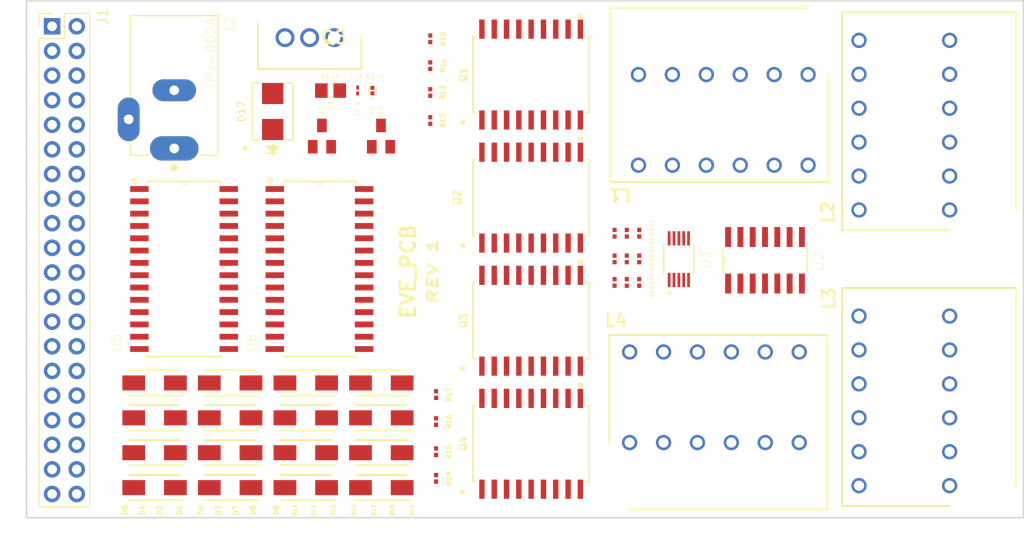
<source format=kicad_pcb>
(kicad_pcb (version 20171130) (host pcbnew "(5.0.2)-1")

  (general
    (thickness 1.6)
    (drawings 7)
    (tracks 0)
    (zones 0)
    (modules 54)
    (nets 127)
  )

  (page A4)
  (layers
    (0 F.Cu signal)
    (31 B.Cu signal)
    (32 B.Adhes user)
    (33 F.Adhes user)
    (34 B.Paste user)
    (35 F.Paste user hide)
    (36 B.SilkS user)
    (37 F.SilkS user)
    (38 B.Mask user)
    (39 F.Mask user)
    (40 Dwgs.User user)
    (41 Cmts.User user)
    (42 Eco1.User user)
    (43 Eco2.User user)
    (44 Edge.Cuts user)
    (45 Margin user)
    (46 B.CrtYd user)
    (47 F.CrtYd user)
    (48 B.Fab user)
    (49 F.Fab user)
  )

  (setup
    (last_trace_width 0.25)
    (trace_clearance 0.2)
    (zone_clearance 0.508)
    (zone_45_only no)
    (trace_min 0.2)
    (segment_width 0.2)
    (edge_width 0.15)
    (via_size 0.8)
    (via_drill 0.4)
    (via_min_size 0.4)
    (via_min_drill 0.3)
    (uvia_size 0.3)
    (uvia_drill 0.1)
    (uvias_allowed no)
    (uvia_min_size 0.2)
    (uvia_min_drill 0.1)
    (pcb_text_width 0.3)
    (pcb_text_size 1.5 1.5)
    (mod_edge_width 0.15)
    (mod_text_size 1 1)
    (mod_text_width 0.15)
    (pad_size 1.524 1.524)
    (pad_drill 0.762)
    (pad_to_mask_clearance 0.051)
    (solder_mask_min_width 0.25)
    (aux_axis_origin 0 0)
    (visible_elements 7FFFF7FF)
    (pcbplotparams
      (layerselection 0x010fc_ffffffff)
      (usegerberextensions false)
      (usegerberattributes false)
      (usegerberadvancedattributes false)
      (creategerberjobfile false)
      (excludeedgelayer true)
      (linewidth 0.100000)
      (plotframeref false)
      (viasonmask false)
      (mode 1)
      (useauxorigin false)
      (hpglpennumber 1)
      (hpglpenspeed 20)
      (hpglpendiameter 15.000000)
      (psnegative false)
      (psa4output false)
      (plotreference true)
      (plotvalue true)
      (plotinvisibletext false)
      (padsonsilk false)
      (subtractmaskfromsilk false)
      (outputformat 1)
      (mirror false)
      (drillshape 1)
      (scaleselection 1)
      (outputdirectory ""))
  )

  (net 0 "")
  (net 1 +12V)
  (net 2 GND)
  (net 3 +5V)
  (net 4 /DAC1/A_DRUGS1)
  (net 5 /DAC1/A_MEDIA1)
  (net 6 /DAC1/A_WASTE1)
  (net 7 /DAC1/A_SFAN1)
  (net 8 /DAC1/A_DRUGS2)
  (net 9 /DAC1/A_MEDIA2)
  (net 10 /DAC1/A_WASTE2)
  (net 11 /DAC1/A_SFAN2)
  (net 12 /DAC2/A_DRUGS3)
  (net 13 /DAC2/A_MEDIA3)
  (net 14 /DAC2/A_WASTE3)
  (net 15 /DAC2/A_SFAN3)
  (net 16 /DAC2/A_DRUGS4)
  (net 17 /DAC2/A_MEDIA4)
  (net 18 /DAC2/A_WASTE4)
  (net 19 /DAC2/A_SFAN4)
  (net 20 "Net-(D17-Pad2)")
  (net 21 +3V3)
  (net 22 "Net-(J1-Pad2)")
  (net 23 /SDA-3.3)
  (net 24 "Net-(J1-Pad4)")
  (net 25 /SCL-3.3)
  (net 26 "Net-(J1-Pad7)")
  (net 27 "Net-(J1-Pad8)")
  (net 28 "Net-(J1-Pad10)")
  (net 29 "Net-(J1-Pad11)")
  (net 30 "Net-(J1-Pad12)")
  (net 31 "Net-(J1-Pad13)")
  (net 32 "Net-(J1-Pad15)")
  (net 33 "Net-(J1-Pad16)")
  (net 34 "Net-(J1-Pad18)")
  (net 35 "Net-(J1-Pad19)")
  (net 36 "Net-(J1-Pad21)")
  (net 37 "Net-(J1-Pad22)")
  (net 38 "Net-(J1-Pad23)")
  (net 39 "Net-(J1-Pad24)")
  (net 40 "Net-(J1-Pad26)")
  (net 41 "Net-(J1-Pad27)")
  (net 42 "Net-(J1-Pad28)")
  (net 43 "Net-(J1-Pad29)")
  (net 44 "Net-(J1-Pad31)")
  (net 45 "Net-(J1-Pad32)")
  (net 46 "Net-(J1-Pad33)")
  (net 47 "Net-(J1-Pad35)")
  (net 48 "Net-(J1-Pad36)")
  (net 49 "Net-(J1-Pad37)")
  (net 50 "Net-(J1-Pad38)")
  (net 51 "Net-(J1-Pad40)")
  (net 52 /DAC1/LED1_NEG)
  (net 53 /PD1_NEG)
  (net 54 /DAC1/LED2_NEG)
  (net 55 /PD2_NEG)
  (net 56 /PD3_NEG)
  (net 57 /DAC2/LED3_NEG)
  (net 58 /PD4_NEG)
  (net 59 /DAC2/LED4_NEG)
  (net 60 /DAC1/A_LED1)
  (net 61 /DAC1/A_FAN1)
  (net 62 "Net-(Q1-Pad12)")
  (net 63 "Net-(Q1-Pad11)")
  (net 64 "Net-(Q1-Pad8)")
  (net 65 "Net-(Q1-Pad7)")
  (net 66 /DAC1/D_SFAN1)
  (net 67 /DAC1/D_FAN1)
  (net 68 /DAC1/D_LED1)
  (net 69 /DAC1/D_WASTE1)
  (net 70 /DAC1/D_MEDIA1)
  (net 71 /DAC1/D_DRUGS1)
  (net 72 /DAC1/D_DRUGS2)
  (net 73 /DAC1/D_MEDIA2)
  (net 74 /DAC1/D_WASTE2)
  (net 75 /DAC1/D_LED2)
  (net 76 /DAC1/D_FAN2)
  (net 77 /DAC1/D_SFAN2)
  (net 78 "Net-(Q2-Pad7)")
  (net 79 "Net-(Q2-Pad8)")
  (net 80 "Net-(Q2-Pad11)")
  (net 81 "Net-(Q2-Pad12)")
  (net 82 /DAC1/A_FAN2)
  (net 83 /DAC1/A_LED2)
  (net 84 /DAC2/A_LED3)
  (net 85 /DAC2/A_FAN3)
  (net 86 "Net-(Q3-Pad12)")
  (net 87 "Net-(Q3-Pad11)")
  (net 88 "Net-(Q3-Pad8)")
  (net 89 "Net-(Q3-Pad7)")
  (net 90 /DAC2/D_SFAN3)
  (net 91 /DAC2/D_FAN3)
  (net 92 /DAC2/D_LED3)
  (net 93 /DAC2/D_WASTE3)
  (net 94 /DAC2/D_MEDIA3)
  (net 95 /DAC2/D_DRUGS3)
  (net 96 /DAC2/D_DRUGS4)
  (net 97 /DAC2/D_MEDIA4)
  (net 98 /DAC2/D_WASTE4)
  (net 99 /DAC2/D_LED4)
  (net 100 /DAC2/D_FAN4)
  (net 101 /DAC2/D_SFAN4)
  (net 102 "Net-(Q4-Pad7)")
  (net 103 "Net-(Q4-Pad8)")
  (net 104 "Net-(Q4-Pad11)")
  (net 105 "Net-(Q4-Pad12)")
  (net 106 /DAC2/A_FAN4)
  (net 107 /DAC2/A_LED4)
  (net 108 /AIN0)
  (net 109 /AIN1)
  (net 110 /AIN2)
  (net 111 /AIN3)
  (net 112 /SCL)
  (net 113 "Net-(R7-Pad2)")
  (net 114 /SDA)
  (net 115 "Net-(U5-Pad28)")
  (net 116 "Net-(U5-Pad27)")
  (net 117 "Net-(U5-Pad20)")
  (net 118 "Net-(U5-Pad19)")
  (net 119 "Net-(U5-Pad8)")
  (net 120 "Net-(U5-Pad7)")
  (net 121 "Net-(U6-Pad7)")
  (net 122 "Net-(U6-Pad8)")
  (net 123 "Net-(U6-Pad19)")
  (net 124 "Net-(U6-Pad20)")
  (net 125 "Net-(U6-Pad27)")
  (net 126 "Net-(U6-Pad28)")

  (net_class Default "This is the default net class."
    (clearance 0.2)
    (trace_width 0.25)
    (via_dia 0.8)
    (via_drill 0.4)
    (uvia_dia 0.3)
    (uvia_drill 0.1)
    (add_net +12V)
    (add_net +3V3)
    (add_net +5V)
    (add_net /AIN0)
    (add_net /AIN1)
    (add_net /AIN2)
    (add_net /AIN3)
    (add_net /DAC1/A_DRUGS1)
    (add_net /DAC1/A_DRUGS2)
    (add_net /DAC1/A_FAN1)
    (add_net /DAC1/A_FAN2)
    (add_net /DAC1/A_LED1)
    (add_net /DAC1/A_LED2)
    (add_net /DAC1/A_MEDIA1)
    (add_net /DAC1/A_MEDIA2)
    (add_net /DAC1/A_SFAN1)
    (add_net /DAC1/A_SFAN2)
    (add_net /DAC1/A_WASTE1)
    (add_net /DAC1/A_WASTE2)
    (add_net /DAC1/D_DRUGS1)
    (add_net /DAC1/D_DRUGS2)
    (add_net /DAC1/D_FAN1)
    (add_net /DAC1/D_FAN2)
    (add_net /DAC1/D_LED1)
    (add_net /DAC1/D_LED2)
    (add_net /DAC1/D_MEDIA1)
    (add_net /DAC1/D_MEDIA2)
    (add_net /DAC1/D_SFAN1)
    (add_net /DAC1/D_SFAN2)
    (add_net /DAC1/D_WASTE1)
    (add_net /DAC1/D_WASTE2)
    (add_net /DAC1/LED1_NEG)
    (add_net /DAC1/LED2_NEG)
    (add_net /DAC2/A_DRUGS3)
    (add_net /DAC2/A_DRUGS4)
    (add_net /DAC2/A_FAN3)
    (add_net /DAC2/A_FAN4)
    (add_net /DAC2/A_LED3)
    (add_net /DAC2/A_LED4)
    (add_net /DAC2/A_MEDIA3)
    (add_net /DAC2/A_MEDIA4)
    (add_net /DAC2/A_SFAN3)
    (add_net /DAC2/A_SFAN4)
    (add_net /DAC2/A_WASTE3)
    (add_net /DAC2/A_WASTE4)
    (add_net /DAC2/D_DRUGS3)
    (add_net /DAC2/D_DRUGS4)
    (add_net /DAC2/D_FAN3)
    (add_net /DAC2/D_FAN4)
    (add_net /DAC2/D_LED3)
    (add_net /DAC2/D_LED4)
    (add_net /DAC2/D_MEDIA3)
    (add_net /DAC2/D_MEDIA4)
    (add_net /DAC2/D_SFAN3)
    (add_net /DAC2/D_SFAN4)
    (add_net /DAC2/D_WASTE3)
    (add_net /DAC2/D_WASTE4)
    (add_net /DAC2/LED3_NEG)
    (add_net /DAC2/LED4_NEG)
    (add_net /PD1_NEG)
    (add_net /PD2_NEG)
    (add_net /PD3_NEG)
    (add_net /PD4_NEG)
    (add_net /SCL)
    (add_net /SCL-3.3)
    (add_net /SDA)
    (add_net /SDA-3.3)
    (add_net GND)
    (add_net "Net-(D17-Pad2)")
    (add_net "Net-(J1-Pad10)")
    (add_net "Net-(J1-Pad11)")
    (add_net "Net-(J1-Pad12)")
    (add_net "Net-(J1-Pad13)")
    (add_net "Net-(J1-Pad15)")
    (add_net "Net-(J1-Pad16)")
    (add_net "Net-(J1-Pad18)")
    (add_net "Net-(J1-Pad19)")
    (add_net "Net-(J1-Pad2)")
    (add_net "Net-(J1-Pad21)")
    (add_net "Net-(J1-Pad22)")
    (add_net "Net-(J1-Pad23)")
    (add_net "Net-(J1-Pad24)")
    (add_net "Net-(J1-Pad26)")
    (add_net "Net-(J1-Pad27)")
    (add_net "Net-(J1-Pad28)")
    (add_net "Net-(J1-Pad29)")
    (add_net "Net-(J1-Pad31)")
    (add_net "Net-(J1-Pad32)")
    (add_net "Net-(J1-Pad33)")
    (add_net "Net-(J1-Pad35)")
    (add_net "Net-(J1-Pad36)")
    (add_net "Net-(J1-Pad37)")
    (add_net "Net-(J1-Pad38)")
    (add_net "Net-(J1-Pad4)")
    (add_net "Net-(J1-Pad40)")
    (add_net "Net-(J1-Pad7)")
    (add_net "Net-(J1-Pad8)")
    (add_net "Net-(Q1-Pad11)")
    (add_net "Net-(Q1-Pad12)")
    (add_net "Net-(Q1-Pad7)")
    (add_net "Net-(Q1-Pad8)")
    (add_net "Net-(Q2-Pad11)")
    (add_net "Net-(Q2-Pad12)")
    (add_net "Net-(Q2-Pad7)")
    (add_net "Net-(Q2-Pad8)")
    (add_net "Net-(Q3-Pad11)")
    (add_net "Net-(Q3-Pad12)")
    (add_net "Net-(Q3-Pad7)")
    (add_net "Net-(Q3-Pad8)")
    (add_net "Net-(Q4-Pad11)")
    (add_net "Net-(Q4-Pad12)")
    (add_net "Net-(Q4-Pad7)")
    (add_net "Net-(Q4-Pad8)")
    (add_net "Net-(R7-Pad2)")
    (add_net "Net-(U5-Pad19)")
    (add_net "Net-(U5-Pad20)")
    (add_net "Net-(U5-Pad27)")
    (add_net "Net-(U5-Pad28)")
    (add_net "Net-(U5-Pad7)")
    (add_net "Net-(U5-Pad8)")
    (add_net "Net-(U6-Pad19)")
    (add_net "Net-(U6-Pad20)")
    (add_net "Net-(U6-Pad27)")
    (add_net "Net-(U6-Pad28)")
    (add_net "Net-(U6-Pad7)")
    (add_net "Net-(U6-Pad8)")
  )

  (module GRM21BR61E106MA73L:CAPC2012X135N (layer F.Cu) (tedit 5CAE0F4F) (tstamp 5DFD97C5)
    (at 117.729 95.631 180)
    (path /5CAC5E05)
    (attr smd)
    (fp_text reference C1 (at 0 -1.47 270) (layer F.SilkS)
      (effects (font (size 0.5 0.5) (thickness 0.05)))
    )
    (fp_text value "10 uF" (at 0.03 1.397 180) (layer F.SilkS)
      (effects (font (size 0.4 0.4) (thickness 0.05)))
    )
    (fp_line (start -0.15 0.65) (end 0.15 0.65) (layer F.SilkS) (width 0.127))
    (fp_line (start -0.15 -0.65) (end 0.15 -0.65) (layer F.SilkS) (width 0.127))
    (fp_poly (pts (xy 0.3556 -0.7262) (xy 1.1057 -0.7262) (xy 1.1057 0.7239) (xy 0.3556 0.7239)) (layer Eco2.User) (width 0))
    (fp_poly (pts (xy -1.0922 -0.7262) (xy -0.3421 -0.7262) (xy -0.3421 0.7239) (xy -1.0922 0.7239)) (layer Eco2.User) (width 0))
    (fp_line (start 1.873 -0.983) (end 1.873 0.983) (layer Eco1.User) (width 0.0508))
    (fp_line (start -0.356 0.66) (end 0.381 0.66) (layer Eco2.User) (width 0.1016))
    (fp_line (start -0.381 -0.66) (end 0.381 -0.66) (layer Eco2.User) (width 0.1016))
    (fp_line (start -1.873 0.983) (end -1.873 -0.983) (layer Eco1.User) (width 0.0508))
    (fp_line (start 1.873 0.983) (end -1.873 0.983) (layer Eco1.User) (width 0.0508))
    (fp_line (start -1.873 -0.983) (end 1.873 -0.983) (layer Eco1.User) (width 0.0508))
    (pad 2 smd rect (at 0.95 0 180) (size 1.3 1.5) (layers F.Cu F.Paste F.Mask)
      (net 2 GND))
    (pad 1 smd rect (at -0.95 0 180) (size 1.3 1.5) (layers F.Cu F.Paste F.Mask)
      (net 1 +12V))
  )

  (module GRM0335C1E101JA01D:CAPC0603X39N (layer F.Cu) (tedit 5CAE0FD0) (tstamp 5DFDD8AB)
    (at 122.047 95.631 90)
    (path /5CE50296)
    (attr smd)
    (fp_text reference C2 (at -2.032 0 90) (layer F.SilkS)
      (effects (font (size 0.4 0.4) (thickness 0.05)))
    )
    (fp_text value "0.1 uF" (at 1.397 0.254 180) (layer F.SilkS)
      (effects (font (size 0.4 0.4) (thickness 0.05)))
    )
    (fp_circle (center -0.8 -0.05) (end -0.75 -0.05) (layer F.SilkS) (width 0.1))
    (fp_line (start 0.64 -0.45) (end -0.64 -0.45) (layer Eco1.User) (width 0.05))
    (fp_line (start 0.64 0.45) (end 0.64 -0.45) (layer Eco1.User) (width 0.05))
    (fp_line (start -0.64 0.45) (end 0.64 0.45) (layer Eco1.User) (width 0.05))
    (fp_line (start -0.64 -0.45) (end -0.64 0.45) (layer Eco1.User) (width 0.05))
    (fp_line (start -0.35 0.2) (end -0.35 -0.2) (layer Eco2.User) (width 0.127))
    (fp_line (start 0.35 0.2) (end -0.35 0.2) (layer Eco2.User) (width 0.127))
    (fp_line (start 0.35 -0.2) (end 0.35 0.2) (layer Eco2.User) (width 0.127))
    (fp_line (start -0.35 -0.2) (end 0.35 -0.2) (layer Eco2.User) (width 0.127))
    (fp_line (start -0.3 0.39) (end 0.3 0.39) (layer F.SilkS) (width 0.127))
    (fp_line (start -0.3 -0.39) (end 0.3 -0.39) (layer F.SilkS) (width 0.127))
    (pad 2 smd rect (at 0.28 0 90) (size 0.41 0.42) (layers F.Cu F.Paste F.Mask)
      (net 2 GND))
    (pad 1 smd rect (at -0.28 0 90) (size 0.41 0.42) (layers F.Cu F.Paste F.Mask)
      (net 3 +5V))
  )

  (module footprints:GRM033R71E102KA01D (layer F.Cu) (tedit 5CAE0F60) (tstamp 5DFDD085)
    (at 120.523 95.631 90)
    (path /5CE84515)
    (fp_text reference C3 (at -2.258237 0 270) (layer F.SilkS)
      (effects (font (size 0.4 0.4) (thickness 0.05)))
    )
    (fp_text value "1 uF" (at 1.424763 -0.127 180) (layer F.SilkS)
      (effects (font (size 0.4 0.4) (thickness 0.05)))
    )
    (fp_circle (center -1.3462 0) (end -1.27 0) (layer F.SilkS) (width 0.1524))
    (fp_circle (center -0.1778 0) (end -0.1016 0) (layer F.Fab) (width 0.1524))
    (fp_line (start 0.762 0.4064) (end -0.762 0.4064) (layer F.CrtYd) (width 0.1524))
    (fp_line (start 0.762 -0.4064) (end 0.762 0.4064) (layer F.CrtYd) (width 0.1524))
    (fp_line (start -0.762 -0.4064) (end 0.762 -0.4064) (layer F.CrtYd) (width 0.1524))
    (fp_line (start -0.762 0.4064) (end -0.762 -0.4064) (layer F.CrtYd) (width 0.1524))
    (fp_line (start -0.3048 -0.1524) (end -0.3048 0.1524) (layer F.Fab) (width 0.1524))
    (fp_line (start 0.3048 -0.1524) (end -0.3048 -0.1524) (layer F.Fab) (width 0.1524))
    (fp_line (start 0.3048 0.1524) (end 0.3048 -0.1524) (layer F.Fab) (width 0.1524))
    (fp_line (start -0.3048 0.1524) (end 0.3048 0.1524) (layer F.Fab) (width 0.1524))
    (fp_line (start 0.3048 -0.1524) (end 0.1016 -0.1524) (layer F.Fab) (width 0.1524))
    (fp_line (start 0.3048 0.1524) (end 0.3048 -0.1524) (layer F.Fab) (width 0.1524))
    (fp_line (start 0.1016 0.1524) (end 0.3048 0.1524) (layer F.Fab) (width 0.1524))
    (fp_line (start 0.1016 -0.1524) (end 0.1016 0.1524) (layer F.Fab) (width 0.1524))
    (fp_line (start -0.3048 0.1524) (end -0.1016 0.1524) (layer F.Fab) (width 0.1524))
    (fp_line (start -0.3048 -0.1524) (end -0.3048 0.1524) (layer F.Fab) (width 0.1524))
    (fp_line (start -0.1016 -0.1524) (end -0.3048 -0.1524) (layer F.Fab) (width 0.1524))
    (fp_line (start -0.1016 0.1524) (end -0.1016 -0.1524) (layer F.Fab) (width 0.1524))
    (fp_text user * (at -1.115237 -0.227575 90) (layer F.Fab)
      (effects (font (size 0.1 0.1) (thickness 0.025)))
    )
    (fp_text user * (at -1.115237 -0.227575 90) (layer F.SilkS) hide
      (effects (font (size 0.1 0.1) (thickness 0.025)))
    )
    (pad 2 smd rect (at 0.3048 0 90) (size 0.4064 0.3048) (layers F.Cu F.Paste F.Mask)
      (net 2 GND))
    (pad 1 smd rect (at -0.3048 0 90) (size 0.4064 0.3048) (layers F.Cu F.Paste F.Mask)
      (net 3 +5V))
  )

  (module SamacSys_Parts:B160-13-F (layer F.Cu) (tedit 5CAD5CA7) (tstamp 5D84B3FA)
    (at 99.57 136.6 180)
    (descr SMA)
    (tags Diode)
    (path /5CA7DFAE/5CBAEDCC)
    (attr smd)
    (fp_text reference D1 (at -2.538 -2.338 270) (layer F.SilkS)
      (effects (font (size 0.5 0.5) (thickness 0.125)))
    )
    (fp_text value BAT43 (at 4 0 180) (layer F.SilkS) hide
      (effects (font (size 0.1 0.1) (thickness 0.025)))
    )
    (fp_poly (pts (xy 0.9525 -0.8255) (xy 0.9525 0.8255) (xy 3.3655 0.8255) (xy 3.3655 -0.8255)) (layer F.Mask) (width 0.15))
    (fp_poly (pts (xy -3.3655 -0.762) (xy -3.3655 0.8255) (xy -0.9525 0.8255) (xy -0.9525 -0.762)
      (xy -0.9525 -0.8255) (xy -3.3655 -0.8255)) (layer F.Mask) (width 0.15))
    (fp_line (start -2.598 1.302) (end 2.598 1.302) (layer F.SilkS) (width 0.2))
    (fp_line (start 2.598 -1.302) (end -2.925 -1.302) (layer F.SilkS) (width 0.2))
    (fp_line (start -2.598 -0.528) (end -1.822 -1.302) (layer Dwgs.User) (width 0.1))
    (fp_line (start -2.598 1.302) (end -2.598 -1.302) (layer Dwgs.User) (width 0.1))
    (fp_line (start 2.598 1.302) (end -2.598 1.302) (layer Dwgs.User) (width 0.1))
    (fp_line (start 2.598 -1.302) (end 2.598 1.302) (layer Dwgs.User) (width 0.1))
    (fp_line (start -2.598 -1.302) (end 2.598 -1.302) (layer Dwgs.User) (width 0.1))
    (fp_line (start -3.575 1.71) (end -3.575 -1.71) (layer Dwgs.User) (width 0.05))
    (fp_line (start 3.575 1.71) (end -3.575 1.71) (layer Dwgs.User) (width 0.05))
    (fp_line (start 3.575 -1.71) (end 3.575 1.71) (layer Dwgs.User) (width 0.05))
    (fp_line (start -3.575 -1.71) (end 3.575 -1.71) (layer Dwgs.User) (width 0.05))
    (pad 2 smd rect (at 2.15 0 270) (size 1.55 2.35) (layers F.Cu F.Paste)
      (net 4 /DAC1/A_DRUGS1))
    (pad 1 smd rect (at -2.15 0 270) (size 1.55 2.35) (layers F.Cu F.Paste)
      (net 1 +12V))
  )

  (module SamacSys_Parts:B160-13-F (layer F.Cu) (tedit 5CAD5C56) (tstamp 5D84B40B)
    (at 99.57 133 180)
    (descr SMA)
    (tags Diode)
    (path /5CA7DFAE/5CBAC3A9)
    (attr smd)
    (fp_text reference D2 (at -0.506 -5.938 270) (layer F.SilkS)
      (effects (font (size 0.5 0.5) (thickness 0.125)))
    )
    (fp_text value BAT43 (at 4 0 180) (layer F.SilkS) hide
      (effects (font (size 0.1 0.1) (thickness 0.025)))
    )
    (fp_poly (pts (xy 0.9525 -0.8255) (xy 0.9525 0.8255) (xy 3.3655 0.8255) (xy 3.3655 -0.8255)) (layer F.Mask) (width 0.15))
    (fp_poly (pts (xy -3.3655 -0.762) (xy -3.3655 0.8255) (xy -0.9525 0.8255) (xy -0.9525 -0.762)
      (xy -0.9525 -0.8255) (xy -3.3655 -0.8255)) (layer F.Mask) (width 0.15))
    (fp_line (start -2.598 1.302) (end 2.598 1.302) (layer F.SilkS) (width 0.2))
    (fp_line (start 2.598 -1.302) (end -2.925 -1.302) (layer F.SilkS) (width 0.2))
    (fp_line (start -2.598 -0.528) (end -1.822 -1.302) (layer Dwgs.User) (width 0.1))
    (fp_line (start -2.598 1.302) (end -2.598 -1.302) (layer Dwgs.User) (width 0.1))
    (fp_line (start 2.598 1.302) (end -2.598 1.302) (layer Dwgs.User) (width 0.1))
    (fp_line (start 2.598 -1.302) (end 2.598 1.302) (layer Dwgs.User) (width 0.1))
    (fp_line (start -2.598 -1.302) (end 2.598 -1.302) (layer Dwgs.User) (width 0.1))
    (fp_line (start -3.575 1.71) (end -3.575 -1.71) (layer Dwgs.User) (width 0.05))
    (fp_line (start 3.575 1.71) (end -3.575 1.71) (layer Dwgs.User) (width 0.05))
    (fp_line (start 3.575 -1.71) (end 3.575 1.71) (layer Dwgs.User) (width 0.05))
    (fp_line (start -3.575 -1.71) (end 3.575 -1.71) (layer Dwgs.User) (width 0.05))
    (pad 2 smd rect (at 2.15 0 270) (size 1.55 2.35) (layers F.Cu F.Paste)
      (net 5 /DAC1/A_MEDIA1))
    (pad 1 smd rect (at -2.15 0 270) (size 1.55 2.35) (layers F.Cu F.Paste)
      (net 1 +12V))
  )

  (module SamacSys_Parts:B160-13-F (layer F.Cu) (tedit 5CAD5D14) (tstamp 5D84B41C)
    (at 107.37 129.4 180)
    (descr SMA)
    (tags Diode)
    (path /5CA7DFAE/5CB9FE57)
    (attr smd)
    (fp_text reference D3 (at 1.198 -9.538 270) (layer F.SilkS)
      (effects (font (size 0.5 0.5) (thickness 0.125)))
    )
    (fp_text value BAT43 (at 3.9 0 180) (layer F.SilkS) hide
      (effects (font (size 0.1 0.1) (thickness 0.025)))
    )
    (fp_poly (pts (xy 0.9525 -0.8255) (xy 0.9525 0.8255) (xy 3.3655 0.8255) (xy 3.3655 -0.8255)) (layer F.Mask) (width 0.15))
    (fp_poly (pts (xy -3.3655 -0.762) (xy -3.3655 0.8255) (xy -0.9525 0.8255) (xy -0.9525 -0.762)
      (xy -0.9525 -0.8255) (xy -3.3655 -0.8255)) (layer F.Mask) (width 0.15))
    (fp_line (start -2.598 1.302) (end 2.598 1.302) (layer F.SilkS) (width 0.2))
    (fp_line (start 2.598 -1.302) (end -2.925 -1.302) (layer F.SilkS) (width 0.2))
    (fp_line (start -2.598 -0.528) (end -1.822 -1.302) (layer Dwgs.User) (width 0.1))
    (fp_line (start -2.598 1.302) (end -2.598 -1.302) (layer Dwgs.User) (width 0.1))
    (fp_line (start 2.598 1.302) (end -2.598 1.302) (layer Dwgs.User) (width 0.1))
    (fp_line (start 2.598 -1.302) (end 2.598 1.302) (layer Dwgs.User) (width 0.1))
    (fp_line (start -2.598 -1.302) (end 2.598 -1.302) (layer Dwgs.User) (width 0.1))
    (fp_line (start -3.575 1.71) (end -3.575 -1.71) (layer Dwgs.User) (width 0.05))
    (fp_line (start 3.575 1.71) (end -3.575 1.71) (layer Dwgs.User) (width 0.05))
    (fp_line (start 3.575 -1.71) (end 3.575 1.71) (layer Dwgs.User) (width 0.05))
    (fp_line (start -3.575 -1.71) (end 3.575 -1.71) (layer Dwgs.User) (width 0.05))
    (pad 2 smd rect (at 2.15 0 270) (size 1.55 2.35) (layers F.Cu F.Paste)
      (net 6 /DAC1/A_WASTE1))
    (pad 1 smd rect (at -2.15 0 270) (size 1.55 2.35) (layers F.Cu F.Paste)
      (net 1 +12V))
  )

  (module SamacSys_Parts:B160-13-F (layer F.Cu) (tedit 5CAD5C4E) (tstamp 5D84B42D)
    (at 99.57 129.4 180)
    (descr SMA)
    (tags Diode)
    (path /5CA7DFAE/5CB8FF05)
    (attr smd)
    (fp_text reference D4 (at 1.272 -9.538 270) (layer F.SilkS)
      (effects (font (size 0.5 0.5) (thickness 0.125)))
    )
    (fp_text value BAT43 (at 4 0 180) (layer F.SilkS) hide
      (effects (font (size 0.1 0.1) (thickness 0.025)))
    )
    (fp_poly (pts (xy 0.9525 -0.8255) (xy 0.9525 0.8255) (xy 3.3655 0.8255) (xy 3.3655 -0.8255)) (layer F.Mask) (width 0.15))
    (fp_poly (pts (xy -3.3655 -0.762) (xy -3.3655 0.8255) (xy -0.9525 0.8255) (xy -0.9525 -0.762)
      (xy -0.9525 -0.8255) (xy -3.3655 -0.8255)) (layer F.Mask) (width 0.15))
    (fp_line (start -2.598 1.302) (end 2.598 1.302) (layer F.SilkS) (width 0.2))
    (fp_line (start 2.598 -1.302) (end -2.925 -1.302) (layer F.SilkS) (width 0.2))
    (fp_line (start -2.598 -0.528) (end -1.822 -1.302) (layer Dwgs.User) (width 0.1))
    (fp_line (start -2.598 1.302) (end -2.598 -1.302) (layer Dwgs.User) (width 0.1))
    (fp_line (start 2.598 1.302) (end -2.598 1.302) (layer Dwgs.User) (width 0.1))
    (fp_line (start 2.598 -1.302) (end 2.598 1.302) (layer Dwgs.User) (width 0.1))
    (fp_line (start -2.598 -1.302) (end 2.598 -1.302) (layer Dwgs.User) (width 0.1))
    (fp_line (start -3.575 1.71) (end -3.575 -1.71) (layer Dwgs.User) (width 0.05))
    (fp_line (start 3.575 1.71) (end -3.575 1.71) (layer Dwgs.User) (width 0.05))
    (fp_line (start 3.575 -1.71) (end 3.575 1.71) (layer Dwgs.User) (width 0.05))
    (fp_line (start -3.575 -1.71) (end 3.575 -1.71) (layer Dwgs.User) (width 0.05))
    (pad 2 smd rect (at 2.15 0 270) (size 1.55 2.35) (layers F.Cu F.Paste)
      (net 7 /DAC1/A_SFAN1))
    (pad 1 smd rect (at -2.15 0 270) (size 1.55 2.35) (layers F.Cu F.Paste)
      (net 1 +12V))
  )

  (module SamacSys_Parts:B160-13-F (layer F.Cu) (tedit 5CAD57AF) (tstamp 5D84B43E)
    (at 99.57 125.8 180)
    (descr SMA)
    (tags Diode)
    (path /5CA7DFAE/5CBD945B)
    (attr smd)
    (fp_text reference D5 (at 3.05 -13.138 270) (layer F.SilkS)
      (effects (font (size 0.5 0.5) (thickness 0.125)))
    )
    (fp_text value BAT43 (at 4 0 180) (layer F.SilkS) hide
      (effects (font (size 0.1 0.1) (thickness 0.025)))
    )
    (fp_poly (pts (xy 0.9525 -0.8255) (xy 0.9525 0.8255) (xy 3.3655 0.8255) (xy 3.3655 -0.8255)) (layer F.Mask) (width 0.15))
    (fp_poly (pts (xy -3.3655 -0.762) (xy -3.3655 0.8255) (xy -0.9525 0.8255) (xy -0.9525 -0.762)
      (xy -0.9525 -0.8255) (xy -3.3655 -0.8255)) (layer F.Mask) (width 0.15))
    (fp_line (start -2.598 1.302) (end 2.598 1.302) (layer F.SilkS) (width 0.2))
    (fp_line (start 2.598 -1.302) (end -2.925 -1.302) (layer F.SilkS) (width 0.2))
    (fp_line (start -2.598 -0.528) (end -1.822 -1.302) (layer Dwgs.User) (width 0.1))
    (fp_line (start -2.598 1.302) (end -2.598 -1.302) (layer Dwgs.User) (width 0.1))
    (fp_line (start 2.598 1.302) (end -2.598 1.302) (layer Dwgs.User) (width 0.1))
    (fp_line (start 2.598 -1.302) (end 2.598 1.302) (layer Dwgs.User) (width 0.1))
    (fp_line (start -2.598 -1.302) (end 2.598 -1.302) (layer Dwgs.User) (width 0.1))
    (fp_line (start -3.575 1.71) (end -3.575 -1.71) (layer Dwgs.User) (width 0.05))
    (fp_line (start 3.575 1.71) (end -3.575 1.71) (layer Dwgs.User) (width 0.05))
    (fp_line (start 3.575 -1.71) (end 3.575 1.71) (layer Dwgs.User) (width 0.05))
    (fp_line (start -3.575 -1.71) (end 3.575 -1.71) (layer Dwgs.User) (width 0.05))
    (pad 2 smd rect (at 2.15 0 270) (size 1.55 2.35) (layers F.Cu F.Paste)
      (net 8 /DAC1/A_DRUGS2))
    (pad 1 smd rect (at -2.15 0 270) (size 1.55 2.35) (layers F.Cu F.Paste)
      (net 1 +12V))
  )

  (module SamacSys_Parts:B160-13-F (layer F.Cu) (tedit 5CAD5D0C) (tstamp 5D84B44F)
    (at 107.37 125.8 180)
    (descr SMA)
    (tags Diode)
    (path /5CA7DFAE/5CBD9454)
    (attr smd)
    (fp_text reference D6 (at 2.976 -13.138 270) (layer F.SilkS)
      (effects (font (size 0.5 0.5) (thickness 0.125)))
    )
    (fp_text value BAT43 (at 3.9 0 180) (layer F.SilkS) hide
      (effects (font (size 0.1 0.1) (thickness 0.025)))
    )
    (fp_poly (pts (xy 0.9525 -0.8255) (xy 0.9525 0.8255) (xy 3.3655 0.8255) (xy 3.3655 -0.8255)) (layer F.Mask) (width 0.15))
    (fp_poly (pts (xy -3.3655 -0.762) (xy -3.3655 0.8255) (xy -0.9525 0.8255) (xy -0.9525 -0.762)
      (xy -0.9525 -0.8255) (xy -3.3655 -0.8255)) (layer F.Mask) (width 0.15))
    (fp_line (start -2.598 1.302) (end 2.598 1.302) (layer F.SilkS) (width 0.2))
    (fp_line (start 2.598 -1.302) (end -2.925 -1.302) (layer F.SilkS) (width 0.2))
    (fp_line (start -2.598 -0.528) (end -1.822 -1.302) (layer Dwgs.User) (width 0.1))
    (fp_line (start -2.598 1.302) (end -2.598 -1.302) (layer Dwgs.User) (width 0.1))
    (fp_line (start 2.598 1.302) (end -2.598 1.302) (layer Dwgs.User) (width 0.1))
    (fp_line (start 2.598 -1.302) (end 2.598 1.302) (layer Dwgs.User) (width 0.1))
    (fp_line (start -2.598 -1.302) (end 2.598 -1.302) (layer Dwgs.User) (width 0.1))
    (fp_line (start -3.575 1.71) (end -3.575 -1.71) (layer Dwgs.User) (width 0.05))
    (fp_line (start 3.575 1.71) (end -3.575 1.71) (layer Dwgs.User) (width 0.05))
    (fp_line (start 3.575 -1.71) (end 3.575 1.71) (layer Dwgs.User) (width 0.05))
    (fp_line (start -3.575 -1.71) (end 3.575 -1.71) (layer Dwgs.User) (width 0.05))
    (pad 2 smd rect (at 2.15 0 270) (size 1.55 2.35) (layers F.Cu F.Paste)
      (net 9 /DAC1/A_MEDIA2))
    (pad 1 smd rect (at -2.15 0 270) (size 1.55 2.35) (layers F.Cu F.Paste)
      (net 1 +12V))
  )

  (module SamacSys_Parts:B160-13-F (layer F.Cu) (tedit 5CAD5D21) (tstamp 5D84B460)
    (at 107.37 133 180)
    (descr SMA)
    (tags Diode)
    (path /5CA7DFAE/5CBD944C)
    (attr smd)
    (fp_text reference D7 (at -0.58 -5.938 270) (layer F.SilkS)
      (effects (font (size 0.5 0.5) (thickness 0.125)))
    )
    (fp_text value BAT43 (at 3.9 0 180) (layer F.SilkS) hide
      (effects (font (size 0.1 0.1) (thickness 0.025)))
    )
    (fp_poly (pts (xy 0.9525 -0.8255) (xy 0.9525 0.8255) (xy 3.3655 0.8255) (xy 3.3655 -0.8255)) (layer F.Mask) (width 0.15))
    (fp_poly (pts (xy -3.3655 -0.762) (xy -3.3655 0.8255) (xy -0.9525 0.8255) (xy -0.9525 -0.762)
      (xy -0.9525 -0.8255) (xy -3.3655 -0.8255)) (layer F.Mask) (width 0.15))
    (fp_line (start -2.598 1.302) (end 2.598 1.302) (layer F.SilkS) (width 0.2))
    (fp_line (start 2.598 -1.302) (end -2.925 -1.302) (layer F.SilkS) (width 0.2))
    (fp_line (start -2.598 -0.528) (end -1.822 -1.302) (layer Dwgs.User) (width 0.1))
    (fp_line (start -2.598 1.302) (end -2.598 -1.302) (layer Dwgs.User) (width 0.1))
    (fp_line (start 2.598 1.302) (end -2.598 1.302) (layer Dwgs.User) (width 0.1))
    (fp_line (start 2.598 -1.302) (end 2.598 1.302) (layer Dwgs.User) (width 0.1))
    (fp_line (start -2.598 -1.302) (end 2.598 -1.302) (layer Dwgs.User) (width 0.1))
    (fp_line (start -3.575 1.71) (end -3.575 -1.71) (layer Dwgs.User) (width 0.05))
    (fp_line (start 3.575 1.71) (end -3.575 1.71) (layer Dwgs.User) (width 0.05))
    (fp_line (start 3.575 -1.71) (end 3.575 1.71) (layer Dwgs.User) (width 0.05))
    (fp_line (start -3.575 -1.71) (end 3.575 -1.71) (layer Dwgs.User) (width 0.05))
    (pad 2 smd rect (at 2.15 0 270) (size 1.55 2.35) (layers F.Cu F.Paste)
      (net 10 /DAC1/A_WASTE2))
    (pad 1 smd rect (at -2.15 0 270) (size 1.55 2.35) (layers F.Cu F.Paste)
      (net 1 +12V))
  )

  (module SamacSys_Parts:B160-13-F (layer F.Cu) (tedit 5CAD5D33) (tstamp 5D84B471)
    (at 107.37 136.6 180)
    (descr SMA)
    (tags Diode)
    (path /5CA7DFAE/5CBD943B)
    (attr smd)
    (fp_text reference D8 (at -2.358 -2.338 270) (layer F.SilkS)
      (effects (font (size 0.5 0.5) (thickness 0.125)))
    )
    (fp_text value BAT43 (at 3.9 0 180) (layer F.SilkS) hide
      (effects (font (size 0.1 0.1) (thickness 0.025)))
    )
    (fp_poly (pts (xy 0.9525 -0.8255) (xy 0.9525 0.8255) (xy 3.3655 0.8255) (xy 3.3655 -0.8255)) (layer F.Mask) (width 0.15))
    (fp_poly (pts (xy -3.3655 -0.762) (xy -3.3655 0.8255) (xy -0.9525 0.8255) (xy -0.9525 -0.762)
      (xy -0.9525 -0.8255) (xy -3.3655 -0.8255)) (layer F.Mask) (width 0.15))
    (fp_line (start -2.598 1.302) (end 2.598 1.302) (layer F.SilkS) (width 0.2))
    (fp_line (start 2.598 -1.302) (end -2.925 -1.302) (layer F.SilkS) (width 0.2))
    (fp_line (start -2.598 -0.528) (end -1.822 -1.302) (layer Dwgs.User) (width 0.1))
    (fp_line (start -2.598 1.302) (end -2.598 -1.302) (layer Dwgs.User) (width 0.1))
    (fp_line (start 2.598 1.302) (end -2.598 1.302) (layer Dwgs.User) (width 0.1))
    (fp_line (start 2.598 -1.302) (end 2.598 1.302) (layer Dwgs.User) (width 0.1))
    (fp_line (start -2.598 -1.302) (end 2.598 -1.302) (layer Dwgs.User) (width 0.1))
    (fp_line (start -3.575 1.71) (end -3.575 -1.71) (layer Dwgs.User) (width 0.05))
    (fp_line (start 3.575 1.71) (end -3.575 1.71) (layer Dwgs.User) (width 0.05))
    (fp_line (start 3.575 -1.71) (end 3.575 1.71) (layer Dwgs.User) (width 0.05))
    (fp_line (start -3.575 -1.71) (end 3.575 -1.71) (layer Dwgs.User) (width 0.05))
    (pad 2 smd rect (at 2.15 0 270) (size 1.55 2.35) (layers F.Cu F.Paste)
      (net 11 /DAC1/A_SFAN2))
    (pad 1 smd rect (at -2.15 0 270) (size 1.55 2.35) (layers F.Cu F.Paste)
      (net 1 +12V))
  )

  (module SamacSys_Parts:B160-13-F (layer F.Cu) (tedit 5CAD5ED4) (tstamp 5D84B482)
    (at 115.17 125.8 180)
    (descr SMA)
    (tags Diode)
    (path /5CA80A88/5CD886D0)
    (attr smd)
    (fp_text reference D9 (at 3.029 -13.138 270) (layer F.SilkS)
      (effects (font (size 0.5 0.5) (thickness 0.125)))
    )
    (fp_text value BAT43 (at 3.9 0 180) (layer F.SilkS) hide
      (effects (font (size 0.1 0.1) (thickness 0.025)))
    )
    (fp_poly (pts (xy 0.9525 -0.8255) (xy 0.9525 0.8255) (xy 3.3655 0.8255) (xy 3.3655 -0.8255)) (layer F.Mask) (width 0.15))
    (fp_poly (pts (xy -3.3655 -0.762) (xy -3.3655 0.8255) (xy -0.9525 0.8255) (xy -0.9525 -0.762)
      (xy -0.9525 -0.8255) (xy -3.3655 -0.8255)) (layer F.Mask) (width 0.15))
    (fp_line (start -2.598 1.302) (end 2.598 1.302) (layer F.SilkS) (width 0.2))
    (fp_line (start 2.598 -1.302) (end -2.925 -1.302) (layer F.SilkS) (width 0.2))
    (fp_line (start -2.598 -0.528) (end -1.822 -1.302) (layer Dwgs.User) (width 0.1))
    (fp_line (start -2.598 1.302) (end -2.598 -1.302) (layer Dwgs.User) (width 0.1))
    (fp_line (start 2.598 1.302) (end -2.598 1.302) (layer Dwgs.User) (width 0.1))
    (fp_line (start 2.598 -1.302) (end 2.598 1.302) (layer Dwgs.User) (width 0.1))
    (fp_line (start -2.598 -1.302) (end 2.598 -1.302) (layer Dwgs.User) (width 0.1))
    (fp_line (start -3.575 1.71) (end -3.575 -1.71) (layer Dwgs.User) (width 0.05))
    (fp_line (start 3.575 1.71) (end -3.575 1.71) (layer Dwgs.User) (width 0.05))
    (fp_line (start 3.575 -1.71) (end 3.575 1.71) (layer Dwgs.User) (width 0.05))
    (fp_line (start -3.575 -1.71) (end 3.575 -1.71) (layer Dwgs.User) (width 0.05))
    (pad 2 smd rect (at 2.15 0 270) (size 1.55 2.35) (layers F.Cu F.Paste)
      (net 12 /DAC2/A_DRUGS3))
    (pad 1 smd rect (at -2.15 0 270) (size 1.55 2.35) (layers F.Cu F.Paste)
      (net 1 +12V))
  )

  (module SamacSys_Parts:B160-13-F (layer F.Cu) (tedit 5CAD5F6F) (tstamp 5D84B493)
    (at 122.97 125.8 180)
    (descr SMA)
    (tags Diode)
    (path /5CA80A88/5CD886C9)
    (attr smd)
    (fp_text reference D10 (at 2.828 -13.138 270) (layer F.SilkS)
      (effects (font (size 0.4 0.4) (thickness 0.1)))
    )
    (fp_text value BAT43 (at 3.9 0 180) (layer F.SilkS) hide
      (effects (font (size 0.1 0.1) (thickness 0.025)))
    )
    (fp_poly (pts (xy 0.9525 -0.8255) (xy 0.9525 0.8255) (xy 3.3655 0.8255) (xy 3.3655 -0.8255)) (layer F.Mask) (width 0.15))
    (fp_poly (pts (xy -3.3655 -0.762) (xy -3.3655 0.8255) (xy -0.9525 0.8255) (xy -0.9525 -0.762)
      (xy -0.9525 -0.8255) (xy -3.3655 -0.8255)) (layer F.Mask) (width 0.15))
    (fp_line (start -2.598 1.302) (end 2.598 1.302) (layer F.SilkS) (width 0.2))
    (fp_line (start 2.598 -1.302) (end -2.925 -1.302) (layer F.SilkS) (width 0.2))
    (fp_line (start -2.598 -0.528) (end -1.822 -1.302) (layer Dwgs.User) (width 0.1))
    (fp_line (start -2.598 1.302) (end -2.598 -1.302) (layer Dwgs.User) (width 0.1))
    (fp_line (start 2.598 1.302) (end -2.598 1.302) (layer Dwgs.User) (width 0.1))
    (fp_line (start 2.598 -1.302) (end 2.598 1.302) (layer Dwgs.User) (width 0.1))
    (fp_line (start -2.598 -1.302) (end 2.598 -1.302) (layer Dwgs.User) (width 0.1))
    (fp_line (start -3.575 1.71) (end -3.575 -1.71) (layer Dwgs.User) (width 0.05))
    (fp_line (start 3.575 1.71) (end -3.575 1.71) (layer Dwgs.User) (width 0.05))
    (fp_line (start 3.575 -1.71) (end 3.575 1.71) (layer Dwgs.User) (width 0.05))
    (fp_line (start -3.575 -1.71) (end 3.575 -1.71) (layer Dwgs.User) (width 0.05))
    (pad 2 smd rect (at 2.15 0 270) (size 1.55 2.35) (layers F.Cu F.Paste)
      (net 13 /DAC2/A_MEDIA3))
    (pad 1 smd rect (at -2.15 0 270) (size 1.55 2.35) (layers F.Cu F.Paste)
      (net 1 +12V))
  )

  (module SamacSys_Parts:B160-13-F (layer F.Cu) (tedit 5CAD5F2C) (tstamp 5D84B4A4)
    (at 115.17 133 180)
    (descr SMA)
    (tags Diode)
    (path /5CA80A88/5CD886C1)
    (attr smd)
    (fp_text reference D11 (at -0.781 -5.938 270) (layer F.SilkS)
      (effects (font (size 0.4 0.4) (thickness 0.1)))
    )
    (fp_text value BAT43 (at 3.9 0 180) (layer F.SilkS) hide
      (effects (font (size 0.1 0.1) (thickness 0.025)))
    )
    (fp_poly (pts (xy 0.9525 -0.8255) (xy 0.9525 0.8255) (xy 3.3655 0.8255) (xy 3.3655 -0.8255)) (layer F.Mask) (width 0.15))
    (fp_poly (pts (xy -3.3655 -0.762) (xy -3.3655 0.8255) (xy -0.9525 0.8255) (xy -0.9525 -0.762)
      (xy -0.9525 -0.8255) (xy -3.3655 -0.8255)) (layer F.Mask) (width 0.15))
    (fp_line (start -2.598 1.302) (end 2.598 1.302) (layer F.SilkS) (width 0.2))
    (fp_line (start 2.598 -1.302) (end -2.925 -1.302) (layer F.SilkS) (width 0.2))
    (fp_line (start -2.598 -0.528) (end -1.822 -1.302) (layer Dwgs.User) (width 0.1))
    (fp_line (start -2.598 1.302) (end -2.598 -1.302) (layer Dwgs.User) (width 0.1))
    (fp_line (start 2.598 1.302) (end -2.598 1.302) (layer Dwgs.User) (width 0.1))
    (fp_line (start 2.598 -1.302) (end 2.598 1.302) (layer Dwgs.User) (width 0.1))
    (fp_line (start -2.598 -1.302) (end 2.598 -1.302) (layer Dwgs.User) (width 0.1))
    (fp_line (start -3.575 1.71) (end -3.575 -1.71) (layer Dwgs.User) (width 0.05))
    (fp_line (start 3.575 1.71) (end -3.575 1.71) (layer Dwgs.User) (width 0.05))
    (fp_line (start 3.575 -1.71) (end 3.575 1.71) (layer Dwgs.User) (width 0.05))
    (fp_line (start -3.575 -1.71) (end 3.575 -1.71) (layer Dwgs.User) (width 0.05))
    (pad 2 smd rect (at 2.15 0 270) (size 1.55 2.35) (layers F.Cu F.Paste)
      (net 14 /DAC2/A_WASTE3))
    (pad 1 smd rect (at -2.15 0 270) (size 1.55 2.35) (layers F.Cu F.Paste)
      (net 1 +12V))
  )

  (module SamacSys_Parts:B160-13-F (layer F.Cu) (tedit 5CAD5F39) (tstamp 5D84B4B5)
    (at 115.17 136.6 180)
    (descr SMA)
    (tags Diode)
    (path /5CA80A88/5CD886AF)
    (attr smd)
    (fp_text reference D12 (at -2.813 -2.338 270) (layer F.SilkS)
      (effects (font (size 0.4 0.4) (thickness 0.1)))
    )
    (fp_text value BAT43 (at 3.9 0 180) (layer F.SilkS) hide
      (effects (font (size 0.1 0.1) (thickness 0.025)))
    )
    (fp_poly (pts (xy 0.9525 -0.8255) (xy 0.9525 0.8255) (xy 3.3655 0.8255) (xy 3.3655 -0.8255)) (layer F.Mask) (width 0.15))
    (fp_poly (pts (xy -3.3655 -0.762) (xy -3.3655 0.8255) (xy -0.9525 0.8255) (xy -0.9525 -0.762)
      (xy -0.9525 -0.8255) (xy -3.3655 -0.8255)) (layer F.Mask) (width 0.15))
    (fp_line (start -2.598 1.302) (end 2.598 1.302) (layer F.SilkS) (width 0.2))
    (fp_line (start 2.598 -1.302) (end -2.925 -1.302) (layer F.SilkS) (width 0.2))
    (fp_line (start -2.598 -0.528) (end -1.822 -1.302) (layer Dwgs.User) (width 0.1))
    (fp_line (start -2.598 1.302) (end -2.598 -1.302) (layer Dwgs.User) (width 0.1))
    (fp_line (start 2.598 1.302) (end -2.598 1.302) (layer Dwgs.User) (width 0.1))
    (fp_line (start 2.598 -1.302) (end 2.598 1.302) (layer Dwgs.User) (width 0.1))
    (fp_line (start -2.598 -1.302) (end 2.598 -1.302) (layer Dwgs.User) (width 0.1))
    (fp_line (start -3.575 1.71) (end -3.575 -1.71) (layer Dwgs.User) (width 0.05))
    (fp_line (start 3.575 1.71) (end -3.575 1.71) (layer Dwgs.User) (width 0.05))
    (fp_line (start 3.575 -1.71) (end 3.575 1.71) (layer Dwgs.User) (width 0.05))
    (fp_line (start -3.575 -1.71) (end 3.575 -1.71) (layer Dwgs.User) (width 0.05))
    (pad 2 smd rect (at 2.15 0 270) (size 1.55 2.35) (layers F.Cu F.Paste)
      (net 15 /DAC2/A_SFAN3))
    (pad 1 smd rect (at -2.15 0 270) (size 1.55 2.35) (layers F.Cu F.Paste)
      (net 1 +12V))
  )

  (module SamacSys_Parts:B160-13-F (layer F.Cu) (tedit 5CAD5F7A) (tstamp 5D84B4C6)
    (at 122.97 129.4 180)
    (descr SMA)
    (tags Diode)
    (path /5CA80A88/5CD88712)
    (attr smd)
    (fp_text reference D13 (at 0.796 -9.538 270) (layer F.SilkS)
      (effects (font (size 0.4 0.4) (thickness 0.1)))
    )
    (fp_text value BAT43 (at 3.9 0 180) (layer F.SilkS) hide
      (effects (font (size 0.1 0.1) (thickness 0.025)))
    )
    (fp_poly (pts (xy 0.9525 -0.8255) (xy 0.9525 0.8255) (xy 3.3655 0.8255) (xy 3.3655 -0.8255)) (layer F.Mask) (width 0.15))
    (fp_poly (pts (xy -3.3655 -0.762) (xy -3.3655 0.8255) (xy -0.9525 0.8255) (xy -0.9525 -0.762)
      (xy -0.9525 -0.8255) (xy -3.3655 -0.8255)) (layer F.Mask) (width 0.15))
    (fp_line (start -2.598 1.302) (end 2.598 1.302) (layer F.SilkS) (width 0.2))
    (fp_line (start 2.598 -1.302) (end -2.925 -1.302) (layer F.SilkS) (width 0.2))
    (fp_line (start -2.598 -0.528) (end -1.822 -1.302) (layer Dwgs.User) (width 0.1))
    (fp_line (start -2.598 1.302) (end -2.598 -1.302) (layer Dwgs.User) (width 0.1))
    (fp_line (start 2.598 1.302) (end -2.598 1.302) (layer Dwgs.User) (width 0.1))
    (fp_line (start 2.598 -1.302) (end 2.598 1.302) (layer Dwgs.User) (width 0.1))
    (fp_line (start -2.598 -1.302) (end 2.598 -1.302) (layer Dwgs.User) (width 0.1))
    (fp_line (start -3.575 1.71) (end -3.575 -1.71) (layer Dwgs.User) (width 0.05))
    (fp_line (start 3.575 1.71) (end -3.575 1.71) (layer Dwgs.User) (width 0.05))
    (fp_line (start 3.575 -1.71) (end 3.575 1.71) (layer Dwgs.User) (width 0.05))
    (fp_line (start -3.575 -1.71) (end 3.575 -1.71) (layer Dwgs.User) (width 0.05))
    (pad 2 smd rect (at 2.15 0 270) (size 1.55 2.35) (layers F.Cu F.Paste)
      (net 16 /DAC2/A_DRUGS4))
    (pad 1 smd rect (at -2.15 0 270) (size 1.55 2.35) (layers F.Cu F.Paste)
      (net 1 +12V))
  )

  (module SamacSys_Parts:B160-13-F (layer F.Cu) (tedit 5CAD5F23) (tstamp 5D84B4D7)
    (at 115.17 129.4 180)
    (descr SMA)
    (tags Diode)
    (path /5CA80A88/5CD8870B)
    (attr smd)
    (fp_text reference D14 (at 1.124 -9.538 270) (layer F.SilkS)
      (effects (font (size 0.4 0.4) (thickness 0.1)))
    )
    (fp_text value BAT43 (at 3.9 0 180) (layer F.SilkS) hide
      (effects (font (size 0.1 0.1) (thickness 0.025)))
    )
    (fp_poly (pts (xy 0.9525 -0.8255) (xy 0.9525 0.8255) (xy 3.3655 0.8255) (xy 3.3655 -0.8255)) (layer F.Mask) (width 0.15))
    (fp_poly (pts (xy -3.3655 -0.762) (xy -3.3655 0.8255) (xy -0.9525 0.8255) (xy -0.9525 -0.762)
      (xy -0.9525 -0.8255) (xy -3.3655 -0.8255)) (layer F.Mask) (width 0.15))
    (fp_line (start -2.598 1.302) (end 2.598 1.302) (layer F.SilkS) (width 0.2))
    (fp_line (start 2.598 -1.302) (end -2.925 -1.302) (layer F.SilkS) (width 0.2))
    (fp_line (start -2.598 -0.528) (end -1.822 -1.302) (layer Dwgs.User) (width 0.1))
    (fp_line (start -2.598 1.302) (end -2.598 -1.302) (layer Dwgs.User) (width 0.1))
    (fp_line (start 2.598 1.302) (end -2.598 1.302) (layer Dwgs.User) (width 0.1))
    (fp_line (start 2.598 -1.302) (end 2.598 1.302) (layer Dwgs.User) (width 0.1))
    (fp_line (start -2.598 -1.302) (end 2.598 -1.302) (layer Dwgs.User) (width 0.1))
    (fp_line (start -3.575 1.71) (end -3.575 -1.71) (layer Dwgs.User) (width 0.05))
    (fp_line (start 3.575 1.71) (end -3.575 1.71) (layer Dwgs.User) (width 0.05))
    (fp_line (start 3.575 -1.71) (end 3.575 1.71) (layer Dwgs.User) (width 0.05))
    (fp_line (start -3.575 -1.71) (end 3.575 -1.71) (layer Dwgs.User) (width 0.05))
    (pad 2 smd rect (at 2.15 0 270) (size 1.55 2.35) (layers F.Cu F.Paste)
      (net 17 /DAC2/A_MEDIA4))
    (pad 1 smd rect (at -2.15 0 270) (size 1.55 2.35) (layers F.Cu F.Paste)
      (net 1 +12V))
  )

  (module SamacSys_Parts:B160-13-F (layer F.Cu) (tedit 5CAD5F82) (tstamp 5D84B4E8)
    (at 122.97 133 180)
    (descr SMA)
    (tags Diode)
    (path /5CA80A88/5CD88703)
    (attr smd)
    (fp_text reference D15 (at -1.109 -5.938 270) (layer F.SilkS)
      (effects (font (size 0.4 0.4) (thickness 0.1)))
    )
    (fp_text value BAT43 (at 3.9 0 180) (layer F.SilkS) hide
      (effects (font (size 0.1 0.1) (thickness 0.025)))
    )
    (fp_poly (pts (xy 0.9525 -0.8255) (xy 0.9525 0.8255) (xy 3.3655 0.8255) (xy 3.3655 -0.8255)) (layer F.Mask) (width 0.15))
    (fp_poly (pts (xy -3.3655 -0.762) (xy -3.3655 0.8255) (xy -0.9525 0.8255) (xy -0.9525 -0.762)
      (xy -0.9525 -0.8255) (xy -3.3655 -0.8255)) (layer F.Mask) (width 0.15))
    (fp_line (start -2.598 1.302) (end 2.598 1.302) (layer F.SilkS) (width 0.2))
    (fp_line (start 2.598 -1.302) (end -2.925 -1.302) (layer F.SilkS) (width 0.2))
    (fp_line (start -2.598 -0.528) (end -1.822 -1.302) (layer Dwgs.User) (width 0.1))
    (fp_line (start -2.598 1.302) (end -2.598 -1.302) (layer Dwgs.User) (width 0.1))
    (fp_line (start 2.598 1.302) (end -2.598 1.302) (layer Dwgs.User) (width 0.1))
    (fp_line (start 2.598 -1.302) (end 2.598 1.302) (layer Dwgs.User) (width 0.1))
    (fp_line (start -2.598 -1.302) (end 2.598 -1.302) (layer Dwgs.User) (width 0.1))
    (fp_line (start -3.575 1.71) (end -3.575 -1.71) (layer Dwgs.User) (width 0.05))
    (fp_line (start 3.575 1.71) (end -3.575 1.71) (layer Dwgs.User) (width 0.05))
    (fp_line (start 3.575 -1.71) (end 3.575 1.71) (layer Dwgs.User) (width 0.05))
    (fp_line (start -3.575 -1.71) (end 3.575 -1.71) (layer Dwgs.User) (width 0.05))
    (pad 2 smd rect (at 2.15 0 270) (size 1.55 2.35) (layers F.Cu F.Paste)
      (net 18 /DAC2/A_WASTE4))
    (pad 1 smd rect (at -2.15 0 270) (size 1.55 2.35) (layers F.Cu F.Paste)
      (net 1 +12V))
  )

  (module SamacSys_Parts:B160-13-F (layer F.Cu) (tedit 5CAD5F8F) (tstamp 5DCD2199)
    (at 122.97 136.6 180)
    (descr SMA)
    (tags Diode)
    (path /5CA80A88/5CD886F2)
    (attr smd)
    (fp_text reference D16 (at -3.141 -2.338 270) (layer F.SilkS)
      (effects (font (size 0.4 0.4) (thickness 0.1)))
    )
    (fp_text value BAT43 (at 3.9 0 180) (layer F.SilkS) hide
      (effects (font (size 0.1 0.1) (thickness 0.025)))
    )
    (fp_poly (pts (xy 0.9525 -0.8255) (xy 0.9525 0.8255) (xy 3.3655 0.8255) (xy 3.3655 -0.8255)) (layer F.Mask) (width 0.15))
    (fp_poly (pts (xy -3.3655 -0.762) (xy -3.3655 0.8255) (xy -0.9525 0.8255) (xy -0.9525 -0.762)
      (xy -0.9525 -0.8255) (xy -3.3655 -0.8255)) (layer F.Mask) (width 0.15))
    (fp_line (start -2.598 1.302) (end 2.598 1.302) (layer F.SilkS) (width 0.2))
    (fp_line (start 2.598 -1.302) (end -2.925 -1.302) (layer F.SilkS) (width 0.2))
    (fp_line (start -2.598 -0.528) (end -1.822 -1.302) (layer Dwgs.User) (width 0.1))
    (fp_line (start -2.598 1.302) (end -2.598 -1.302) (layer Dwgs.User) (width 0.1))
    (fp_line (start 2.598 1.302) (end -2.598 1.302) (layer Dwgs.User) (width 0.1))
    (fp_line (start 2.598 -1.302) (end 2.598 1.302) (layer Dwgs.User) (width 0.1))
    (fp_line (start -2.598 -1.302) (end 2.598 -1.302) (layer Dwgs.User) (width 0.1))
    (fp_line (start -3.575 1.71) (end -3.575 -1.71) (layer Dwgs.User) (width 0.05))
    (fp_line (start 3.575 1.71) (end -3.575 1.71) (layer Dwgs.User) (width 0.05))
    (fp_line (start 3.575 -1.71) (end 3.575 1.71) (layer Dwgs.User) (width 0.05))
    (fp_line (start -3.575 -1.71) (end 3.575 -1.71) (layer Dwgs.User) (width 0.05))
    (pad 2 smd rect (at 2.15 0 270) (size 1.55 2.35) (layers F.Cu F.Paste)
      (net 19 /DAC2/A_SFAN4))
    (pad 1 smd rect (at -2.15 0 270) (size 1.55 2.35) (layers F.Cu F.Paste)
      (net 1 +12V))
  )

  (module footprints:S1KB-13-F (layer F.Cu) (tedit 5CAD1AE7) (tstamp 5DFD971A)
    (at 111.76 97.79 90)
    (path /5CE0AEF1)
    (fp_text reference D17 (at 0 -3.2 90) (layer F.SilkS)
      (effects (font (size 0.75 0.75) (thickness 0.125)))
    )
    (fp_text value S1KB (at 1.5 2.8 90) (layer F.SilkS) hide
      (effects (font (size 0.5 0.5) (thickness 0.0625)))
    )
    (fp_line (start -3.049 1.359) (end -3.2014 1.359) (layer F.CrtYd) (width 0.1524))
    (fp_line (start -3.049 2.224) (end -3.049 1.359) (layer F.CrtYd) (width 0.1524))
    (fp_line (start 3.049 2.224) (end -3.049 2.224) (layer F.CrtYd) (width 0.1524))
    (fp_line (start 3.049 1.359) (end 3.049 2.224) (layer F.CrtYd) (width 0.1524))
    (fp_line (start 3.2014 1.359) (end 3.049 1.359) (layer F.CrtYd) (width 0.1524))
    (fp_line (start 3.2014 -1.359) (end 3.2014 1.359) (layer F.CrtYd) (width 0.1524))
    (fp_line (start 3.049 -1.359) (end 3.2014 -1.359) (layer F.CrtYd) (width 0.1524))
    (fp_line (start 3.049 -2.224) (end 3.049 -1.359) (layer F.CrtYd) (width 0.1524))
    (fp_line (start -3.049 -2.224) (end 3.049 -2.224) (layer F.CrtYd) (width 0.1524))
    (fp_line (start -3.049 -1.359) (end -3.049 -2.224) (layer F.CrtYd) (width 0.1524))
    (fp_line (start -3.2014 -1.359) (end -3.049 -1.359) (layer F.CrtYd) (width 0.1524))
    (fp_line (start -3.2014 1.359) (end -3.2014 -1.359) (layer F.CrtYd) (width 0.1524))
    (fp_line (start 2.922001 -1.43774) (end 2.922001 -2.097) (layer F.SilkS) (width 0.1524))
    (fp_line (start -2.922001 1.43774) (end -2.922001 2.097) (layer F.SilkS) (width 0.1524))
    (fp_line (start -2.795001 -1.97) (end -2.795001 1.97) (layer F.Fab) (width 0.1524))
    (fp_line (start 2.795001 -1.97) (end -2.795001 -1.97) (layer F.Fab) (width 0.1524))
    (fp_line (start 2.795001 1.97) (end 2.795001 -1.97) (layer F.Fab) (width 0.1524))
    (fp_line (start -2.795001 1.97) (end 2.795001 1.97) (layer F.Fab) (width 0.1524))
    (fp_line (start -2.922001 -2.097) (end -2.922001 -1.43774) (layer F.SilkS) (width 0.1524))
    (fp_line (start 2.922001 -2.097) (end -2.922001 -2.097) (layer F.SilkS) (width 0.1524))
    (fp_line (start 2.922001 2.097) (end 2.922001 1.43774) (layer F.SilkS) (width 0.1524))
    (fp_line (start -2.922001 2.097) (end 2.922001 2.097) (layer F.SilkS) (width 0.1524))
    (fp_line (start -3.557001 -0.635) (end -3.557001 0.635) (layer F.SilkS) (width 0.1524))
    (fp_line (start -4.319001 0) (end -3.557001 0.127) (layer F.SilkS) (width 0.1524))
    (fp_line (start -4.319001 0) (end -3.557001 0.254) (layer F.SilkS) (width 0.1524))
    (fp_line (start -4.319001 0) (end -3.557001 0.381) (layer F.SilkS) (width 0.1524))
    (fp_line (start -4.319001 0) (end -3.557001 0.508) (layer F.SilkS) (width 0.1524))
    (fp_line (start -4.319001 0) (end -3.557001 0.635) (layer F.SilkS) (width 0.1524))
    (fp_line (start -4.319001 0) (end -3.557001 -0.127) (layer F.SilkS) (width 0.1524))
    (fp_line (start -4.319001 0) (end -3.557001 -0.254) (layer F.SilkS) (width 0.1524))
    (fp_line (start -4.319001 0) (end -3.557001 -0.381) (layer F.SilkS) (width 0.1524))
    (fp_line (start -4.319001 0) (end -3.557001 -0.508) (layer F.SilkS) (width 0.1524))
    (fp_line (start -4.319001 0) (end -3.557001 -0.635) (layer F.SilkS) (width 0.1524))
    (fp_line (start -4.319001 -0.635) (end -4.319001 0.635) (layer F.SilkS) (width 0.1524))
    (fp_line (start -3.303001 0) (end -4.573001 0) (layer F.SilkS) (width 0.1524))
    (fp_line (start -3.557001 -0.635) (end -3.557001 0.635) (layer F.Fab) (width 0.1524))
    (fp_line (start -4.319001 0) (end -3.557001 0.127) (layer F.Fab) (width 0.1524))
    (fp_line (start -4.319001 0) (end -3.557001 0.254) (layer F.Fab) (width 0.1524))
    (fp_line (start -4.319001 0) (end -3.557001 0.381) (layer F.Fab) (width 0.1524))
    (fp_line (start -4.319001 0) (end -3.557001 0.508) (layer F.Fab) (width 0.1524))
    (fp_line (start -4.319001 0) (end -3.557001 0.635) (layer F.Fab) (width 0.1524))
    (fp_line (start -4.319001 0) (end -3.557001 -0.127) (layer F.Fab) (width 0.1524))
    (fp_line (start -4.319001 0) (end -3.557001 -0.254) (layer F.Fab) (width 0.1524))
    (fp_line (start -4.319001 0) (end -3.557001 -0.381) (layer F.Fab) (width 0.1524))
    (fp_line (start -4.319001 0) (end -3.557001 -0.508) (layer F.Fab) (width 0.1524))
    (fp_line (start -4.319001 0) (end -3.557001 -0.635) (layer F.Fab) (width 0.1524))
    (fp_line (start -4.319001 -0.635) (end -4.319001 0.635) (layer F.Fab) (width 0.1524))
    (fp_line (start -3.303001 0) (end -4.573001 0) (layer F.Fab) (width 0.1524))
    (fp_text user * (at -3.81 -2.54 90) (layer F.Fab)
      (effects (font (size 1 1) (thickness 0.15)))
    )
    (fp_text user * (at -3.81 -2.54 90) (layer F.SilkS)
      (effects (font (size 1 1) (thickness 0.15)))
    )
    (pad 2 smd rect (at 1.8572 0 180) (size 2.21 2.1804) (layers F.Cu F.Paste F.Mask)
      (net 20 "Net-(D17-Pad2)"))
    (pad 1 smd rect (at -1.8572 0 180) (size 2.21 2.1804) (layers F.Cu F.Paste F.Mask)
      (net 1 +12V))
  )

  (module Connector_PinHeader_2.54mm:PinHeader_2x20_P2.54mm_Vertical (layer F.Cu) (tedit 5CAD56B0) (tstamp 5D84B570)
    (at 89 89)
    (descr "Through hole straight pin header, 2x20, 2.54mm pitch, double rows")
    (tags "Through hole pin header THT 2x20 2.54mm double row")
    (path /5CAE0D0F)
    (fp_text reference J1 (at 5.25 -1 90) (layer F.SilkS)
      (effects (font (size 1 1) (thickness 0.15)))
    )
    (fp_text value Raspberry_Pi_2_3 (at 1.27 51.97) (layer F.Fab)
      (effects (font (size 1 1) (thickness 0.15)))
    )
    (fp_text user %R (at -3.656 -0.862 90) (layer F.Fab)
      (effects (font (size 1 1) (thickness 0.15)))
    )
    (fp_line (start 4.35 -1.8) (end -1.8 -1.8) (layer F.CrtYd) (width 0.05))
    (fp_line (start 4.35 50.05) (end 4.35 -1.8) (layer F.CrtYd) (width 0.05))
    (fp_line (start -1.8 50.05) (end 4.35 50.05) (layer F.CrtYd) (width 0.05))
    (fp_line (start -1.8 -1.8) (end -1.8 50.05) (layer F.CrtYd) (width 0.05))
    (fp_line (start -1.33 -1.33) (end 0 -1.33) (layer F.SilkS) (width 0.12))
    (fp_line (start -1.33 0) (end -1.33 -1.33) (layer F.SilkS) (width 0.12))
    (fp_line (start 1.27 -1.33) (end 3.87 -1.33) (layer F.SilkS) (width 0.12))
    (fp_line (start 1.27 1.27) (end 1.27 -1.33) (layer F.SilkS) (width 0.12))
    (fp_line (start -1.33 1.27) (end 1.27 1.27) (layer F.SilkS) (width 0.12))
    (fp_line (start 3.87 -1.33) (end 3.87 49.59) (layer F.SilkS) (width 0.12))
    (fp_line (start -1.33 1.27) (end -1.33 49.59) (layer F.SilkS) (width 0.12))
    (fp_line (start -1.33 49.59) (end 3.87 49.59) (layer F.SilkS) (width 0.12))
    (fp_line (start -1.27 0) (end 0 -1.27) (layer F.Fab) (width 0.1))
    (fp_line (start -1.27 49.53) (end -1.27 0) (layer F.Fab) (width 0.1))
    (fp_line (start 3.81 49.53) (end -1.27 49.53) (layer F.Fab) (width 0.1))
    (fp_line (start 3.81 -1.27) (end 3.81 49.53) (layer F.Fab) (width 0.1))
    (fp_line (start 0 -1.27) (end 3.81 -1.27) (layer F.Fab) (width 0.1))
    (pad 40 thru_hole oval (at 2.54 48.26) (size 1.7 1.7) (drill 1) (layers *.Cu *.Mask)
      (net 51 "Net-(J1-Pad40)"))
    (pad 39 thru_hole oval (at 0 48.26) (size 1.7 1.7) (drill 1) (layers *.Cu *.Mask)
      (net 2 GND))
    (pad 38 thru_hole oval (at 2.54 45.72) (size 1.7 1.7) (drill 1) (layers *.Cu *.Mask)
      (net 50 "Net-(J1-Pad38)"))
    (pad 37 thru_hole oval (at 0 45.72) (size 1.7 1.7) (drill 1) (layers *.Cu *.Mask)
      (net 49 "Net-(J1-Pad37)"))
    (pad 36 thru_hole oval (at 2.54 43.18) (size 1.7 1.7) (drill 1) (layers *.Cu *.Mask)
      (net 48 "Net-(J1-Pad36)"))
    (pad 35 thru_hole oval (at 0 43.18) (size 1.7 1.7) (drill 1) (layers *.Cu *.Mask)
      (net 47 "Net-(J1-Pad35)"))
    (pad 34 thru_hole oval (at 2.54 40.64) (size 1.7 1.7) (drill 1) (layers *.Cu *.Mask)
      (net 2 GND))
    (pad 33 thru_hole oval (at 0 40.64) (size 1.7 1.7) (drill 1) (layers *.Cu *.Mask)
      (net 46 "Net-(J1-Pad33)"))
    (pad 32 thru_hole oval (at 2.54 38.1) (size 1.7 1.7) (drill 1) (layers *.Cu *.Mask)
      (net 45 "Net-(J1-Pad32)"))
    (pad 31 thru_hole oval (at 0 38.1) (size 1.7 1.7) (drill 1) (layers *.Cu *.Mask)
      (net 44 "Net-(J1-Pad31)"))
    (pad 30 thru_hole oval (at 2.54 35.56) (size 1.7 1.7) (drill 1) (layers *.Cu *.Mask)
      (net 2 GND))
    (pad 29 thru_hole oval (at 0 35.56) (size 1.7 1.7) (drill 1) (layers *.Cu *.Mask)
      (net 43 "Net-(J1-Pad29)"))
    (pad 28 thru_hole oval (at 2.54 33.02) (size 1.7 1.7) (drill 1) (layers *.Cu *.Mask)
      (net 42 "Net-(J1-Pad28)"))
    (pad 27 thru_hole oval (at 0 33.02) (size 1.7 1.7) (drill 1) (layers *.Cu *.Mask)
      (net 41 "Net-(J1-Pad27)"))
    (pad 26 thru_hole oval (at 2.54 30.48) (size 1.7 1.7) (drill 1) (layers *.Cu *.Mask)
      (net 40 "Net-(J1-Pad26)"))
    (pad 25 thru_hole oval (at 0 30.48) (size 1.7 1.7) (drill 1) (layers *.Cu *.Mask)
      (net 2 GND))
    (pad 24 thru_hole oval (at 2.54 27.94) (size 1.7 1.7) (drill 1) (layers *.Cu *.Mask)
      (net 39 "Net-(J1-Pad24)"))
    (pad 23 thru_hole oval (at 0 27.94) (size 1.7 1.7) (drill 1) (layers *.Cu *.Mask)
      (net 38 "Net-(J1-Pad23)"))
    (pad 22 thru_hole oval (at 2.54 25.4) (size 1.7 1.7) (drill 1) (layers *.Cu *.Mask)
      (net 37 "Net-(J1-Pad22)"))
    (pad 21 thru_hole oval (at 0 25.4) (size 1.7 1.7) (drill 1) (layers *.Cu *.Mask)
      (net 36 "Net-(J1-Pad21)"))
    (pad 20 thru_hole oval (at 2.54 22.86) (size 1.7 1.7) (drill 1) (layers *.Cu *.Mask)
      (net 2 GND))
    (pad 19 thru_hole oval (at 0 22.86) (size 1.7 1.7) (drill 1) (layers *.Cu *.Mask)
      (net 35 "Net-(J1-Pad19)"))
    (pad 18 thru_hole oval (at 2.54 20.32) (size 1.7 1.7) (drill 1) (layers *.Cu *.Mask)
      (net 34 "Net-(J1-Pad18)"))
    (pad 17 thru_hole oval (at 0 20.32) (size 1.7 1.7) (drill 1) (layers *.Cu *.Mask)
      (net 21 +3V3))
    (pad 16 thru_hole oval (at 2.54 17.78) (size 1.7 1.7) (drill 1) (layers *.Cu *.Mask)
      (net 33 "Net-(J1-Pad16)"))
    (pad 15 thru_hole oval (at 0 17.78) (size 1.7 1.7) (drill 1) (layers *.Cu *.Mask)
      (net 32 "Net-(J1-Pad15)"))
    (pad 14 thru_hole oval (at 2.54 15.24) (size 1.7 1.7) (drill 1) (layers *.Cu *.Mask)
      (net 2 GND))
    (pad 13 thru_hole oval (at 0 15.24) (size 1.7 1.7) (drill 1) (layers *.Cu *.Mask)
      (net 31 "Net-(J1-Pad13)"))
    (pad 12 thru_hole oval (at 2.54 12.7) (size 1.7 1.7) (drill 1) (layers *.Cu *.Mask)
      (net 30 "Net-(J1-Pad12)"))
    (pad 11 thru_hole oval (at 0 12.7) (size 1.7 1.7) (drill 1) (layers *.Cu *.Mask)
      (net 29 "Net-(J1-Pad11)"))
    (pad 10 thru_hole oval (at 2.54 10.16) (size 1.7 1.7) (drill 1) (layers *.Cu *.Mask)
      (net 28 "Net-(J1-Pad10)"))
    (pad 9 thru_hole oval (at 0 10.16) (size 1.7 1.7) (drill 1) (layers *.Cu *.Mask)
      (net 2 GND))
    (pad 8 thru_hole oval (at 2.54 7.62) (size 1.7 1.7) (drill 1) (layers *.Cu *.Mask)
      (net 27 "Net-(J1-Pad8)"))
    (pad 7 thru_hole oval (at 0 7.62) (size 1.7 1.7) (drill 1) (layers *.Cu *.Mask)
      (net 26 "Net-(J1-Pad7)"))
    (pad 6 thru_hole oval (at 2.54 5.08) (size 1.7 1.7) (drill 1) (layers *.Cu *.Mask)
      (net 2 GND))
    (pad 5 thru_hole oval (at 0 5.08) (size 1.7 1.7) (drill 1) (layers *.Cu *.Mask)
      (net 25 /SCL-3.3))
    (pad 4 thru_hole oval (at 2.54 2.54) (size 1.7 1.7) (drill 1) (layers *.Cu *.Mask)
      (net 24 "Net-(J1-Pad4)"))
    (pad 3 thru_hole oval (at 0 2.54) (size 1.7 1.7) (drill 1) (layers *.Cu *.Mask)
      (net 23 /SDA-3.3))
    (pad 2 thru_hole oval (at 2.54 0) (size 1.7 1.7) (drill 1) (layers *.Cu *.Mask)
      (net 22 "Net-(J1-Pad2)"))
    (pad 1 thru_hole rect (at 0 0) (size 1.7 1.7) (drill 1) (layers *.Cu *.Mask)
      (net 21 +3V3))
    (model ${KISYS3DMOD}/Connector_PinHeader_2.54mm.3dshapes/PinHeader_2x20_P2.54mm_Vertical.wrl
      (at (xyz 0 0 0))
      (scale (xyz 1 1 1))
      (rotate (xyz 0 0 0))
    )
  )

  (module PJ-002A:CUI_PJ-002A (layer F.Cu) (tedit 5CAD56A1) (tstamp 5D84B59A)
    (at 101.6 101.6 90)
    (path /5CDD2B8F)
    (fp_text reference J2 (at 12.7 5.75 90) (layer F.SilkS)
      (effects (font (size 1.00083 1.00083) (thickness 0.05)))
    )
    (fp_text value PJ-002A (at 10.16 3.81 90) (layer F.SilkS)
      (effects (font (size 1.00118 1.00118) (thickness 0.05)))
    )
    (fp_line (start -1.55 2.35) (end -1 2.35) (layer Eco1.User) (width 0.05))
    (fp_line (start -1.55 -2.25) (end -1.55 2.35) (layer Eco1.User) (width 0.05))
    (fp_line (start -1 -2.25) (end -1.55 -2.25) (layer Eco1.User) (width 0.05))
    (fp_line (start -1 -2.25) (end -1 -4.75) (layer Eco1.User) (width 0.05))
    (fp_circle (center -2 0) (end -1.8 0) (layer F.SilkS) (width 0.4))
    (fp_line (start -1 4.75) (end -1 2.35) (layer Eco1.User) (width 0.05))
    (fp_line (start 14 4.75) (end -1 4.75) (layer Eco1.User) (width 0.05))
    (fp_line (start 14 -4.75) (end 14 4.75) (layer Eco1.User) (width 0.05))
    (fp_line (start 5.55 -4.75) (end 14 -4.75) (layer Eco1.User) (width 0.05))
    (fp_line (start 5.55 -6.1) (end 5.55 -4.75) (layer Eco1.User) (width 0.05))
    (fp_line (start 0.45 -6.1) (end 5.55 -6.1) (layer Eco1.User) (width 0.05))
    (fp_line (start 0.45 -4.75) (end 0.45 -6.1) (layer Eco1.User) (width 0.05))
    (fp_line (start -1 -4.75) (end 0.45 -4.75) (layer Eco1.User) (width 0.05))
    (fp_line (start -0.7 -2.55) (end -0.7 -4.5) (layer F.SilkS) (width 0.127))
    (fp_line (start 5.55 -4.5) (end 13.7 -4.5) (layer F.SilkS) (width 0.127))
    (fp_line (start -0.7 4.5) (end -0.7 2.65) (layer F.SilkS) (width 0.127))
    (fp_line (start -0.7 -4.5) (end 0.45 -4.5) (layer F.SilkS) (width 0.127))
    (fp_line (start 13.7 4.5) (end -0.7 4.5) (layer F.SilkS) (width 0.127))
    (fp_line (start 13.7 -4.5) (end 13.7 4.5) (layer F.SilkS) (width 0.127))
    (fp_line (start -0.7 4.5) (end -0.7 -4.5) (layer Eco2.User) (width 0.127))
    (fp_line (start 13.7 4.5) (end -0.7 4.5) (layer Eco2.User) (width 0.127))
    (fp_line (start 13.7 -4.5) (end 13.7 4.5) (layer Eco2.User) (width 0.127))
    (fp_line (start -0.7 -4.5) (end 13.7 -4.5) (layer Eco2.User) (width 0.127))
    (fp_line (start 4.5 -4.2) (end 1.5 -4.2) (layer Edge.Cuts) (width 0.0001))
    (fp_line (start 4.5 -5.2) (end 4.5 -4.2) (layer Edge.Cuts) (width 0.0001))
    (fp_line (start 1.5 -5.2) (end 4.5 -5.2) (layer Edge.Cuts) (width 0.0001))
    (fp_line (start 1.5 -4.2) (end 1.5 -5.2) (layer Edge.Cuts) (width 0.0001))
    (fp_line (start 6.5 -1.5) (end 6.5 1.5) (layer Edge.Cuts) (width 0.0001))
    (fp_line (start 5.5 -1.5) (end 6.5 -1.5) (layer Edge.Cuts) (width 0.0001))
    (fp_line (start 5.5 1.5) (end 5.5 -1.5) (layer Edge.Cuts) (width 0.0001))
    (fp_line (start 6.5 1.5) (end 5.5 1.5) (layer Edge.Cuts) (width 0.0001))
    (fp_line (start 0.5 -1.75) (end 0.5 1.75) (layer Edge.Cuts) (width 0.0001))
    (fp_line (start -0.5 -1.75) (end 0.5 -1.75) (layer Edge.Cuts) (width 0.0001))
    (fp_line (start -0.5 1.75) (end -0.5 -1.75) (layer Edge.Cuts) (width 0.0001))
    (fp_line (start 0.5 1.75) (end -0.5 1.75) (layer Edge.Cuts) (width 0.0001))
    (pad 3 thru_hole oval (at 3 -4.7 270) (size 4.5 2.25) (drill 1) (layers *.Cu *.Mask)
      (net 2 GND))
    (pad 2 thru_hole oval (at 6 0 180) (size 4.5 2.25) (drill 1) (layers *.Cu *.Mask)
      (net 2 GND))
    (pad 1 thru_hole oval (at 0 0 180) (size 5 2.5) (drill 1) (layers *.Cu *.Mask)
      (net 20 "Net-(D17-Pad2)"))
  )

  (module SamacSys_Parts:1841539 (layer F.Cu) (tedit 5CAE0502) (tstamp 5DCD0B23)
    (at 167.005 93.98 180)
    (descr 1841539)
    (tags Inductor)
    (path /5CA7DFAE/5CB34BB6)
    (fp_text reference L1 (at 19.431 -12.446 180 unlocked) (layer F.SilkS)
      (effects (font (size 1.27 1.27) (thickness 0.254)))
    )
    (fp_text value SHDR12W60P935X350_2X6_2250X1800X2420P (at 8.255 8.89 180) (layer F.SilkS) hide
      (effects (font (size 0.5 0.5) (thickness 0.125)))
    )
    (fp_line (start -2.1 -11.1) (end -2.1 0) (layer F.SilkS) (width 0.2))
    (fp_line (start 20.4 -11.1) (end -2.1 -11.1) (layer F.SilkS) (width 0.2))
    (fp_line (start 20.4 6.9) (end 20.4 -11.1) (layer F.SilkS) (width 0.2))
    (fp_line (start 0 6.9) (end 20.4 6.9) (layer F.SilkS) (width 0.2))
    (fp_line (start 20.4 6.9) (end -2.1 6.9) (layer Dwgs.User) (width 0.1))
    (fp_line (start 20.4 -11.1) (end 20.4 6.9) (layer Dwgs.User) (width 0.1))
    (fp_line (start -2.1 -11.1) (end 20.4 -11.1) (layer Dwgs.User) (width 0.1))
    (fp_line (start -2.1 6.9) (end -2.1 -11.1) (layer Dwgs.User) (width 0.1))
    (fp_line (start 20.65 7.15) (end -2.35 7.15) (layer Dwgs.User) (width 0.05))
    (fp_line (start 20.65 -11.35) (end 20.65 7.15) (layer Dwgs.User) (width 0.05))
    (fp_line (start -2.35 -11.35) (end 20.65 -11.35) (layer Dwgs.User) (width 0.05))
    (fp_line (start -2.35 7.15) (end -2.35 -11.35) (layer Dwgs.User) (width 0.05))
    (pad 12 thru_hole circle (at 17.5 -9.35 180) (size 1.575 1.575) (drill 1.05) (layers *.Cu *.Mask)
      (net 2 GND))
    (pad 6 thru_hole circle (at 17.5 0 180) (size 1.575 1.575) (drill 1.05) (layers *.Cu *.Mask)
      (net 53 /PD1_NEG))
    (pad 11 thru_hole circle (at 14 -9.35 180) (size 1.575 1.575) (drill 1.05) (layers *.Cu *.Mask)
      (net 1 +12V))
    (pad 5 thru_hole circle (at 14 0 180) (size 1.575 1.575) (drill 1.05) (layers *.Cu *.Mask)
      (net 52 /DAC1/LED1_NEG))
    (pad 10 thru_hole circle (at 10.5 -9.35 180) (size 1.575 1.575) (drill 1.05) (layers *.Cu *.Mask)
      (net 1 +12V))
    (pad 4 thru_hole circle (at 10.5 0 180) (size 1.575 1.575) (drill 1.05) (layers *.Cu *.Mask)
      (net 7 /DAC1/A_SFAN1))
    (pad 9 thru_hole circle (at 7 -9.35 180) (size 1.575 1.575) (drill 1.05) (layers *.Cu *.Mask)
      (net 1 +12V))
    (pad 3 thru_hole circle (at 7 0 180) (size 1.575 1.575) (drill 1.05) (layers *.Cu *.Mask)
      (net 6 /DAC1/A_WASTE1))
    (pad 8 thru_hole circle (at 3.5 -9.35 180) (size 1.575 1.575) (drill 1.05) (layers *.Cu *.Mask)
      (net 1 +12V))
    (pad 2 thru_hole circle (at 3.5 0 180) (size 1.575 1.575) (drill 1.05) (layers *.Cu *.Mask)
      (net 5 /DAC1/A_MEDIA1))
    (pad 7 thru_hole circle (at 0 -9.35 180) (size 1.575 1.575) (drill 1.05) (layers *.Cu *.Mask)
      (net 1 +12V))
    (pad 1 thru_hole circle (at 0 0 180) (size 1.575 1.575) (drill 1.05) (layers *.Cu *.Mask)
      (net 4 /DAC1/A_DRUGS1))
  )

  (module SamacSys_Parts:1841539 (layer F.Cu) (tedit 5CAD13A5) (tstamp 5D84B5D2)
    (at 181.61 107.95 90)
    (descr 1841539)
    (tags Inductor)
    (path /5CA7DFAE/5CC2A178)
    (fp_text reference L2 (at -0.254 -12.573 90) (layer F.SilkS)
      (effects (font (size 1.27 1.27) (thickness 0.254)))
    )
    (fp_text value SHDR12W60P935X350_2X6_2250X1800X2420P (at 8.89 8.89 90) (layer F.SilkS) hide
      (effects (font (size 0.5 0.5) (thickness 0.125)))
    )
    (fp_line (start -2.1 -11.1) (end -2.1 0) (layer F.SilkS) (width 0.2))
    (fp_line (start 20.4 -11.1) (end -2.1 -11.1) (layer F.SilkS) (width 0.2))
    (fp_line (start 20.4 6.9) (end 20.4 -11.1) (layer F.SilkS) (width 0.2))
    (fp_line (start 0 6.9) (end 20.4 6.9) (layer F.SilkS) (width 0.2))
    (fp_line (start 20.4 6.9) (end -2.1 6.9) (layer Dwgs.User) (width 0.1))
    (fp_line (start 20.4 -11.1) (end 20.4 6.9) (layer Dwgs.User) (width 0.1))
    (fp_line (start -2.1 -11.1) (end 20.4 -11.1) (layer Dwgs.User) (width 0.1))
    (fp_line (start -2.1 6.9) (end -2.1 -11.1) (layer Dwgs.User) (width 0.1))
    (fp_line (start 20.65 7.15) (end -2.35 7.15) (layer Dwgs.User) (width 0.05))
    (fp_line (start 20.65 -11.35) (end 20.65 7.15) (layer Dwgs.User) (width 0.05))
    (fp_line (start -2.35 -11.35) (end 20.65 -11.35) (layer Dwgs.User) (width 0.05))
    (fp_line (start -2.35 7.15) (end -2.35 -11.35) (layer Dwgs.User) (width 0.05))
    (pad 12 thru_hole circle (at 17.5 -9.35 90) (size 1.575 1.575) (drill 1.05) (layers *.Cu *.Mask)
      (net 2 GND))
    (pad 6 thru_hole circle (at 17.5 0 90) (size 1.575 1.575) (drill 1.05) (layers *.Cu *.Mask)
      (net 55 /PD2_NEG))
    (pad 11 thru_hole circle (at 14 -9.35 90) (size 1.575 1.575) (drill 1.05) (layers *.Cu *.Mask)
      (net 1 +12V))
    (pad 5 thru_hole circle (at 14 0 90) (size 1.575 1.575) (drill 1.05) (layers *.Cu *.Mask)
      (net 54 /DAC1/LED2_NEG))
    (pad 10 thru_hole circle (at 10.5 -9.35 90) (size 1.575 1.575) (drill 1.05) (layers *.Cu *.Mask)
      (net 1 +12V))
    (pad 4 thru_hole circle (at 10.5 0 90) (size 1.575 1.575) (drill 1.05) (layers *.Cu *.Mask)
      (net 11 /DAC1/A_SFAN2))
    (pad 9 thru_hole circle (at 7 -9.35 90) (size 1.575 1.575) (drill 1.05) (layers *.Cu *.Mask)
      (net 1 +12V))
    (pad 3 thru_hole circle (at 7 0 90) (size 1.575 1.575) (drill 1.05) (layers *.Cu *.Mask)
      (net 10 /DAC1/A_WASTE2))
    (pad 8 thru_hole circle (at 3.5 -9.35 90) (size 1.575 1.575) (drill 1.05) (layers *.Cu *.Mask)
      (net 1 +12V))
    (pad 2 thru_hole circle (at 3.5 0 90) (size 1.575 1.575) (drill 1.05) (layers *.Cu *.Mask)
      (net 9 /DAC1/A_MEDIA2))
    (pad 7 thru_hole circle (at 0 -9.35 90) (size 1.575 1.575) (drill 1.05) (layers *.Cu *.Mask)
      (net 1 +12V))
    (pad 1 thru_hole circle (at 0 0 90) (size 1.575 1.575) (drill 1.05) (layers *.Cu *.Mask)
      (net 8 /DAC1/A_DRUGS2))
  )

  (module SamacSys_Parts:1841539 (layer F.Cu) (tedit 5CAD13A5) (tstamp 5DFDBECD)
    (at 181.61 136.398 90)
    (descr 1841539)
    (tags Inductor)
    (path /5CA80A88/5CD88638)
    (fp_text reference L3 (at 19.304 -12.446 90) (layer F.SilkS)
      (effects (font (size 1.27 1.27) (thickness 0.254)))
    )
    (fp_text value SHDR12W60P935X350_2X6_2250X1800X2420P (at 8.89 8.89 90) (layer F.SilkS) hide
      (effects (font (size 0.5 0.5) (thickness 0.125)))
    )
    (fp_line (start -2.1 -11.1) (end -2.1 0) (layer F.SilkS) (width 0.2))
    (fp_line (start 20.4 -11.1) (end -2.1 -11.1) (layer F.SilkS) (width 0.2))
    (fp_line (start 20.4 6.9) (end 20.4 -11.1) (layer F.SilkS) (width 0.2))
    (fp_line (start 0 6.9) (end 20.4 6.9) (layer F.SilkS) (width 0.2))
    (fp_line (start 20.4 6.9) (end -2.1 6.9) (layer Dwgs.User) (width 0.1))
    (fp_line (start 20.4 -11.1) (end 20.4 6.9) (layer Dwgs.User) (width 0.1))
    (fp_line (start -2.1 -11.1) (end 20.4 -11.1) (layer Dwgs.User) (width 0.1))
    (fp_line (start -2.1 6.9) (end -2.1 -11.1) (layer Dwgs.User) (width 0.1))
    (fp_line (start 20.65 7.15) (end -2.35 7.15) (layer Dwgs.User) (width 0.05))
    (fp_line (start 20.65 -11.35) (end 20.65 7.15) (layer Dwgs.User) (width 0.05))
    (fp_line (start -2.35 -11.35) (end 20.65 -11.35) (layer Dwgs.User) (width 0.05))
    (fp_line (start -2.35 7.15) (end -2.35 -11.35) (layer Dwgs.User) (width 0.05))
    (pad 12 thru_hole circle (at 17.5 -9.35 90) (size 1.575 1.575) (drill 1.05) (layers *.Cu *.Mask)
      (net 2 GND))
    (pad 6 thru_hole circle (at 17.5 0 90) (size 1.575 1.575) (drill 1.05) (layers *.Cu *.Mask)
      (net 56 /PD3_NEG))
    (pad 11 thru_hole circle (at 14 -9.35 90) (size 1.575 1.575) (drill 1.05) (layers *.Cu *.Mask)
      (net 1 +12V))
    (pad 5 thru_hole circle (at 14 0 90) (size 1.575 1.575) (drill 1.05) (layers *.Cu *.Mask)
      (net 57 /DAC2/LED3_NEG))
    (pad 10 thru_hole circle (at 10.5 -9.35 90) (size 1.575 1.575) (drill 1.05) (layers *.Cu *.Mask)
      (net 1 +12V))
    (pad 4 thru_hole circle (at 10.5 0 90) (size 1.575 1.575) (drill 1.05) (layers *.Cu *.Mask)
      (net 15 /DAC2/A_SFAN3))
    (pad 9 thru_hole circle (at 7 -9.35 90) (size 1.575 1.575) (drill 1.05) (layers *.Cu *.Mask)
      (net 1 +12V))
    (pad 3 thru_hole circle (at 7 0 90) (size 1.575 1.575) (drill 1.05) (layers *.Cu *.Mask)
      (net 14 /DAC2/A_WASTE3))
    (pad 8 thru_hole circle (at 3.5 -9.35 90) (size 1.575 1.575) (drill 1.05) (layers *.Cu *.Mask)
      (net 1 +12V))
    (pad 2 thru_hole circle (at 3.5 0 90) (size 1.575 1.575) (drill 1.05) (layers *.Cu *.Mask)
      (net 13 /DAC2/A_MEDIA3))
    (pad 7 thru_hole circle (at 0 -9.35 90) (size 1.575 1.575) (drill 1.05) (layers *.Cu *.Mask)
      (net 1 +12V))
    (pad 1 thru_hole circle (at 0 0 90) (size 1.575 1.575) (drill 1.05) (layers *.Cu *.Mask)
      (net 12 /DAC2/A_DRUGS3))
  )

  (module SamacSys_Parts:1841539 (layer F.Cu) (tedit 5CAD13A5) (tstamp 5D84B60A)
    (at 148.59 131.953)
    (descr 1841539)
    (tags Inductor)
    (path /5CA80A88/5CD8877F)
    (fp_text reference L4 (at -1.397 -12.573) (layer F.SilkS)
      (effects (font (size 1.27 1.27) (thickness 0.254)))
    )
    (fp_text value SHDR12W60P935X350_2X6_2250X1800X2420P (at 8.89 8.89) (layer F.SilkS) hide
      (effects (font (size 0.5 0.5) (thickness 0.125)))
    )
    (fp_line (start -2.1 -11.1) (end -2.1 0) (layer F.SilkS) (width 0.2))
    (fp_line (start 20.4 -11.1) (end -2.1 -11.1) (layer F.SilkS) (width 0.2))
    (fp_line (start 20.4 6.9) (end 20.4 -11.1) (layer F.SilkS) (width 0.2))
    (fp_line (start 0 6.9) (end 20.4 6.9) (layer F.SilkS) (width 0.2))
    (fp_line (start 20.4 6.9) (end -2.1 6.9) (layer Dwgs.User) (width 0.1))
    (fp_line (start 20.4 -11.1) (end 20.4 6.9) (layer Dwgs.User) (width 0.1))
    (fp_line (start -2.1 -11.1) (end 20.4 -11.1) (layer Dwgs.User) (width 0.1))
    (fp_line (start -2.1 6.9) (end -2.1 -11.1) (layer Dwgs.User) (width 0.1))
    (fp_line (start 20.65 7.15) (end -2.35 7.15) (layer Dwgs.User) (width 0.05))
    (fp_line (start 20.65 -11.35) (end 20.65 7.15) (layer Dwgs.User) (width 0.05))
    (fp_line (start -2.35 -11.35) (end 20.65 -11.35) (layer Dwgs.User) (width 0.05))
    (fp_line (start -2.35 7.15) (end -2.35 -11.35) (layer Dwgs.User) (width 0.05))
    (pad 12 thru_hole circle (at 17.5 -9.35) (size 1.575 1.575) (drill 1.05) (layers *.Cu *.Mask)
      (net 2 GND))
    (pad 6 thru_hole circle (at 17.5 0) (size 1.575 1.575) (drill 1.05) (layers *.Cu *.Mask)
      (net 58 /PD4_NEG))
    (pad 11 thru_hole circle (at 14 -9.35) (size 1.575 1.575) (drill 1.05) (layers *.Cu *.Mask)
      (net 1 +12V))
    (pad 5 thru_hole circle (at 14 0) (size 1.575 1.575) (drill 1.05) (layers *.Cu *.Mask)
      (net 59 /DAC2/LED4_NEG))
    (pad 10 thru_hole circle (at 10.5 -9.35) (size 1.575 1.575) (drill 1.05) (layers *.Cu *.Mask)
      (net 1 +12V))
    (pad 4 thru_hole circle (at 10.5 0) (size 1.575 1.575) (drill 1.05) (layers *.Cu *.Mask)
      (net 19 /DAC2/A_SFAN4))
    (pad 9 thru_hole circle (at 7 -9.35) (size 1.575 1.575) (drill 1.05) (layers *.Cu *.Mask)
      (net 1 +12V))
    (pad 3 thru_hole circle (at 7 0) (size 1.575 1.575) (drill 1.05) (layers *.Cu *.Mask)
      (net 18 /DAC2/A_WASTE4))
    (pad 8 thru_hole circle (at 3.5 -9.35) (size 1.575 1.575) (drill 1.05) (layers *.Cu *.Mask)
      (net 1 +12V))
    (pad 2 thru_hole circle (at 3.5 0) (size 1.575 1.575) (drill 1.05) (layers *.Cu *.Mask)
      (net 17 /DAC2/A_MEDIA4))
    (pad 7 thru_hole circle (at 0 -9.35) (size 1.575 1.575) (drill 1.05) (layers *.Cu *.Mask)
      (net 1 +12V))
    (pad 1 thru_hole circle (at 0 0) (size 1.575 1.575) (drill 1.05) (layers *.Cu *.Mask)
      (net 16 /DAC2/A_DRUGS4))
  )

  (module footprints:ULN2803ADWR (layer F.Cu) (tedit 5CADFFD9) (tstamp 5DFD8686)
    (at 138.43 93.98 90)
    (path /5CA7DFAE/5CB34DEA)
    (fp_text reference Q1 (at 0 -7 90) (layer F.SilkS)
      (effects (font (size 0.75 0.75) (thickness 0.15)))
    )
    (fp_text value DW18 (at 0 0 90) (layer F.SilkS) hide
      (effects (font (size 0.5 0.5) (thickness 0.125)))
    )
    (fp_arc (start 0 -5.8801) (end 0.3048 -5.8801) (angle 180) (layer F.Fab) (width 0.1524))
    (fp_line (start -4.0513 5.6134) (end -5.9309 5.6134) (layer F.CrtYd) (width 0.1524))
    (fp_line (start -4.0513 6.1341) (end -4.0513 5.6134) (layer F.CrtYd) (width 0.1524))
    (fp_line (start 4.0513 6.1341) (end -4.0513 6.1341) (layer F.CrtYd) (width 0.1524))
    (fp_line (start 4.0513 5.6134) (end 4.0513 6.1341) (layer F.CrtYd) (width 0.1524))
    (fp_line (start 5.9309 5.6134) (end 4.0513 5.6134) (layer F.CrtYd) (width 0.1524))
    (fp_line (start 5.9309 -5.6134) (end 5.9309 5.6134) (layer F.CrtYd) (width 0.1524))
    (fp_line (start 4.0513 -5.6134) (end 5.9309 -5.6134) (layer F.CrtYd) (width 0.1524))
    (fp_line (start 4.0513 -6.1341) (end 4.0513 -5.6134) (layer F.CrtYd) (width 0.1524))
    (fp_line (start -4.0513 -6.1341) (end 4.0513 -6.1341) (layer F.CrtYd) (width 0.1524))
    (fp_line (start -4.0513 -5.6134) (end -4.0513 -6.1341) (layer F.CrtYd) (width 0.1524))
    (fp_line (start -5.9309 -5.6134) (end -4.0513 -5.6134) (layer F.CrtYd) (width 0.1524))
    (fp_line (start -5.9309 5.6134) (end -5.9309 -5.6134) (layer F.CrtYd) (width 0.1524))
    (fp_line (start 5.9309 4.8895) (end 6.1849 4.8895) (layer F.SilkS) (width 0.1524))
    (fp_line (start 5.9309 5.2705) (end 5.9309 4.8895) (layer F.SilkS) (width 0.1524))
    (fp_line (start 6.1849 5.2705) (end 5.9309 5.2705) (layer F.SilkS) (width 0.1524))
    (fp_line (start 6.1849 4.8895) (end 6.1849 5.2705) (layer F.SilkS) (width 0.1524))
    (fp_line (start 3.9243 -5.69214) (end 3.9243 -6.0071) (layer F.SilkS) (width 0.1524))
    (fp_line (start -3.9243 5.69214) (end -3.9243 6.0071) (layer F.SilkS) (width 0.1524))
    (fp_line (start -3.7973 -5.8801) (end -3.7973 5.8801) (layer F.Fab) (width 0.1524))
    (fp_line (start 3.7973 -5.8801) (end -3.7973 -5.8801) (layer F.Fab) (width 0.1524))
    (fp_line (start 3.7973 5.8801) (end 3.7973 -5.8801) (layer F.Fab) (width 0.1524))
    (fp_line (start -3.7973 5.8801) (end 3.7973 5.8801) (layer F.Fab) (width 0.1524))
    (fp_line (start -3.9243 -6.0071) (end -3.9243 -5.69214) (layer F.SilkS) (width 0.1524))
    (fp_line (start 3.9243 -6.0071) (end -3.9243 -6.0071) (layer F.SilkS) (width 0.1524))
    (fp_line (start 3.9243 6.0071) (end 3.9243 5.69214) (layer F.SilkS) (width 0.1524))
    (fp_line (start -3.9243 6.0071) (end 3.9243 6.0071) (layer F.SilkS) (width 0.1524))
    (fp_line (start 5.3213 -5.334) (end 3.7973 -5.334) (layer F.Fab) (width 0.1524))
    (fp_line (start 5.3213 -4.826) (end 5.3213 -5.334) (layer F.Fab) (width 0.1524))
    (fp_line (start 3.7973 -4.826) (end 5.3213 -4.826) (layer F.Fab) (width 0.1524))
    (fp_line (start 3.7973 -5.334) (end 3.7973 -4.826) (layer F.Fab) (width 0.1524))
    (fp_line (start 5.3213 -4.064) (end 3.7973 -4.064) (layer F.Fab) (width 0.1524))
    (fp_line (start 5.3213 -3.556) (end 5.3213 -4.064) (layer F.Fab) (width 0.1524))
    (fp_line (start 3.7973 -3.556) (end 5.3213 -3.556) (layer F.Fab) (width 0.1524))
    (fp_line (start 3.7973 -4.064) (end 3.7973 -3.556) (layer F.Fab) (width 0.1524))
    (fp_line (start 5.3213 -2.794) (end 3.7973 -2.794) (layer F.Fab) (width 0.1524))
    (fp_line (start 5.3213 -2.286) (end 5.3213 -2.794) (layer F.Fab) (width 0.1524))
    (fp_line (start 3.7973 -2.286) (end 5.3213 -2.286) (layer F.Fab) (width 0.1524))
    (fp_line (start 3.7973 -2.794) (end 3.7973 -2.286) (layer F.Fab) (width 0.1524))
    (fp_line (start 5.3213 -1.524) (end 3.7973 -1.524) (layer F.Fab) (width 0.1524))
    (fp_line (start 5.3213 -1.016) (end 5.3213 -1.524) (layer F.Fab) (width 0.1524))
    (fp_line (start 3.7973 -1.016) (end 5.3213 -1.016) (layer F.Fab) (width 0.1524))
    (fp_line (start 3.7973 -1.524) (end 3.7973 -1.016) (layer F.Fab) (width 0.1524))
    (fp_line (start 5.3213 -0.254) (end 3.7973 -0.254) (layer F.Fab) (width 0.1524))
    (fp_line (start 5.3213 0.254) (end 5.3213 -0.254) (layer F.Fab) (width 0.1524))
    (fp_line (start 3.7973 0.254) (end 5.3213 0.254) (layer F.Fab) (width 0.1524))
    (fp_line (start 3.7973 -0.254) (end 3.7973 0.254) (layer F.Fab) (width 0.1524))
    (fp_line (start 5.3213 1.016) (end 3.7973 1.016) (layer F.Fab) (width 0.1524))
    (fp_line (start 5.3213 1.524) (end 5.3213 1.016) (layer F.Fab) (width 0.1524))
    (fp_line (start 3.7973 1.524) (end 5.3213 1.524) (layer F.Fab) (width 0.1524))
    (fp_line (start 3.7973 1.016) (end 3.7973 1.524) (layer F.Fab) (width 0.1524))
    (fp_line (start 5.3213 2.286) (end 3.7973 2.286) (layer F.Fab) (width 0.1524))
    (fp_line (start 5.3213 2.794) (end 5.3213 2.286) (layer F.Fab) (width 0.1524))
    (fp_line (start 3.7973 2.794) (end 5.3213 2.794) (layer F.Fab) (width 0.1524))
    (fp_line (start 3.7973 2.286) (end 3.7973 2.794) (layer F.Fab) (width 0.1524))
    (fp_line (start 5.3213 3.556) (end 3.7973 3.556) (layer F.Fab) (width 0.1524))
    (fp_line (start 5.3213 4.064) (end 5.3213 3.556) (layer F.Fab) (width 0.1524))
    (fp_line (start 3.7973 4.064) (end 5.3213 4.064) (layer F.Fab) (width 0.1524))
    (fp_line (start 3.7973 3.556) (end 3.7973 4.064) (layer F.Fab) (width 0.1524))
    (fp_line (start 5.3213 4.826) (end 3.7973 4.826) (layer F.Fab) (width 0.1524))
    (fp_line (start 5.3213 5.334) (end 5.3213 4.826) (layer F.Fab) (width 0.1524))
    (fp_line (start 3.7973 5.334) (end 5.3213 5.334) (layer F.Fab) (width 0.1524))
    (fp_line (start 3.7973 4.826) (end 3.7973 5.334) (layer F.Fab) (width 0.1524))
    (fp_line (start -5.3213 5.334) (end -3.7973 5.334) (layer F.Fab) (width 0.1524))
    (fp_line (start -5.3213 4.826) (end -5.3213 5.334) (layer F.Fab) (width 0.1524))
    (fp_line (start -3.7973 4.826) (end -5.3213 4.826) (layer F.Fab) (width 0.1524))
    (fp_line (start -3.7973 5.334) (end -3.7973 4.826) (layer F.Fab) (width 0.1524))
    (fp_line (start -5.3213 4.064) (end -3.7973 4.064) (layer F.Fab) (width 0.1524))
    (fp_line (start -5.3213 3.556) (end -5.3213 4.064) (layer F.Fab) (width 0.1524))
    (fp_line (start -3.7973 3.556) (end -5.3213 3.556) (layer F.Fab) (width 0.1524))
    (fp_line (start -3.7973 4.064) (end -3.7973 3.556) (layer F.Fab) (width 0.1524))
    (fp_line (start -5.3213 2.794) (end -3.7973 2.794) (layer F.Fab) (width 0.1524))
    (fp_line (start -5.3213 2.286) (end -5.3213 2.794) (layer F.Fab) (width 0.1524))
    (fp_line (start -3.7973 2.286) (end -5.3213 2.286) (layer F.Fab) (width 0.1524))
    (fp_line (start -3.7973 2.794) (end -3.7973 2.286) (layer F.Fab) (width 0.1524))
    (fp_line (start -5.3213 1.524) (end -3.7973 1.524) (layer F.Fab) (width 0.1524))
    (fp_line (start -5.3213 1.016) (end -5.3213 1.524) (layer F.Fab) (width 0.1524))
    (fp_line (start -3.7973 1.016) (end -5.3213 1.016) (layer F.Fab) (width 0.1524))
    (fp_line (start -3.7973 1.524) (end -3.7973 1.016) (layer F.Fab) (width 0.1524))
    (fp_line (start -5.3213 0.254) (end -3.7973 0.254) (layer F.Fab) (width 0.1524))
    (fp_line (start -5.3213 -0.254) (end -5.3213 0.254) (layer F.Fab) (width 0.1524))
    (fp_line (start -3.7973 -0.254) (end -5.3213 -0.254) (layer F.Fab) (width 0.1524))
    (fp_line (start -3.7973 0.254) (end -3.7973 -0.254) (layer F.Fab) (width 0.1524))
    (fp_line (start -5.3213 -1.016) (end -3.7973 -1.016) (layer F.Fab) (width 0.1524))
    (fp_line (start -5.3213 -1.524) (end -5.3213 -1.016) (layer F.Fab) (width 0.1524))
    (fp_line (start -3.7973 -1.524) (end -5.3213 -1.524) (layer F.Fab) (width 0.1524))
    (fp_line (start -3.7973 -1.016) (end -3.7973 -1.524) (layer F.Fab) (width 0.1524))
    (fp_line (start -5.3213 -2.286) (end -3.7973 -2.286) (layer F.Fab) (width 0.1524))
    (fp_line (start -5.3213 -2.794) (end -5.3213 -2.286) (layer F.Fab) (width 0.1524))
    (fp_line (start -3.7973 -2.794) (end -5.3213 -2.794) (layer F.Fab) (width 0.1524))
    (fp_line (start -3.7973 -2.286) (end -3.7973 -2.794) (layer F.Fab) (width 0.1524))
    (fp_line (start -5.3213 -3.556) (end -3.7973 -3.556) (layer F.Fab) (width 0.1524))
    (fp_line (start -5.3213 -4.064) (end -5.3213 -3.556) (layer F.Fab) (width 0.1524))
    (fp_line (start -3.7973 -4.064) (end -5.3213 -4.064) (layer F.Fab) (width 0.1524))
    (fp_line (start -3.7973 -3.556) (end -3.7973 -4.064) (layer F.Fab) (width 0.1524))
    (fp_line (start -5.3213 -4.826) (end -3.7973 -4.826) (layer F.Fab) (width 0.1524))
    (fp_line (start -5.3213 -5.334) (end -5.3213 -4.826) (layer F.Fab) (width 0.1524))
    (fp_line (start -3.7973 -5.334) (end -5.3213 -5.334) (layer F.Fab) (width 0.1524))
    (fp_line (start -3.7973 -4.826) (end -3.7973 -5.334) (layer F.Fab) (width 0.1524))
    (fp_text user * (at -3.4163 -5.8039 90) (layer F.Fab)
      (effects (font (size 1 1) (thickness 0.15)))
    )
    (fp_text user * (at -4.9403 -6.7818 90) (layer F.SilkS)
      (effects (font (size 1 1) (thickness 0.15)))
    )
    (pad 18 smd rect (at 4.6863 -5.08 90) (size 1.9812 0.5588) (layers F.Cu F.Paste F.Mask)
      (net 4 /DAC1/A_DRUGS1))
    (pad 17 smd rect (at 4.6863 -3.81 90) (size 1.9812 0.5588) (layers F.Cu F.Paste F.Mask)
      (net 5 /DAC1/A_MEDIA1))
    (pad 16 smd rect (at 4.6863 -2.54 90) (size 1.9812 0.5588) (layers F.Cu F.Paste F.Mask)
      (net 6 /DAC1/A_WASTE1))
    (pad 15 smd rect (at 4.6863 -1.27 90) (size 1.9812 0.5588) (layers F.Cu F.Paste F.Mask)
      (net 60 /DAC1/A_LED1))
    (pad 14 smd rect (at 4.6863 0 90) (size 1.9812 0.5588) (layers F.Cu F.Paste F.Mask)
      (net 61 /DAC1/A_FAN1))
    (pad 13 smd rect (at 4.6863 1.27 90) (size 1.9812 0.5588) (layers F.Cu F.Paste F.Mask)
      (net 7 /DAC1/A_SFAN1))
    (pad 12 smd rect (at 4.6863 2.54 90) (size 1.9812 0.5588) (layers F.Cu F.Paste F.Mask)
      (net 62 "Net-(Q1-Pad12)"))
    (pad 11 smd rect (at 4.6863 3.81 90) (size 1.9812 0.5588) (layers F.Cu F.Paste F.Mask)
      (net 63 "Net-(Q1-Pad11)"))
    (pad 10 smd rect (at 4.6863 5.08 90) (size 1.9812 0.5588) (layers F.Cu F.Paste F.Mask)
      (net 1 +12V))
    (pad 9 smd rect (at -4.6863 5.08 90) (size 1.9812 0.5588) (layers F.Cu F.Paste F.Mask)
      (net 2 GND))
    (pad 8 smd rect (at -4.6863 3.81 90) (size 1.9812 0.5588) (layers F.Cu F.Paste F.Mask)
      (net 64 "Net-(Q1-Pad8)"))
    (pad 7 smd rect (at -4.6863 2.54 90) (size 1.9812 0.5588) (layers F.Cu F.Paste F.Mask)
      (net 65 "Net-(Q1-Pad7)"))
    (pad 6 smd rect (at -4.6863 1.27 90) (size 1.9812 0.5588) (layers F.Cu F.Paste F.Mask)
      (net 66 /DAC1/D_SFAN1))
    (pad 5 smd rect (at -4.6863 0 90) (size 1.9812 0.5588) (layers F.Cu F.Paste F.Mask)
      (net 67 /DAC1/D_FAN1))
    (pad 4 smd rect (at -4.6863 -1.27 90) (size 1.9812 0.5588) (layers F.Cu F.Paste F.Mask)
      (net 68 /DAC1/D_LED1))
    (pad 3 smd rect (at -4.6863 -2.54 90) (size 1.9812 0.5588) (layers F.Cu F.Paste F.Mask)
      (net 69 /DAC1/D_WASTE1))
    (pad 2 smd rect (at -4.6863 -3.81 90) (size 1.9812 0.5588) (layers F.Cu F.Paste F.Mask)
      (net 70 /DAC1/D_MEDIA1))
    (pad 1 smd rect (at -4.6863 -5.08 90) (size 1.9812 0.5588) (layers F.Cu F.Paste F.Mask)
      (net 71 /DAC1/D_DRUGS1))
  )

  (module footprints:ULN2803ADWR (layer F.Cu) (tedit 5CAD184D) (tstamp 5DCD00E7)
    (at 138.43 106.68 90)
    (path /5CA7DFAE/5CC2A185)
    (fp_text reference Q2 (at 0 -7.62 90) (layer F.SilkS)
      (effects (font (size 0.75 0.75) (thickness 0.15)))
    )
    (fp_text value DW18 (at 0 0 90) (layer F.SilkS) hide
      (effects (font (size 0.5 0.5) (thickness 0.125)))
    )
    (fp_arc (start 0 -5.8801) (end 0.3048 -5.8801) (angle 180) (layer F.Fab) (width 0.1524))
    (fp_line (start -4.0513 5.6134) (end -5.9309 5.6134) (layer F.CrtYd) (width 0.1524))
    (fp_line (start -4.0513 6.1341) (end -4.0513 5.6134) (layer F.CrtYd) (width 0.1524))
    (fp_line (start 4.0513 6.1341) (end -4.0513 6.1341) (layer F.CrtYd) (width 0.1524))
    (fp_line (start 4.0513 5.6134) (end 4.0513 6.1341) (layer F.CrtYd) (width 0.1524))
    (fp_line (start 5.9309 5.6134) (end 4.0513 5.6134) (layer F.CrtYd) (width 0.1524))
    (fp_line (start 5.9309 -5.6134) (end 5.9309 5.6134) (layer F.CrtYd) (width 0.1524))
    (fp_line (start 4.0513 -5.6134) (end 5.9309 -5.6134) (layer F.CrtYd) (width 0.1524))
    (fp_line (start 4.0513 -6.1341) (end 4.0513 -5.6134) (layer F.CrtYd) (width 0.1524))
    (fp_line (start -4.0513 -6.1341) (end 4.0513 -6.1341) (layer F.CrtYd) (width 0.1524))
    (fp_line (start -4.0513 -5.6134) (end -4.0513 -6.1341) (layer F.CrtYd) (width 0.1524))
    (fp_line (start -5.9309 -5.6134) (end -4.0513 -5.6134) (layer F.CrtYd) (width 0.1524))
    (fp_line (start -5.9309 5.6134) (end -5.9309 -5.6134) (layer F.CrtYd) (width 0.1524))
    (fp_line (start 5.9309 4.8895) (end 6.1849 4.8895) (layer F.SilkS) (width 0.1524))
    (fp_line (start 5.9309 5.2705) (end 5.9309 4.8895) (layer F.SilkS) (width 0.1524))
    (fp_line (start 6.1849 5.2705) (end 5.9309 5.2705) (layer F.SilkS) (width 0.1524))
    (fp_line (start 6.1849 4.8895) (end 6.1849 5.2705) (layer F.SilkS) (width 0.1524))
    (fp_line (start 3.9243 -5.69214) (end 3.9243 -6.0071) (layer F.SilkS) (width 0.1524))
    (fp_line (start -3.9243 5.69214) (end -3.9243 6.0071) (layer F.SilkS) (width 0.1524))
    (fp_line (start -3.7973 -5.8801) (end -3.7973 5.8801) (layer F.Fab) (width 0.1524))
    (fp_line (start 3.7973 -5.8801) (end -3.7973 -5.8801) (layer F.Fab) (width 0.1524))
    (fp_line (start 3.7973 5.8801) (end 3.7973 -5.8801) (layer F.Fab) (width 0.1524))
    (fp_line (start -3.7973 5.8801) (end 3.7973 5.8801) (layer F.Fab) (width 0.1524))
    (fp_line (start -3.9243 -6.0071) (end -3.9243 -5.69214) (layer F.SilkS) (width 0.1524))
    (fp_line (start 3.9243 -6.0071) (end -3.9243 -6.0071) (layer F.SilkS) (width 0.1524))
    (fp_line (start 3.9243 6.0071) (end 3.9243 5.69214) (layer F.SilkS) (width 0.1524))
    (fp_line (start -3.9243 6.0071) (end 3.9243 6.0071) (layer F.SilkS) (width 0.1524))
    (fp_line (start 5.3213 -5.334) (end 3.7973 -5.334) (layer F.Fab) (width 0.1524))
    (fp_line (start 5.3213 -4.826) (end 5.3213 -5.334) (layer F.Fab) (width 0.1524))
    (fp_line (start 3.7973 -4.826) (end 5.3213 -4.826) (layer F.Fab) (width 0.1524))
    (fp_line (start 3.7973 -5.334) (end 3.7973 -4.826) (layer F.Fab) (width 0.1524))
    (fp_line (start 5.3213 -4.064) (end 3.7973 -4.064) (layer F.Fab) (width 0.1524))
    (fp_line (start 5.3213 -3.556) (end 5.3213 -4.064) (layer F.Fab) (width 0.1524))
    (fp_line (start 3.7973 -3.556) (end 5.3213 -3.556) (layer F.Fab) (width 0.1524))
    (fp_line (start 3.7973 -4.064) (end 3.7973 -3.556) (layer F.Fab) (width 0.1524))
    (fp_line (start 5.3213 -2.794) (end 3.7973 -2.794) (layer F.Fab) (width 0.1524))
    (fp_line (start 5.3213 -2.286) (end 5.3213 -2.794) (layer F.Fab) (width 0.1524))
    (fp_line (start 3.7973 -2.286) (end 5.3213 -2.286) (layer F.Fab) (width 0.1524))
    (fp_line (start 3.7973 -2.794) (end 3.7973 -2.286) (layer F.Fab) (width 0.1524))
    (fp_line (start 5.3213 -1.524) (end 3.7973 -1.524) (layer F.Fab) (width 0.1524))
    (fp_line (start 5.3213 -1.016) (end 5.3213 -1.524) (layer F.Fab) (width 0.1524))
    (fp_line (start 3.7973 -1.016) (end 5.3213 -1.016) (layer F.Fab) (width 0.1524))
    (fp_line (start 3.7973 -1.524) (end 3.7973 -1.016) (layer F.Fab) (width 0.1524))
    (fp_line (start 5.3213 -0.254) (end 3.7973 -0.254) (layer F.Fab) (width 0.1524))
    (fp_line (start 5.3213 0.254) (end 5.3213 -0.254) (layer F.Fab) (width 0.1524))
    (fp_line (start 3.7973 0.254) (end 5.3213 0.254) (layer F.Fab) (width 0.1524))
    (fp_line (start 3.7973 -0.254) (end 3.7973 0.254) (layer F.Fab) (width 0.1524))
    (fp_line (start 5.3213 1.016) (end 3.7973 1.016) (layer F.Fab) (width 0.1524))
    (fp_line (start 5.3213 1.524) (end 5.3213 1.016) (layer F.Fab) (width 0.1524))
    (fp_line (start 3.7973 1.524) (end 5.3213 1.524) (layer F.Fab) (width 0.1524))
    (fp_line (start 3.7973 1.016) (end 3.7973 1.524) (layer F.Fab) (width 0.1524))
    (fp_line (start 5.3213 2.286) (end 3.7973 2.286) (layer F.Fab) (width 0.1524))
    (fp_line (start 5.3213 2.794) (end 5.3213 2.286) (layer F.Fab) (width 0.1524))
    (fp_line (start 3.7973 2.794) (end 5.3213 2.794) (layer F.Fab) (width 0.1524))
    (fp_line (start 3.7973 2.286) (end 3.7973 2.794) (layer F.Fab) (width 0.1524))
    (fp_line (start 5.3213 3.556) (end 3.7973 3.556) (layer F.Fab) (width 0.1524))
    (fp_line (start 5.3213 4.064) (end 5.3213 3.556) (layer F.Fab) (width 0.1524))
    (fp_line (start 3.7973 4.064) (end 5.3213 4.064) (layer F.Fab) (width 0.1524))
    (fp_line (start 3.7973 3.556) (end 3.7973 4.064) (layer F.Fab) (width 0.1524))
    (fp_line (start 5.3213 4.826) (end 3.7973 4.826) (layer F.Fab) (width 0.1524))
    (fp_line (start 5.3213 5.334) (end 5.3213 4.826) (layer F.Fab) (width 0.1524))
    (fp_line (start 3.7973 5.334) (end 5.3213 5.334) (layer F.Fab) (width 0.1524))
    (fp_line (start 3.7973 4.826) (end 3.7973 5.334) (layer F.Fab) (width 0.1524))
    (fp_line (start -5.3213 5.334) (end -3.7973 5.334) (layer F.Fab) (width 0.1524))
    (fp_line (start -5.3213 4.826) (end -5.3213 5.334) (layer F.Fab) (width 0.1524))
    (fp_line (start -3.7973 4.826) (end -5.3213 4.826) (layer F.Fab) (width 0.1524))
    (fp_line (start -3.7973 5.334) (end -3.7973 4.826) (layer F.Fab) (width 0.1524))
    (fp_line (start -5.3213 4.064) (end -3.7973 4.064) (layer F.Fab) (width 0.1524))
    (fp_line (start -5.3213 3.556) (end -5.3213 4.064) (layer F.Fab) (width 0.1524))
    (fp_line (start -3.7973 3.556) (end -5.3213 3.556) (layer F.Fab) (width 0.1524))
    (fp_line (start -3.7973 4.064) (end -3.7973 3.556) (layer F.Fab) (width 0.1524))
    (fp_line (start -5.3213 2.794) (end -3.7973 2.794) (layer F.Fab) (width 0.1524))
    (fp_line (start -5.3213 2.286) (end -5.3213 2.794) (layer F.Fab) (width 0.1524))
    (fp_line (start -3.7973 2.286) (end -5.3213 2.286) (layer F.Fab) (width 0.1524))
    (fp_line (start -3.7973 2.794) (end -3.7973 2.286) (layer F.Fab) (width 0.1524))
    (fp_line (start -5.3213 1.524) (end -3.7973 1.524) (layer F.Fab) (width 0.1524))
    (fp_line (start -5.3213 1.016) (end -5.3213 1.524) (layer F.Fab) (width 0.1524))
    (fp_line (start -3.7973 1.016) (end -5.3213 1.016) (layer F.Fab) (width 0.1524))
    (fp_line (start -3.7973 1.524) (end -3.7973 1.016) (layer F.Fab) (width 0.1524))
    (fp_line (start -5.3213 0.254) (end -3.7973 0.254) (layer F.Fab) (width 0.1524))
    (fp_line (start -5.3213 -0.254) (end -5.3213 0.254) (layer F.Fab) (width 0.1524))
    (fp_line (start -3.7973 -0.254) (end -5.3213 -0.254) (layer F.Fab) (width 0.1524))
    (fp_line (start -3.7973 0.254) (end -3.7973 -0.254) (layer F.Fab) (width 0.1524))
    (fp_line (start -5.3213 -1.016) (end -3.7973 -1.016) (layer F.Fab) (width 0.1524))
    (fp_line (start -5.3213 -1.524) (end -5.3213 -1.016) (layer F.Fab) (width 0.1524))
    (fp_line (start -3.7973 -1.524) (end -5.3213 -1.524) (layer F.Fab) (width 0.1524))
    (fp_line (start -3.7973 -1.016) (end -3.7973 -1.524) (layer F.Fab) (width 0.1524))
    (fp_line (start -5.3213 -2.286) (end -3.7973 -2.286) (layer F.Fab) (width 0.1524))
    (fp_line (start -5.3213 -2.794) (end -5.3213 -2.286) (layer F.Fab) (width 0.1524))
    (fp_line (start -3.7973 -2.794) (end -5.3213 -2.794) (layer F.Fab) (width 0.1524))
    (fp_line (start -3.7973 -2.286) (end -3.7973 -2.794) (layer F.Fab) (width 0.1524))
    (fp_line (start -5.3213 -3.556) (end -3.7973 -3.556) (layer F.Fab) (width 0.1524))
    (fp_line (start -5.3213 -4.064) (end -5.3213 -3.556) (layer F.Fab) (width 0.1524))
    (fp_line (start -3.7973 -4.064) (end -5.3213 -4.064) (layer F.Fab) (width 0.1524))
    (fp_line (start -3.7973 -3.556) (end -3.7973 -4.064) (layer F.Fab) (width 0.1524))
    (fp_line (start -5.3213 -4.826) (end -3.7973 -4.826) (layer F.Fab) (width 0.1524))
    (fp_line (start -5.3213 -5.334) (end -5.3213 -4.826) (layer F.Fab) (width 0.1524))
    (fp_line (start -3.7973 -5.334) (end -5.3213 -5.334) (layer F.Fab) (width 0.1524))
    (fp_line (start -3.7973 -4.826) (end -3.7973 -5.334) (layer F.Fab) (width 0.1524))
    (fp_text user * (at -3.4163 -5.8039 90) (layer F.Fab)
      (effects (font (size 1 1) (thickness 0.15)))
    )
    (fp_text user * (at -4.9403 -6.7818 90) (layer F.SilkS)
      (effects (font (size 1 1) (thickness 0.15)))
    )
    (pad 18 smd rect (at 4.6863 -5.08 90) (size 1.9812 0.5588) (layers F.Cu F.Paste F.Mask)
      (net 8 /DAC1/A_DRUGS2))
    (pad 17 smd rect (at 4.6863 -3.81 90) (size 1.9812 0.5588) (layers F.Cu F.Paste F.Mask)
      (net 9 /DAC1/A_MEDIA2))
    (pad 16 smd rect (at 4.6863 -2.54 90) (size 1.9812 0.5588) (layers F.Cu F.Paste F.Mask)
      (net 10 /DAC1/A_WASTE2))
    (pad 15 smd rect (at 4.6863 -1.27 90) (size 1.9812 0.5588) (layers F.Cu F.Paste F.Mask)
      (net 83 /DAC1/A_LED2))
    (pad 14 smd rect (at 4.6863 0 90) (size 1.9812 0.5588) (layers F.Cu F.Paste F.Mask)
      (net 82 /DAC1/A_FAN2))
    (pad 13 smd rect (at 4.6863 1.27 90) (size 1.9812 0.5588) (layers F.Cu F.Paste F.Mask)
      (net 11 /DAC1/A_SFAN2))
    (pad 12 smd rect (at 4.6863 2.54 90) (size 1.9812 0.5588) (layers F.Cu F.Paste F.Mask)
      (net 81 "Net-(Q2-Pad12)"))
    (pad 11 smd rect (at 4.6863 3.81 90) (size 1.9812 0.5588) (layers F.Cu F.Paste F.Mask)
      (net 80 "Net-(Q2-Pad11)"))
    (pad 10 smd rect (at 4.6863 5.08 90) (size 1.9812 0.5588) (layers F.Cu F.Paste F.Mask)
      (net 1 +12V))
    (pad 9 smd rect (at -4.6863 5.08 90) (size 1.9812 0.5588) (layers F.Cu F.Paste F.Mask)
      (net 2 GND))
    (pad 8 smd rect (at -4.6863 3.81 90) (size 1.9812 0.5588) (layers F.Cu F.Paste F.Mask)
      (net 79 "Net-(Q2-Pad8)"))
    (pad 7 smd rect (at -4.6863 2.54 90) (size 1.9812 0.5588) (layers F.Cu F.Paste F.Mask)
      (net 78 "Net-(Q2-Pad7)"))
    (pad 6 smd rect (at -4.6863 1.27 90) (size 1.9812 0.5588) (layers F.Cu F.Paste F.Mask)
      (net 77 /DAC1/D_SFAN2))
    (pad 5 smd rect (at -4.6863 0 90) (size 1.9812 0.5588) (layers F.Cu F.Paste F.Mask)
      (net 76 /DAC1/D_FAN2))
    (pad 4 smd rect (at -4.6863 -1.27 90) (size 1.9812 0.5588) (layers F.Cu F.Paste F.Mask)
      (net 75 /DAC1/D_LED2))
    (pad 3 smd rect (at -4.6863 -2.54 90) (size 1.9812 0.5588) (layers F.Cu F.Paste F.Mask)
      (net 74 /DAC1/D_WASTE2))
    (pad 2 smd rect (at -4.6863 -3.81 90) (size 1.9812 0.5588) (layers F.Cu F.Paste F.Mask)
      (net 73 /DAC1/D_MEDIA2))
    (pad 1 smd rect (at -4.6863 -5.08 90) (size 1.9812 0.5588) (layers F.Cu F.Paste F.Mask)
      (net 72 /DAC1/D_DRUGS2))
  )

  (module footprints:ULN2803ADWR (layer F.Cu) (tedit 5CADFFD3) (tstamp 5D84B77E)
    (at 138.43 119.38 90)
    (path /5CA80A88/5CD88645)
    (fp_text reference Q3 (at 0 -7 90) (layer F.SilkS)
      (effects (font (size 0.75 0.75) (thickness 0.15)))
    )
    (fp_text value DW18 (at 0 0 90) (layer F.SilkS) hide
      (effects (font (size 0.5 0.5) (thickness 0.125)))
    )
    (fp_arc (start 0 -5.8801) (end 0.3048 -5.8801) (angle 180) (layer F.Fab) (width 0.1524))
    (fp_line (start -4.0513 5.6134) (end -5.9309 5.6134) (layer F.CrtYd) (width 0.1524))
    (fp_line (start -4.0513 6.1341) (end -4.0513 5.6134) (layer F.CrtYd) (width 0.1524))
    (fp_line (start 4.0513 6.1341) (end -4.0513 6.1341) (layer F.CrtYd) (width 0.1524))
    (fp_line (start 4.0513 5.6134) (end 4.0513 6.1341) (layer F.CrtYd) (width 0.1524))
    (fp_line (start 5.9309 5.6134) (end 4.0513 5.6134) (layer F.CrtYd) (width 0.1524))
    (fp_line (start 5.9309 -5.6134) (end 5.9309 5.6134) (layer F.CrtYd) (width 0.1524))
    (fp_line (start 4.0513 -5.6134) (end 5.9309 -5.6134) (layer F.CrtYd) (width 0.1524))
    (fp_line (start 4.0513 -6.1341) (end 4.0513 -5.6134) (layer F.CrtYd) (width 0.1524))
    (fp_line (start -4.0513 -6.1341) (end 4.0513 -6.1341) (layer F.CrtYd) (width 0.1524))
    (fp_line (start -4.0513 -5.6134) (end -4.0513 -6.1341) (layer F.CrtYd) (width 0.1524))
    (fp_line (start -5.9309 -5.6134) (end -4.0513 -5.6134) (layer F.CrtYd) (width 0.1524))
    (fp_line (start -5.9309 5.6134) (end -5.9309 -5.6134) (layer F.CrtYd) (width 0.1524))
    (fp_line (start 5.9309 4.8895) (end 6.1849 4.8895) (layer F.SilkS) (width 0.1524))
    (fp_line (start 5.9309 5.2705) (end 5.9309 4.8895) (layer F.SilkS) (width 0.1524))
    (fp_line (start 6.1849 5.2705) (end 5.9309 5.2705) (layer F.SilkS) (width 0.1524))
    (fp_line (start 6.1849 4.8895) (end 6.1849 5.2705) (layer F.SilkS) (width 0.1524))
    (fp_line (start 3.9243 -5.69214) (end 3.9243 -6.0071) (layer F.SilkS) (width 0.1524))
    (fp_line (start -3.9243 5.69214) (end -3.9243 6.0071) (layer F.SilkS) (width 0.1524))
    (fp_line (start -3.7973 -5.8801) (end -3.7973 5.8801) (layer F.Fab) (width 0.1524))
    (fp_line (start 3.7973 -5.8801) (end -3.7973 -5.8801) (layer F.Fab) (width 0.1524))
    (fp_line (start 3.7973 5.8801) (end 3.7973 -5.8801) (layer F.Fab) (width 0.1524))
    (fp_line (start -3.7973 5.8801) (end 3.7973 5.8801) (layer F.Fab) (width 0.1524))
    (fp_line (start -3.9243 -6.0071) (end -3.9243 -5.69214) (layer F.SilkS) (width 0.1524))
    (fp_line (start 3.9243 -6.0071) (end -3.9243 -6.0071) (layer F.SilkS) (width 0.1524))
    (fp_line (start 3.9243 6.0071) (end 3.9243 5.69214) (layer F.SilkS) (width 0.1524))
    (fp_line (start -3.9243 6.0071) (end 3.9243 6.0071) (layer F.SilkS) (width 0.1524))
    (fp_line (start 5.3213 -5.334) (end 3.7973 -5.334) (layer F.Fab) (width 0.1524))
    (fp_line (start 5.3213 -4.826) (end 5.3213 -5.334) (layer F.Fab) (width 0.1524))
    (fp_line (start 3.7973 -4.826) (end 5.3213 -4.826) (layer F.Fab) (width 0.1524))
    (fp_line (start 3.7973 -5.334) (end 3.7973 -4.826) (layer F.Fab) (width 0.1524))
    (fp_line (start 5.3213 -4.064) (end 3.7973 -4.064) (layer F.Fab) (width 0.1524))
    (fp_line (start 5.3213 -3.556) (end 5.3213 -4.064) (layer F.Fab) (width 0.1524))
    (fp_line (start 3.7973 -3.556) (end 5.3213 -3.556) (layer F.Fab) (width 0.1524))
    (fp_line (start 3.7973 -4.064) (end 3.7973 -3.556) (layer F.Fab) (width 0.1524))
    (fp_line (start 5.3213 -2.794) (end 3.7973 -2.794) (layer F.Fab) (width 0.1524))
    (fp_line (start 5.3213 -2.286) (end 5.3213 -2.794) (layer F.Fab) (width 0.1524))
    (fp_line (start 3.7973 -2.286) (end 5.3213 -2.286) (layer F.Fab) (width 0.1524))
    (fp_line (start 3.7973 -2.794) (end 3.7973 -2.286) (layer F.Fab) (width 0.1524))
    (fp_line (start 5.3213 -1.524) (end 3.7973 -1.524) (layer F.Fab) (width 0.1524))
    (fp_line (start 5.3213 -1.016) (end 5.3213 -1.524) (layer F.Fab) (width 0.1524))
    (fp_line (start 3.7973 -1.016) (end 5.3213 -1.016) (layer F.Fab) (width 0.1524))
    (fp_line (start 3.7973 -1.524) (end 3.7973 -1.016) (layer F.Fab) (width 0.1524))
    (fp_line (start 5.3213 -0.254) (end 3.7973 -0.254) (layer F.Fab) (width 0.1524))
    (fp_line (start 5.3213 0.254) (end 5.3213 -0.254) (layer F.Fab) (width 0.1524))
    (fp_line (start 3.7973 0.254) (end 5.3213 0.254) (layer F.Fab) (width 0.1524))
    (fp_line (start 3.7973 -0.254) (end 3.7973 0.254) (layer F.Fab) (width 0.1524))
    (fp_line (start 5.3213 1.016) (end 3.7973 1.016) (layer F.Fab) (width 0.1524))
    (fp_line (start 5.3213 1.524) (end 5.3213 1.016) (layer F.Fab) (width 0.1524))
    (fp_line (start 3.7973 1.524) (end 5.3213 1.524) (layer F.Fab) (width 0.1524))
    (fp_line (start 3.7973 1.016) (end 3.7973 1.524) (layer F.Fab) (width 0.1524))
    (fp_line (start 5.3213 2.286) (end 3.7973 2.286) (layer F.Fab) (width 0.1524))
    (fp_line (start 5.3213 2.794) (end 5.3213 2.286) (layer F.Fab) (width 0.1524))
    (fp_line (start 3.7973 2.794) (end 5.3213 2.794) (layer F.Fab) (width 0.1524))
    (fp_line (start 3.7973 2.286) (end 3.7973 2.794) (layer F.Fab) (width 0.1524))
    (fp_line (start 5.3213 3.556) (end 3.7973 3.556) (layer F.Fab) (width 0.1524))
    (fp_line (start 5.3213 4.064) (end 5.3213 3.556) (layer F.Fab) (width 0.1524))
    (fp_line (start 3.7973 4.064) (end 5.3213 4.064) (layer F.Fab) (width 0.1524))
    (fp_line (start 3.7973 3.556) (end 3.7973 4.064) (layer F.Fab) (width 0.1524))
    (fp_line (start 5.3213 4.826) (end 3.7973 4.826) (layer F.Fab) (width 0.1524))
    (fp_line (start 5.3213 5.334) (end 5.3213 4.826) (layer F.Fab) (width 0.1524))
    (fp_line (start 3.7973 5.334) (end 5.3213 5.334) (layer F.Fab) (width 0.1524))
    (fp_line (start 3.7973 4.826) (end 3.7973 5.334) (layer F.Fab) (width 0.1524))
    (fp_line (start -5.3213 5.334) (end -3.7973 5.334) (layer F.Fab) (width 0.1524))
    (fp_line (start -5.3213 4.826) (end -5.3213 5.334) (layer F.Fab) (width 0.1524))
    (fp_line (start -3.7973 4.826) (end -5.3213 4.826) (layer F.Fab) (width 0.1524))
    (fp_line (start -3.7973 5.334) (end -3.7973 4.826) (layer F.Fab) (width 0.1524))
    (fp_line (start -5.3213 4.064) (end -3.7973 4.064) (layer F.Fab) (width 0.1524))
    (fp_line (start -5.3213 3.556) (end -5.3213 4.064) (layer F.Fab) (width 0.1524))
    (fp_line (start -3.7973 3.556) (end -5.3213 3.556) (layer F.Fab) (width 0.1524))
    (fp_line (start -3.7973 4.064) (end -3.7973 3.556) (layer F.Fab) (width 0.1524))
    (fp_line (start -5.3213 2.794) (end -3.7973 2.794) (layer F.Fab) (width 0.1524))
    (fp_line (start -5.3213 2.286) (end -5.3213 2.794) (layer F.Fab) (width 0.1524))
    (fp_line (start -3.7973 2.286) (end -5.3213 2.286) (layer F.Fab) (width 0.1524))
    (fp_line (start -3.7973 2.794) (end -3.7973 2.286) (layer F.Fab) (width 0.1524))
    (fp_line (start -5.3213 1.524) (end -3.7973 1.524) (layer F.Fab) (width 0.1524))
    (fp_line (start -5.3213 1.016) (end -5.3213 1.524) (layer F.Fab) (width 0.1524))
    (fp_line (start -3.7973 1.016) (end -5.3213 1.016) (layer F.Fab) (width 0.1524))
    (fp_line (start -3.7973 1.524) (end -3.7973 1.016) (layer F.Fab) (width 0.1524))
    (fp_line (start -5.3213 0.254) (end -3.7973 0.254) (layer F.Fab) (width 0.1524))
    (fp_line (start -5.3213 -0.254) (end -5.3213 0.254) (layer F.Fab) (width 0.1524))
    (fp_line (start -3.7973 -0.254) (end -5.3213 -0.254) (layer F.Fab) (width 0.1524))
    (fp_line (start -3.7973 0.254) (end -3.7973 -0.254) (layer F.Fab) (width 0.1524))
    (fp_line (start -5.3213 -1.016) (end -3.7973 -1.016) (layer F.Fab) (width 0.1524))
    (fp_line (start -5.3213 -1.524) (end -5.3213 -1.016) (layer F.Fab) (width 0.1524))
    (fp_line (start -3.7973 -1.524) (end -5.3213 -1.524) (layer F.Fab) (width 0.1524))
    (fp_line (start -3.7973 -1.016) (end -3.7973 -1.524) (layer F.Fab) (width 0.1524))
    (fp_line (start -5.3213 -2.286) (end -3.7973 -2.286) (layer F.Fab) (width 0.1524))
    (fp_line (start -5.3213 -2.794) (end -5.3213 -2.286) (layer F.Fab) (width 0.1524))
    (fp_line (start -3.7973 -2.794) (end -5.3213 -2.794) (layer F.Fab) (width 0.1524))
    (fp_line (start -3.7973 -2.286) (end -3.7973 -2.794) (layer F.Fab) (width 0.1524))
    (fp_line (start -5.3213 -3.556) (end -3.7973 -3.556) (layer F.Fab) (width 0.1524))
    (fp_line (start -5.3213 -4.064) (end -5.3213 -3.556) (layer F.Fab) (width 0.1524))
    (fp_line (start -3.7973 -4.064) (end -5.3213 -4.064) (layer F.Fab) (width 0.1524))
    (fp_line (start -3.7973 -3.556) (end -3.7973 -4.064) (layer F.Fab) (width 0.1524))
    (fp_line (start -5.3213 -4.826) (end -3.7973 -4.826) (layer F.Fab) (width 0.1524))
    (fp_line (start -5.3213 -5.334) (end -5.3213 -4.826) (layer F.Fab) (width 0.1524))
    (fp_line (start -3.7973 -5.334) (end -5.3213 -5.334) (layer F.Fab) (width 0.1524))
    (fp_line (start -3.7973 -4.826) (end -3.7973 -5.334) (layer F.Fab) (width 0.1524))
    (fp_text user * (at -3.4163 -5.8039 90) (layer F.Fab)
      (effects (font (size 1 1) (thickness 0.15)))
    )
    (fp_text user * (at -4.9403 -6.7818 90) (layer F.SilkS)
      (effects (font (size 1 1) (thickness 0.15)))
    )
    (pad 18 smd rect (at 4.6863 -5.08 90) (size 1.9812 0.5588) (layers F.Cu F.Paste F.Mask)
      (net 12 /DAC2/A_DRUGS3))
    (pad 17 smd rect (at 4.6863 -3.81 90) (size 1.9812 0.5588) (layers F.Cu F.Paste F.Mask)
      (net 13 /DAC2/A_MEDIA3))
    (pad 16 smd rect (at 4.6863 -2.54 90) (size 1.9812 0.5588) (layers F.Cu F.Paste F.Mask)
      (net 14 /DAC2/A_WASTE3))
    (pad 15 smd rect (at 4.6863 -1.27 90) (size 1.9812 0.5588) (layers F.Cu F.Paste F.Mask)
      (net 84 /DAC2/A_LED3))
    (pad 14 smd rect (at 4.6863 0 90) (size 1.9812 0.5588) (layers F.Cu F.Paste F.Mask)
      (net 85 /DAC2/A_FAN3))
    (pad 13 smd rect (at 4.6863 1.27 90) (size 1.9812 0.5588) (layers F.Cu F.Paste F.Mask)
      (net 15 /DAC2/A_SFAN3))
    (pad 12 smd rect (at 4.6863 2.54 90) (size 1.9812 0.5588) (layers F.Cu F.Paste F.Mask)
      (net 86 "Net-(Q3-Pad12)"))
    (pad 11 smd rect (at 4.6863 3.81 90) (size 1.9812 0.5588) (layers F.Cu F.Paste F.Mask)
      (net 87 "Net-(Q3-Pad11)"))
    (pad 10 smd rect (at 4.6863 5.08 90) (size 1.9812 0.5588) (layers F.Cu F.Paste F.Mask)
      (net 1 +12V))
    (pad 9 smd rect (at -4.6863 5.08 90) (size 1.9812 0.5588) (layers F.Cu F.Paste F.Mask)
      (net 2 GND))
    (pad 8 smd rect (at -4.6863 3.81 90) (size 1.9812 0.5588) (layers F.Cu F.Paste F.Mask)
      (net 88 "Net-(Q3-Pad8)"))
    (pad 7 smd rect (at -4.6863 2.54 90) (size 1.9812 0.5588) (layers F.Cu F.Paste F.Mask)
      (net 89 "Net-(Q3-Pad7)"))
    (pad 6 smd rect (at -4.6863 1.27 90) (size 1.9812 0.5588) (layers F.Cu F.Paste F.Mask)
      (net 90 /DAC2/D_SFAN3))
    (pad 5 smd rect (at -4.6863 0 90) (size 1.9812 0.5588) (layers F.Cu F.Paste F.Mask)
      (net 91 /DAC2/D_FAN3))
    (pad 4 smd rect (at -4.6863 -1.27 90) (size 1.9812 0.5588) (layers F.Cu F.Paste F.Mask)
      (net 92 /DAC2/D_LED3))
    (pad 3 smd rect (at -4.6863 -2.54 90) (size 1.9812 0.5588) (layers F.Cu F.Paste F.Mask)
      (net 93 /DAC2/D_WASTE3))
    (pad 2 smd rect (at -4.6863 -3.81 90) (size 1.9812 0.5588) (layers F.Cu F.Paste F.Mask)
      (net 94 /DAC2/D_MEDIA3))
    (pad 1 smd rect (at -4.6863 -5.08 90) (size 1.9812 0.5588) (layers F.Cu F.Paste F.Mask)
      (net 95 /DAC2/D_DRUGS3))
  )

  (module footprints:ULN2803ADWR (layer F.Cu) (tedit 5CADFFC7) (tstamp 5D84B7FA)
    (at 138.43 132.08 90)
    (path /5CA80A88/5CD8878C)
    (fp_text reference Q4 (at 0 -7 90) (layer F.SilkS)
      (effects (font (size 0.75 0.75) (thickness 0.15)))
    )
    (fp_text value DW18 (at 0 0 90) (layer F.SilkS) hide
      (effects (font (size 0.5 0.5) (thickness 0.0625)))
    )
    (fp_arc (start 0 -5.8801) (end 0.3048 -5.8801) (angle 180) (layer F.Fab) (width 0.1524))
    (fp_line (start -4.0513 5.6134) (end -5.9309 5.6134) (layer F.CrtYd) (width 0.1524))
    (fp_line (start -4.0513 6.1341) (end -4.0513 5.6134) (layer F.CrtYd) (width 0.1524))
    (fp_line (start 4.0513 6.1341) (end -4.0513 6.1341) (layer F.CrtYd) (width 0.1524))
    (fp_line (start 4.0513 5.6134) (end 4.0513 6.1341) (layer F.CrtYd) (width 0.1524))
    (fp_line (start 5.9309 5.6134) (end 4.0513 5.6134) (layer F.CrtYd) (width 0.1524))
    (fp_line (start 5.9309 -5.6134) (end 5.9309 5.6134) (layer F.CrtYd) (width 0.1524))
    (fp_line (start 4.0513 -5.6134) (end 5.9309 -5.6134) (layer F.CrtYd) (width 0.1524))
    (fp_line (start 4.0513 -6.1341) (end 4.0513 -5.6134) (layer F.CrtYd) (width 0.1524))
    (fp_line (start -4.0513 -6.1341) (end 4.0513 -6.1341) (layer F.CrtYd) (width 0.1524))
    (fp_line (start -4.0513 -5.6134) (end -4.0513 -6.1341) (layer F.CrtYd) (width 0.1524))
    (fp_line (start -5.9309 -5.6134) (end -4.0513 -5.6134) (layer F.CrtYd) (width 0.1524))
    (fp_line (start -5.9309 5.6134) (end -5.9309 -5.6134) (layer F.CrtYd) (width 0.1524))
    (fp_line (start 5.9309 4.8895) (end 6.1849 4.8895) (layer F.SilkS) (width 0.1524))
    (fp_line (start 5.9309 5.2705) (end 5.9309 4.8895) (layer F.SilkS) (width 0.1524))
    (fp_line (start 6.1849 5.2705) (end 5.9309 5.2705) (layer F.SilkS) (width 0.1524))
    (fp_line (start 6.1849 4.8895) (end 6.1849 5.2705) (layer F.SilkS) (width 0.1524))
    (fp_line (start 3.9243 -5.69214) (end 3.9243 -6.0071) (layer F.SilkS) (width 0.1524))
    (fp_line (start -3.9243 5.69214) (end -3.9243 6.0071) (layer F.SilkS) (width 0.1524))
    (fp_line (start -3.7973 -5.8801) (end -3.7973 5.8801) (layer F.Fab) (width 0.1524))
    (fp_line (start 3.7973 -5.8801) (end -3.7973 -5.8801) (layer F.Fab) (width 0.1524))
    (fp_line (start 3.7973 5.8801) (end 3.7973 -5.8801) (layer F.Fab) (width 0.1524))
    (fp_line (start -3.7973 5.8801) (end 3.7973 5.8801) (layer F.Fab) (width 0.1524))
    (fp_line (start -3.9243 -6.0071) (end -3.9243 -5.69214) (layer F.SilkS) (width 0.1524))
    (fp_line (start 3.9243 -6.0071) (end -3.9243 -6.0071) (layer F.SilkS) (width 0.1524))
    (fp_line (start 3.9243 6.0071) (end 3.9243 5.69214) (layer F.SilkS) (width 0.1524))
    (fp_line (start -3.9243 6.0071) (end 3.9243 6.0071) (layer F.SilkS) (width 0.1524))
    (fp_line (start 5.3213 -5.334) (end 3.7973 -5.334) (layer F.Fab) (width 0.1524))
    (fp_line (start 5.3213 -4.826) (end 5.3213 -5.334) (layer F.Fab) (width 0.1524))
    (fp_line (start 3.7973 -4.826) (end 5.3213 -4.826) (layer F.Fab) (width 0.1524))
    (fp_line (start 3.7973 -5.334) (end 3.7973 -4.826) (layer F.Fab) (width 0.1524))
    (fp_line (start 5.3213 -4.064) (end 3.7973 -4.064) (layer F.Fab) (width 0.1524))
    (fp_line (start 5.3213 -3.556) (end 5.3213 -4.064) (layer F.Fab) (width 0.1524))
    (fp_line (start 3.7973 -3.556) (end 5.3213 -3.556) (layer F.Fab) (width 0.1524))
    (fp_line (start 3.7973 -4.064) (end 3.7973 -3.556) (layer F.Fab) (width 0.1524))
    (fp_line (start 5.3213 -2.794) (end 3.7973 -2.794) (layer F.Fab) (width 0.1524))
    (fp_line (start 5.3213 -2.286) (end 5.3213 -2.794) (layer F.Fab) (width 0.1524))
    (fp_line (start 3.7973 -2.286) (end 5.3213 -2.286) (layer F.Fab) (width 0.1524))
    (fp_line (start 3.7973 -2.794) (end 3.7973 -2.286) (layer F.Fab) (width 0.1524))
    (fp_line (start 5.3213 -1.524) (end 3.7973 -1.524) (layer F.Fab) (width 0.1524))
    (fp_line (start 5.3213 -1.016) (end 5.3213 -1.524) (layer F.Fab) (width 0.1524))
    (fp_line (start 3.7973 -1.016) (end 5.3213 -1.016) (layer F.Fab) (width 0.1524))
    (fp_line (start 3.7973 -1.524) (end 3.7973 -1.016) (layer F.Fab) (width 0.1524))
    (fp_line (start 5.3213 -0.254) (end 3.7973 -0.254) (layer F.Fab) (width 0.1524))
    (fp_line (start 5.3213 0.254) (end 5.3213 -0.254) (layer F.Fab) (width 0.1524))
    (fp_line (start 3.7973 0.254) (end 5.3213 0.254) (layer F.Fab) (width 0.1524))
    (fp_line (start 3.7973 -0.254) (end 3.7973 0.254) (layer F.Fab) (width 0.1524))
    (fp_line (start 5.3213 1.016) (end 3.7973 1.016) (layer F.Fab) (width 0.1524))
    (fp_line (start 5.3213 1.524) (end 5.3213 1.016) (layer F.Fab) (width 0.1524))
    (fp_line (start 3.7973 1.524) (end 5.3213 1.524) (layer F.Fab) (width 0.1524))
    (fp_line (start 3.7973 1.016) (end 3.7973 1.524) (layer F.Fab) (width 0.1524))
    (fp_line (start 5.3213 2.286) (end 3.7973 2.286) (layer F.Fab) (width 0.1524))
    (fp_line (start 5.3213 2.794) (end 5.3213 2.286) (layer F.Fab) (width 0.1524))
    (fp_line (start 3.7973 2.794) (end 5.3213 2.794) (layer F.Fab) (width 0.1524))
    (fp_line (start 3.7973 2.286) (end 3.7973 2.794) (layer F.Fab) (width 0.1524))
    (fp_line (start 5.3213 3.556) (end 3.7973 3.556) (layer F.Fab) (width 0.1524))
    (fp_line (start 5.3213 4.064) (end 5.3213 3.556) (layer F.Fab) (width 0.1524))
    (fp_line (start 3.7973 4.064) (end 5.3213 4.064) (layer F.Fab) (width 0.1524))
    (fp_line (start 3.7973 3.556) (end 3.7973 4.064) (layer F.Fab) (width 0.1524))
    (fp_line (start 5.3213 4.826) (end 3.7973 4.826) (layer F.Fab) (width 0.1524))
    (fp_line (start 5.3213 5.334) (end 5.3213 4.826) (layer F.Fab) (width 0.1524))
    (fp_line (start 3.7973 5.334) (end 5.3213 5.334) (layer F.Fab) (width 0.1524))
    (fp_line (start 3.7973 4.826) (end 3.7973 5.334) (layer F.Fab) (width 0.1524))
    (fp_line (start -5.3213 5.334) (end -3.7973 5.334) (layer F.Fab) (width 0.1524))
    (fp_line (start -5.3213 4.826) (end -5.3213 5.334) (layer F.Fab) (width 0.1524))
    (fp_line (start -3.7973 4.826) (end -5.3213 4.826) (layer F.Fab) (width 0.1524))
    (fp_line (start -3.7973 5.334) (end -3.7973 4.826) (layer F.Fab) (width 0.1524))
    (fp_line (start -5.3213 4.064) (end -3.7973 4.064) (layer F.Fab) (width 0.1524))
    (fp_line (start -5.3213 3.556) (end -5.3213 4.064) (layer F.Fab) (width 0.1524))
    (fp_line (start -3.7973 3.556) (end -5.3213 3.556) (layer F.Fab) (width 0.1524))
    (fp_line (start -3.7973 4.064) (end -3.7973 3.556) (layer F.Fab) (width 0.1524))
    (fp_line (start -5.3213 2.794) (end -3.7973 2.794) (layer F.Fab) (width 0.1524))
    (fp_line (start -5.3213 2.286) (end -5.3213 2.794) (layer F.Fab) (width 0.1524))
    (fp_line (start -3.7973 2.286) (end -5.3213 2.286) (layer F.Fab) (width 0.1524))
    (fp_line (start -3.7973 2.794) (end -3.7973 2.286) (layer F.Fab) (width 0.1524))
    (fp_line (start -5.3213 1.524) (end -3.7973 1.524) (layer F.Fab) (width 0.1524))
    (fp_line (start -5.3213 1.016) (end -5.3213 1.524) (layer F.Fab) (width 0.1524))
    (fp_line (start -3.7973 1.016) (end -5.3213 1.016) (layer F.Fab) (width 0.1524))
    (fp_line (start -3.7973 1.524) (end -3.7973 1.016) (layer F.Fab) (width 0.1524))
    (fp_line (start -5.3213 0.254) (end -3.7973 0.254) (layer F.Fab) (width 0.1524))
    (fp_line (start -5.3213 -0.254) (end -5.3213 0.254) (layer F.Fab) (width 0.1524))
    (fp_line (start -3.7973 -0.254) (end -5.3213 -0.254) (layer F.Fab) (width 0.1524))
    (fp_line (start -3.7973 0.254) (end -3.7973 -0.254) (layer F.Fab) (width 0.1524))
    (fp_line (start -5.3213 -1.016) (end -3.7973 -1.016) (layer F.Fab) (width 0.1524))
    (fp_line (start -5.3213 -1.524) (end -5.3213 -1.016) (layer F.Fab) (width 0.1524))
    (fp_line (start -3.7973 -1.524) (end -5.3213 -1.524) (layer F.Fab) (width 0.1524))
    (fp_line (start -3.7973 -1.016) (end -3.7973 -1.524) (layer F.Fab) (width 0.1524))
    (fp_line (start -5.3213 -2.286) (end -3.7973 -2.286) (layer F.Fab) (width 0.1524))
    (fp_line (start -5.3213 -2.794) (end -5.3213 -2.286) (layer F.Fab) (width 0.1524))
    (fp_line (start -3.7973 -2.794) (end -5.3213 -2.794) (layer F.Fab) (width 0.1524))
    (fp_line (start -3.7973 -2.286) (end -3.7973 -2.794) (layer F.Fab) (width 0.1524))
    (fp_line (start -5.3213 -3.556) (end -3.7973 -3.556) (layer F.Fab) (width 0.1524))
    (fp_line (start -5.3213 -4.064) (end -5.3213 -3.556) (layer F.Fab) (width 0.1524))
    (fp_line (start -3.7973 -4.064) (end -5.3213 -4.064) (layer F.Fab) (width 0.1524))
    (fp_line (start -3.7973 -3.556) (end -3.7973 -4.064) (layer F.Fab) (width 0.1524))
    (fp_line (start -5.3213 -4.826) (end -3.7973 -4.826) (layer F.Fab) (width 0.1524))
    (fp_line (start -5.3213 -5.334) (end -5.3213 -4.826) (layer F.Fab) (width 0.1524))
    (fp_line (start -3.7973 -5.334) (end -5.3213 -5.334) (layer F.Fab) (width 0.1524))
    (fp_line (start -3.7973 -4.826) (end -3.7973 -5.334) (layer F.Fab) (width 0.1524))
    (fp_text user * (at -3.4163 -5.8039 90) (layer F.Fab)
      (effects (font (size 1 1) (thickness 0.15)))
    )
    (fp_text user * (at -4.9403 -6.7818 90) (layer F.SilkS)
      (effects (font (size 1 1) (thickness 0.15)))
    )
    (pad 18 smd rect (at 4.6863 -5.08 90) (size 1.9812 0.5588) (layers F.Cu F.Paste F.Mask)
      (net 16 /DAC2/A_DRUGS4))
    (pad 17 smd rect (at 4.6863 -3.81 90) (size 1.9812 0.5588) (layers F.Cu F.Paste F.Mask)
      (net 17 /DAC2/A_MEDIA4))
    (pad 16 smd rect (at 4.6863 -2.54 90) (size 1.9812 0.5588) (layers F.Cu F.Paste F.Mask)
      (net 18 /DAC2/A_WASTE4))
    (pad 15 smd rect (at 4.6863 -1.27 90) (size 1.9812 0.5588) (layers F.Cu F.Paste F.Mask)
      (net 107 /DAC2/A_LED4))
    (pad 14 smd rect (at 4.6863 0 90) (size 1.9812 0.5588) (layers F.Cu F.Paste F.Mask)
      (net 106 /DAC2/A_FAN4))
    (pad 13 smd rect (at 4.6863 1.27 90) (size 1.9812 0.5588) (layers F.Cu F.Paste F.Mask)
      (net 19 /DAC2/A_SFAN4))
    (pad 12 smd rect (at 4.6863 2.54 90) (size 1.9812 0.5588) (layers F.Cu F.Paste F.Mask)
      (net 105 "Net-(Q4-Pad12)"))
    (pad 11 smd rect (at 4.6863 3.81 90) (size 1.9812 0.5588) (layers F.Cu F.Paste F.Mask)
      (net 104 "Net-(Q4-Pad11)"))
    (pad 10 smd rect (at 4.6863 5.08 90) (size 1.9812 0.5588) (layers F.Cu F.Paste F.Mask)
      (net 1 +12V))
    (pad 9 smd rect (at -4.6863 5.08 90) (size 1.9812 0.5588) (layers F.Cu F.Paste F.Mask)
      (net 2 GND))
    (pad 8 smd rect (at -4.6863 3.81 90) (size 1.9812 0.5588) (layers F.Cu F.Paste F.Mask)
      (net 103 "Net-(Q4-Pad8)"))
    (pad 7 smd rect (at -4.6863 2.54 90) (size 1.9812 0.5588) (layers F.Cu F.Paste F.Mask)
      (net 102 "Net-(Q4-Pad7)"))
    (pad 6 smd rect (at -4.6863 1.27 90) (size 1.9812 0.5588) (layers F.Cu F.Paste F.Mask)
      (net 101 /DAC2/D_SFAN4))
    (pad 5 smd rect (at -4.6863 0 90) (size 1.9812 0.5588) (layers F.Cu F.Paste F.Mask)
      (net 100 /DAC2/D_FAN4))
    (pad 4 smd rect (at -4.6863 -1.27 90) (size 1.9812 0.5588) (layers F.Cu F.Paste F.Mask)
      (net 99 /DAC2/D_LED4))
    (pad 3 smd rect (at -4.6863 -2.54 90) (size 1.9812 0.5588) (layers F.Cu F.Paste F.Mask)
      (net 98 /DAC2/D_WASTE4))
    (pad 2 smd rect (at -4.6863 -3.81 90) (size 1.9812 0.5588) (layers F.Cu F.Paste F.Mask)
      (net 97 /DAC2/D_MEDIA4))
    (pad 1 smd rect (at -4.6863 -5.08 90) (size 1.9812 0.5588) (layers F.Cu F.Paste F.Mask)
      (net 96 /DAC2/D_DRUGS4))
  )

  (module SamacSys_Parts:UA7805CKCT (layer F.Cu) (tedit 0) (tstamp 5D84CBD3)
    (at 118.11 90.17 180)
    (descr "KCT (R-PSFM-T3)")
    (tags Transistor)
    (path /5CE230D9)
    (fp_text reference Q5 (at 0 0 180) (layer F.SilkS)
      (effects (font (size 1.27 1.27) (thickness 0.254)))
    )
    (fp_text value TO254P465X1016X1883-3P (at 0 5.08 180) (layer F.SilkS) hide
      (effects (font (size 1.27 1.27) (thickness 0.254)))
    )
    (fp_line (start -2.795 -3.225) (end -2.795 0) (layer F.SilkS) (width 0.2))
    (fp_line (start 7.875 -3.225) (end -2.795 -3.225) (layer F.SilkS) (width 0.2))
    (fp_line (start 7.875 1.425) (end 7.875 -3.225) (layer F.SilkS) (width 0.2))
    (fp_line (start -2.795 -1.955) (end -1.525 -3.225) (layer Dwgs.User) (width 0.1))
    (fp_line (start -2.795 1.425) (end -2.795 -3.225) (layer Dwgs.User) (width 0.1))
    (fp_line (start 7.875 1.425) (end -2.795 1.425) (layer Dwgs.User) (width 0.1))
    (fp_line (start 7.875 -3.225) (end 7.875 1.425) (layer Dwgs.User) (width 0.1))
    (fp_line (start -2.795 -3.225) (end 7.875 -3.225) (layer Dwgs.User) (width 0.1))
    (fp_line (start -3.045 1.675) (end -3.045 -3.475) (layer Dwgs.User) (width 0.05))
    (fp_line (start 8.125 1.675) (end -3.045 1.675) (layer Dwgs.User) (width 0.05))
    (fp_line (start 8.125 -3.475) (end 8.125 1.675) (layer Dwgs.User) (width 0.05))
    (fp_line (start -3.045 -3.475) (end 8.125 -3.475) (layer Dwgs.User) (width 0.05))
    (pad 3 thru_hole circle (at 5.08 0 180) (size 1.95 1.95) (drill 1.3) (layers *.Cu *.Mask)
      (net 3 +5V))
    (pad 2 thru_hole circle (at 2.54 0 180) (size 1.95 1.95) (drill 1.3) (layers *.Cu *.Mask)
      (net 2 GND))
    (pad 1 thru_hole circle (at 0 0 180) (size 1.95 1.95) (drill 1.3) (layers *.Cu *.Mask)
      (net 1 +12V))
  )

  (module SamacSys_Parts:RC0201FR-071ML (layer F.Cu) (tedit 5CAE0CFF) (tstamp 5DFDD1C8)
    (at 149.579575 115.429763 90)
    (descr RC0201)
    (tags Resistor)
    (path /5CAF996E)
    (attr smd)
    (fp_text reference R1 (at -1.156237 1.296425 90) (layer F.SilkS)
      (effects (font (size 0.4 0.4) (thickness 0.05)))
    )
    (fp_text value 1M (at 0.494763 -3.402575 90) (layer F.SilkS) hide
      (effects (font (size 0.1 0.1) (thickness 0.025)))
    )
    (fp_poly (pts (xy 0.127 -0.2032) (xy 0.127 0.2032) (xy 0.5588 0.2032) (xy 0.5588 -0.2032)) (layer F.Mask) (width 0.15))
    (fp_poly (pts (xy -0.5588 -0.2032) (xy -0.5588 0.2032) (xy -0.127 0.2032) (xy -0.127 -0.2032)) (layer F.Mask) (width 0.15))
    (fp_line (start -0.7 -0.35) (end -0.7 0.35) (layer Dwgs.User) (width 0.1))
    (fp_line (start 0.7 -0.35) (end -0.7 -0.35) (layer Dwgs.User) (width 0.1))
    (fp_line (start 0.7 0.35) (end 0.7 -0.35) (layer Dwgs.User) (width 0.1))
    (fp_line (start -0.7 0.35) (end 0.7 0.35) (layer Dwgs.User) (width 0.1))
    (fp_line (start -0.5 0) (end 0.5 0) (layer Dwgs.User) (width 0.05))
    (fp_line (start 0 0.5) (end 0 -0.5) (layer Dwgs.User) (width 0.05))
    (fp_line (start -0.71 -0.36) (end -0.71 0.36) (layer Dwgs.User) (width 0.05))
    (fp_line (start 0.71 -0.36) (end -0.71 -0.36) (layer Dwgs.User) (width 0.05))
    (fp_line (start 0.71 0.36) (end 0.71 -0.36) (layer Dwgs.User) (width 0.05))
    (fp_line (start -0.71 0.36) (end 0.71 0.36) (layer Dwgs.User) (width 0.05))
    (fp_line (start -0.315 -0.165) (end -0.315 0.165) (layer Dwgs.User) (width 0.001))
    (fp_line (start 0.315 -0.165) (end -0.315 -0.165) (layer Dwgs.User) (width 0.001))
    (fp_line (start 0.315 0.165) (end 0.315 -0.165) (layer Dwgs.User) (width 0.001))
    (fp_line (start -0.315 0.165) (end 0.315 0.165) (layer Dwgs.User) (width 0.001))
    (pad 2 smd rect (at 0.34 0 180) (size 0.42 0.44) (layers F.Cu F.Paste)
      (net 53 /PD1_NEG))
    (pad 1 smd rect (at -0.34 0 180) (size 0.42 0.44) (layers F.Cu F.Paste)
      (net 108 /AIN0))
  )

  (module SamacSys_Parts:RC0201FR-071ML (layer F.Cu) (tedit 5CAE0ECF) (tstamp 5DFDD285)
    (at 149.579575 110.349763 90)
    (descr RC0201)
    (tags Resistor)
    (path /5CAFA8CC)
    (attr smd)
    (fp_text reference R2 (at 1.002763 1.296425 90) (layer F.SilkS)
      (effects (font (size 0.4 0.4) (thickness 0.05)))
    )
    (fp_text value 1M (at 0.621763 -3.402575 90) (layer F.SilkS) hide
      (effects (font (size 0.1 0.1) (thickness 0.025)))
    )
    (fp_poly (pts (xy 0.127 -0.2032) (xy 0.127 0.2032) (xy 0.5588 0.2032) (xy 0.5588 -0.2032)) (layer F.Mask) (width 0.15))
    (fp_poly (pts (xy -0.5588 -0.2032) (xy -0.5588 0.2032) (xy -0.127 0.2032) (xy -0.127 -0.2032)) (layer F.Mask) (width 0.15))
    (fp_line (start -0.7 -0.35) (end -0.7 0.35) (layer Dwgs.User) (width 0.1))
    (fp_line (start 0.7 -0.35) (end -0.7 -0.35) (layer Dwgs.User) (width 0.1))
    (fp_line (start 0.7 0.35) (end 0.7 -0.35) (layer Dwgs.User) (width 0.1))
    (fp_line (start -0.7 0.35) (end 0.7 0.35) (layer Dwgs.User) (width 0.1))
    (fp_line (start -0.5 0) (end 0.5 0) (layer Dwgs.User) (width 0.05))
    (fp_line (start 0 0.5) (end 0 -0.5) (layer Dwgs.User) (width 0.05))
    (fp_line (start -0.71 -0.36) (end -0.71 0.36) (layer Dwgs.User) (width 0.05))
    (fp_line (start 0.71 -0.36) (end -0.71 -0.36) (layer Dwgs.User) (width 0.05))
    (fp_line (start 0.71 0.36) (end 0.71 -0.36) (layer Dwgs.User) (width 0.05))
    (fp_line (start -0.71 0.36) (end 0.71 0.36) (layer Dwgs.User) (width 0.05))
    (fp_line (start -0.315 -0.165) (end -0.315 0.165) (layer Dwgs.User) (width 0.001))
    (fp_line (start 0.315 -0.165) (end -0.315 -0.165) (layer Dwgs.User) (width 0.001))
    (fp_line (start 0.315 0.165) (end 0.315 -0.165) (layer Dwgs.User) (width 0.001))
    (fp_line (start -0.315 0.165) (end 0.315 0.165) (layer Dwgs.User) (width 0.001))
    (pad 2 smd rect (at 0.34 0 180) (size 0.42 0.44) (layers F.Cu F.Paste)
      (net 55 /PD2_NEG))
    (pad 1 smd rect (at -0.34 0 180) (size 0.42 0.44) (layers F.Cu F.Paste)
      (net 109 /AIN1))
  )

  (module SamacSys_Parts:RC0201FR-071ML (layer F.Cu) (tedit 5CAE0EC6) (tstamp 5DFDD189)
    (at 148.299575 110.349763 90)
    (descr RC0201)
    (tags Resistor)
    (path /5CAFB32D)
    (attr smd)
    (fp_text reference R3 (at 0.113763 2.576425 90) (layer F.SilkS)
      (effects (font (size 0.4 0.4) (thickness 0.05)))
    )
    (fp_text value 1M (at 0 -2.122575 90) (layer F.SilkS) hide
      (effects (font (size 0.1 0.1) (thickness 0.025)))
    )
    (fp_poly (pts (xy 0.127 -0.2032) (xy 0.127 0.2032) (xy 0.5588 0.2032) (xy 0.5588 -0.2032)) (layer F.Mask) (width 0.15))
    (fp_poly (pts (xy -0.5588 -0.2032) (xy -0.5588 0.2032) (xy -0.127 0.2032) (xy -0.127 -0.2032)) (layer F.Mask) (width 0.15))
    (fp_line (start -0.7 -0.35) (end -0.7 0.35) (layer Dwgs.User) (width 0.1))
    (fp_line (start 0.7 -0.35) (end -0.7 -0.35) (layer Dwgs.User) (width 0.1))
    (fp_line (start 0.7 0.35) (end 0.7 -0.35) (layer Dwgs.User) (width 0.1))
    (fp_line (start -0.7 0.35) (end 0.7 0.35) (layer Dwgs.User) (width 0.1))
    (fp_line (start -0.5 0) (end 0.5 0) (layer Dwgs.User) (width 0.05))
    (fp_line (start 0 0.5) (end 0 -0.5) (layer Dwgs.User) (width 0.05))
    (fp_line (start -0.71 -0.36) (end -0.71 0.36) (layer Dwgs.User) (width 0.05))
    (fp_line (start 0.71 -0.36) (end -0.71 -0.36) (layer Dwgs.User) (width 0.05))
    (fp_line (start 0.71 0.36) (end 0.71 -0.36) (layer Dwgs.User) (width 0.05))
    (fp_line (start -0.71 0.36) (end 0.71 0.36) (layer Dwgs.User) (width 0.05))
    (fp_line (start -0.315 -0.165) (end -0.315 0.165) (layer Dwgs.User) (width 0.001))
    (fp_line (start 0.315 -0.165) (end -0.315 -0.165) (layer Dwgs.User) (width 0.001))
    (fp_line (start 0.315 0.165) (end 0.315 -0.165) (layer Dwgs.User) (width 0.001))
    (fp_line (start -0.315 0.165) (end 0.315 0.165) (layer Dwgs.User) (width 0.001))
    (pad 2 smd rect (at 0.34 0 180) (size 0.42 0.44) (layers F.Cu F.Paste)
      (net 56 /PD3_NEG))
    (pad 1 smd rect (at -0.34 0 180) (size 0.42 0.44) (layers F.Cu F.Paste)
      (net 110 /AIN2))
  )

  (module SamacSys_Parts:RC0201FR-071ML (layer F.Cu) (tedit 5CAE0C36) (tstamp 5DFDD207)
    (at 147.039575 115.429763 90)
    (descr RC0201)
    (tags Resistor)
    (path /5CAFB4DE)
    (attr smd)
    (fp_text reference R4 (at 0.621763 3.836425 90) (layer F.SilkS)
      (effects (font (size 0.4 0.4) (thickness 0.05)))
    )
    (fp_text value 1M (at -0.521237 -0.862575 90) (layer F.SilkS) hide
      (effects (font (size 0.1 0.1) (thickness 0.025)))
    )
    (fp_poly (pts (xy 0.127 -0.2032) (xy 0.127 0.2032) (xy 0.5588 0.2032) (xy 0.5588 -0.2032)) (layer F.Mask) (width 0.15))
    (fp_poly (pts (xy -0.5588 -0.2032) (xy -0.5588 0.2032) (xy -0.127 0.2032) (xy -0.127 -0.2032)) (layer F.Mask) (width 0.15))
    (fp_line (start -0.7 -0.35) (end -0.7 0.35) (layer Dwgs.User) (width 0.1))
    (fp_line (start 0.7 -0.35) (end -0.7 -0.35) (layer Dwgs.User) (width 0.1))
    (fp_line (start 0.7 0.35) (end 0.7 -0.35) (layer Dwgs.User) (width 0.1))
    (fp_line (start -0.7 0.35) (end 0.7 0.35) (layer Dwgs.User) (width 0.1))
    (fp_line (start -0.5 0) (end 0.5 0) (layer Dwgs.User) (width 0.05))
    (fp_line (start 0 0.5) (end 0 -0.5) (layer Dwgs.User) (width 0.05))
    (fp_line (start -0.71 -0.36) (end -0.71 0.36) (layer Dwgs.User) (width 0.05))
    (fp_line (start 0.71 -0.36) (end -0.71 -0.36) (layer Dwgs.User) (width 0.05))
    (fp_line (start 0.71 0.36) (end 0.71 -0.36) (layer Dwgs.User) (width 0.05))
    (fp_line (start -0.71 0.36) (end 0.71 0.36) (layer Dwgs.User) (width 0.05))
    (fp_line (start -0.315 -0.165) (end -0.315 0.165) (layer Dwgs.User) (width 0.001))
    (fp_line (start 0.315 -0.165) (end -0.315 -0.165) (layer Dwgs.User) (width 0.001))
    (fp_line (start 0.315 0.165) (end 0.315 -0.165) (layer Dwgs.User) (width 0.001))
    (fp_line (start -0.315 0.165) (end 0.315 0.165) (layer Dwgs.User) (width 0.001))
    (pad 2 smd rect (at 0.34 0 180) (size 0.42 0.44) (layers F.Cu F.Paste)
      (net 58 /PD4_NEG))
    (pad 1 smd rect (at -0.34 0 180) (size 0.42 0.44) (layers F.Cu F.Paste)
      (net 111 /AIN3))
  )

  (module SamacSys_Parts:RC0201FR-0710KL (layer F.Cu) (tedit 5CAE0EB6) (tstamp 5DFDD246)
    (at 147.039575 110.349763 90)
    (descr RC0201)
    (tags Resistor)
    (path /5CB13406)
    (attr smd)
    (fp_text reference R5 (at -0.775237 3.836425 90) (layer F.SilkS)
      (effects (font (size 0.4 0.4) (thickness 0.05)))
    )
    (fp_text value 10K (at -0.775237 -0.862575 90) (layer F.SilkS) hide
      (effects (font (size 0.1 0.1) (thickness 0.025)))
    )
    (fp_poly (pts (xy 0.127 -0.2032) (xy 0.127 0.2032) (xy 0.5334 0.2032) (xy 0.5588 0.2032)
      (xy 0.5588 -0.2032)) (layer F.Mask) (width 0.15))
    (fp_poly (pts (xy -0.5588 -0.2032) (xy -0.5588 0.2032) (xy -0.127 0.2032) (xy -0.127 -0.2032)) (layer F.Mask) (width 0.15))
    (fp_line (start -0.7 -0.35) (end -0.7 0.35) (layer Dwgs.User) (width 0.1))
    (fp_line (start 0.7 -0.35) (end -0.7 -0.35) (layer Dwgs.User) (width 0.1))
    (fp_line (start 0.7 0.35) (end 0.7 -0.35) (layer Dwgs.User) (width 0.1))
    (fp_line (start -0.7 0.35) (end 0.7 0.35) (layer Dwgs.User) (width 0.1))
    (fp_line (start -0.5 0) (end 0.5 0) (layer Dwgs.User) (width 0.05))
    (fp_line (start 0 0.5) (end 0 -0.5) (layer Dwgs.User) (width 0.05))
    (fp_line (start -0.71 -0.36) (end -0.71 0.36) (layer Dwgs.User) (width 0.05))
    (fp_line (start 0.71 -0.36) (end -0.71 -0.36) (layer Dwgs.User) (width 0.05))
    (fp_line (start 0.71 0.36) (end 0.71 -0.36) (layer Dwgs.User) (width 0.05))
    (fp_line (start -0.71 0.36) (end 0.71 0.36) (layer Dwgs.User) (width 0.05))
    (fp_line (start -0.315 -0.165) (end -0.315 0.165) (layer Dwgs.User) (width 0.001))
    (fp_line (start 0.315 -0.165) (end -0.315 -0.165) (layer Dwgs.User) (width 0.001))
    (fp_line (start 0.315 0.165) (end 0.315 -0.165) (layer Dwgs.User) (width 0.001))
    (fp_line (start -0.315 0.165) (end 0.315 0.165) (layer Dwgs.User) (width 0.001))
    (pad 2 smd rect (at 0.34 0 180) (size 0.42 0.44) (layers F.Cu F.Paste)
      (net 25 /SCL-3.3))
    (pad 1 smd rect (at -0.34 0 180) (size 0.42 0.44) (layers F.Cu F.Paste)
      (net 21 +3V3))
  )

  (module SamacSys_Parts:RC0201FR-0710KL (layer F.Cu) (tedit 5CAE0C1A) (tstamp 5DFDD14A)
    (at 148.299575 115.429763 90)
    (descr RC0201)
    (tags Resistor)
    (path /5CB15AFC)
    (attr smd)
    (fp_text reference R6 (at -0.267237 2.576425 90) (layer F.SilkS)
      (effects (font (size 0.4 0.4) (thickness 0.05)))
    )
    (fp_text value 10K (at -0.013237 -2.122575 90) (layer F.SilkS) hide
      (effects (font (size 0.1 0.1) (thickness 0.025)))
    )
    (fp_poly (pts (xy 0.127 -0.2032) (xy 0.127 0.2032) (xy 0.5334 0.2032) (xy 0.5588 0.2032)
      (xy 0.5588 -0.2032)) (layer F.Mask) (width 0.15))
    (fp_poly (pts (xy -0.5588 -0.2032) (xy -0.5588 0.2032) (xy -0.127 0.2032) (xy -0.127 -0.2032)) (layer F.Mask) (width 0.15))
    (fp_line (start -0.7 -0.35) (end -0.7 0.35) (layer Dwgs.User) (width 0.1))
    (fp_line (start 0.7 -0.35) (end -0.7 -0.35) (layer Dwgs.User) (width 0.1))
    (fp_line (start 0.7 0.35) (end 0.7 -0.35) (layer Dwgs.User) (width 0.1))
    (fp_line (start -0.7 0.35) (end 0.7 0.35) (layer Dwgs.User) (width 0.1))
    (fp_line (start -0.5 0) (end 0.5 0) (layer Dwgs.User) (width 0.05))
    (fp_line (start 0 0.5) (end 0 -0.5) (layer Dwgs.User) (width 0.05))
    (fp_line (start -0.71 -0.36) (end -0.71 0.36) (layer Dwgs.User) (width 0.05))
    (fp_line (start 0.71 -0.36) (end -0.71 -0.36) (layer Dwgs.User) (width 0.05))
    (fp_line (start 0.71 0.36) (end 0.71 -0.36) (layer Dwgs.User) (width 0.05))
    (fp_line (start -0.71 0.36) (end 0.71 0.36) (layer Dwgs.User) (width 0.05))
    (fp_line (start -0.315 -0.165) (end -0.315 0.165) (layer Dwgs.User) (width 0.001))
    (fp_line (start 0.315 -0.165) (end -0.315 -0.165) (layer Dwgs.User) (width 0.001))
    (fp_line (start 0.315 0.165) (end 0.315 -0.165) (layer Dwgs.User) (width 0.001))
    (fp_line (start -0.315 0.165) (end 0.315 0.165) (layer Dwgs.User) (width 0.001))
    (pad 2 smd rect (at 0.34 0 180) (size 0.42 0.44) (layers F.Cu F.Paste)
      (net 3 +5V))
    (pad 1 smd rect (at -0.34 0 180) (size 0.42 0.44) (layers F.Cu F.Paste)
      (net 112 /SCL))
  )

  (module SamacSys_Parts:RC0201FR-0710KL (layer F.Cu) (tedit 5CAE0CA8) (tstamp 5DFDD2C4)
    (at 147.039575 112.999763 90)
    (descr RC0201)
    (tags Resistor)
    (path /5CB348CD)
    (attr smd)
    (fp_text reference R7 (at 0.985763 3.836425 90) (layer F.SilkS)
      (effects (font (size 0.4 0.4) (thickness 0.05)))
    )
    (fp_text value 10K (at -0.665237 -0.862575 90) (layer F.SilkS) hide
      (effects (font (size 0.1 0.1) (thickness 0.025)))
    )
    (fp_poly (pts (xy 0.127 -0.2032) (xy 0.127 0.2032) (xy 0.5334 0.2032) (xy 0.5588 0.2032)
      (xy 0.5588 -0.2032)) (layer F.Mask) (width 0.15))
    (fp_poly (pts (xy -0.5588 -0.2032) (xy -0.5588 0.2032) (xy -0.127 0.2032) (xy -0.127 -0.2032)) (layer F.Mask) (width 0.15))
    (fp_line (start -0.7 -0.35) (end -0.7 0.35) (layer Dwgs.User) (width 0.1))
    (fp_line (start 0.7 -0.35) (end -0.7 -0.35) (layer Dwgs.User) (width 0.1))
    (fp_line (start 0.7 0.35) (end 0.7 -0.35) (layer Dwgs.User) (width 0.1))
    (fp_line (start -0.7 0.35) (end 0.7 0.35) (layer Dwgs.User) (width 0.1))
    (fp_line (start -0.5 0) (end 0.5 0) (layer Dwgs.User) (width 0.05))
    (fp_line (start 0 0.5) (end 0 -0.5) (layer Dwgs.User) (width 0.05))
    (fp_line (start -0.71 -0.36) (end -0.71 0.36) (layer Dwgs.User) (width 0.05))
    (fp_line (start 0.71 -0.36) (end -0.71 -0.36) (layer Dwgs.User) (width 0.05))
    (fp_line (start 0.71 0.36) (end 0.71 -0.36) (layer Dwgs.User) (width 0.05))
    (fp_line (start -0.71 0.36) (end 0.71 0.36) (layer Dwgs.User) (width 0.05))
    (fp_line (start -0.315 -0.165) (end -0.315 0.165) (layer Dwgs.User) (width 0.001))
    (fp_line (start 0.315 -0.165) (end -0.315 -0.165) (layer Dwgs.User) (width 0.001))
    (fp_line (start 0.315 0.165) (end 0.315 -0.165) (layer Dwgs.User) (width 0.001))
    (fp_line (start -0.315 0.165) (end 0.315 0.165) (layer Dwgs.User) (width 0.001))
    (pad 2 smd rect (at 0.34 0 180) (size 0.42 0.44) (layers F.Cu F.Paste)
      (net 113 "Net-(R7-Pad2)"))
    (pad 1 smd rect (at -0.34 0 180) (size 0.42 0.44) (layers F.Cu F.Paste)
      (net 3 +5V))
  )

  (module SamacSys_Parts:RC0201FR-0710KL (layer F.Cu) (tedit 5CAE0E99) (tstamp 5DFDD10B)
    (at 149.579575 112.999763 90)
    (descr RC0201)
    (tags Resistor)
    (path /5CB4AB3D)
    (attr smd)
    (fp_text reference R8 (at 0.096763 1.296425 90) (layer F.SilkS)
      (effects (font (size 0.4 0.4) (thickness 0.05)))
    )
    (fp_text value 10K (at 0.604763 -3.402575 90) (layer F.SilkS) hide
      (effects (font (size 0.1 0.1) (thickness 0.025)))
    )
    (fp_poly (pts (xy 0.127 -0.2032) (xy 0.127 0.2032) (xy 0.5334 0.2032) (xy 0.5588 0.2032)
      (xy 0.5588 -0.2032)) (layer F.Mask) (width 0.15))
    (fp_poly (pts (xy -0.5588 -0.2032) (xy -0.5588 0.2032) (xy -0.127 0.2032) (xy -0.127 -0.2032)) (layer F.Mask) (width 0.15))
    (fp_line (start -0.7 -0.35) (end -0.7 0.35) (layer Dwgs.User) (width 0.1))
    (fp_line (start 0.7 -0.35) (end -0.7 -0.35) (layer Dwgs.User) (width 0.1))
    (fp_line (start 0.7 0.35) (end 0.7 -0.35) (layer Dwgs.User) (width 0.1))
    (fp_line (start -0.7 0.35) (end 0.7 0.35) (layer Dwgs.User) (width 0.1))
    (fp_line (start -0.5 0) (end 0.5 0) (layer Dwgs.User) (width 0.05))
    (fp_line (start 0 0.5) (end 0 -0.5) (layer Dwgs.User) (width 0.05))
    (fp_line (start -0.71 -0.36) (end -0.71 0.36) (layer Dwgs.User) (width 0.05))
    (fp_line (start 0.71 -0.36) (end -0.71 -0.36) (layer Dwgs.User) (width 0.05))
    (fp_line (start 0.71 0.36) (end 0.71 -0.36) (layer Dwgs.User) (width 0.05))
    (fp_line (start -0.71 0.36) (end 0.71 0.36) (layer Dwgs.User) (width 0.05))
    (fp_line (start -0.315 -0.165) (end -0.315 0.165) (layer Dwgs.User) (width 0.001))
    (fp_line (start 0.315 -0.165) (end -0.315 -0.165) (layer Dwgs.User) (width 0.001))
    (fp_line (start 0.315 0.165) (end 0.315 -0.165) (layer Dwgs.User) (width 0.001))
    (fp_line (start -0.315 0.165) (end 0.315 0.165) (layer Dwgs.User) (width 0.001))
    (pad 2 smd rect (at 0.34 0 180) (size 0.42 0.44) (layers F.Cu F.Paste)
      (net 3 +5V))
    (pad 1 smd rect (at -0.34 0 180) (size 0.42 0.44) (layers F.Cu F.Paste)
      (net 114 /SDA))
  )

  (module SamacSys_Parts:RC0201FR-0710KL (layer F.Cu) (tedit 5CAE0E41) (tstamp 5DFDD0CC)
    (at 148.299575 112.999763 90)
    (descr RC0201)
    (tags Resistor)
    (path /5CB4AB1F)
    (attr smd)
    (fp_text reference R9 (at -0.792237 2.576425 90) (layer F.SilkS)
      (effects (font (size 0.4 0.4) (thickness 0.05)))
    )
    (fp_text value 10K (at 0 -2.122575 90) (layer F.SilkS) hide
      (effects (font (size 0.1 0.1) (thickness 0.025)))
    )
    (fp_poly (pts (xy 0.127 -0.2032) (xy 0.127 0.2032) (xy 0.5334 0.2032) (xy 0.5588 0.2032)
      (xy 0.5588 -0.2032)) (layer F.Mask) (width 0.15))
    (fp_poly (pts (xy -0.5588 -0.2032) (xy -0.5588 0.2032) (xy -0.127 0.2032) (xy -0.127 -0.2032)) (layer F.Mask) (width 0.15))
    (fp_line (start -0.7 -0.35) (end -0.7 0.35) (layer Dwgs.User) (width 0.1))
    (fp_line (start 0.7 -0.35) (end -0.7 -0.35) (layer Dwgs.User) (width 0.1))
    (fp_line (start 0.7 0.35) (end 0.7 -0.35) (layer Dwgs.User) (width 0.1))
    (fp_line (start -0.7 0.35) (end 0.7 0.35) (layer Dwgs.User) (width 0.1))
    (fp_line (start -0.5 0) (end 0.5 0) (layer Dwgs.User) (width 0.05))
    (fp_line (start 0 0.5) (end 0 -0.5) (layer Dwgs.User) (width 0.05))
    (fp_line (start -0.71 -0.36) (end -0.71 0.36) (layer Dwgs.User) (width 0.05))
    (fp_line (start 0.71 -0.36) (end -0.71 -0.36) (layer Dwgs.User) (width 0.05))
    (fp_line (start 0.71 0.36) (end 0.71 -0.36) (layer Dwgs.User) (width 0.05))
    (fp_line (start -0.71 0.36) (end 0.71 0.36) (layer Dwgs.User) (width 0.05))
    (fp_line (start -0.315 -0.165) (end -0.315 0.165) (layer Dwgs.User) (width 0.001))
    (fp_line (start 0.315 -0.165) (end -0.315 -0.165) (layer Dwgs.User) (width 0.001))
    (fp_line (start 0.315 0.165) (end 0.315 -0.165) (layer Dwgs.User) (width 0.001))
    (fp_line (start -0.315 0.165) (end 0.315 0.165) (layer Dwgs.User) (width 0.001))
    (pad 2 smd rect (at 0.34 0 180) (size 0.42 0.44) (layers F.Cu F.Paste)
      (net 23 /SDA-3.3))
    (pad 1 smd rect (at -0.34 0 180) (size 0.42 0.44) (layers F.Cu F.Paste)
      (net 21 +3V3))
  )

  (module SamacSys_Parts:RC0201FR-07130RL (layer F.Cu) (tedit 5CAE02D9) (tstamp 5DF1179F)
    (at 128.019044 90.290674 90)
    (descr RC0201)
    (tags Resistor)
    (path /5CA7DFAE/5CBC545D)
    (attr smd)
    (fp_text reference R10 (at 0 1.3 90) (layer F.SilkS)
      (effects (font (size 0.5 0.5) (thickness 0.125)))
    )
    (fp_text value 130 (at 0 -1 90) (layer F.SilkS) hide
      (effects (font (size 0.4 0.4) (thickness 0.1)))
    )
    (fp_poly (pts (xy 0.127 -0.2032) (xy 0.127 0.2032) (xy 0.5588 0.2032) (xy 0.5588 -0.2032)) (layer F.Mask) (width 0.15))
    (fp_poly (pts (xy -0.5588 -0.2032) (xy -0.5588 0.2032) (xy -0.127 0.2032) (xy -0.127 -0.2032)) (layer F.Mask) (width 0.15))
    (fp_line (start -0.7 -0.35) (end -0.7 0.35) (layer Dwgs.User) (width 0.1))
    (fp_line (start 0.7 -0.35) (end -0.7 -0.35) (layer Dwgs.User) (width 0.1))
    (fp_line (start 0.7 0.35) (end 0.7 -0.35) (layer Dwgs.User) (width 0.1))
    (fp_line (start -0.7 0.35) (end 0.7 0.35) (layer Dwgs.User) (width 0.1))
    (fp_line (start -0.5 0) (end 0.5 0) (layer Dwgs.User) (width 0.05))
    (fp_line (start 0 0.5) (end 0 -0.5) (layer Dwgs.User) (width 0.05))
    (fp_line (start -0.71 -0.36) (end -0.71 0.36) (layer Dwgs.User) (width 0.05))
    (fp_line (start 0.71 -0.36) (end -0.71 -0.36) (layer Dwgs.User) (width 0.05))
    (fp_line (start 0.71 0.36) (end 0.71 -0.36) (layer Dwgs.User) (width 0.05))
    (fp_line (start -0.71 0.36) (end 0.71 0.36) (layer Dwgs.User) (width 0.05))
    (fp_line (start -0.315 -0.165) (end -0.315 0.165) (layer Dwgs.User) (width 0.001))
    (fp_line (start 0.315 -0.165) (end -0.315 -0.165) (layer Dwgs.User) (width 0.001))
    (fp_line (start 0.315 0.165) (end 0.315 -0.165) (layer Dwgs.User) (width 0.001))
    (fp_line (start -0.315 0.165) (end 0.315 0.165) (layer Dwgs.User) (width 0.001))
    (pad 2 smd rect (at 0.34 0 180) (size 0.42 0.44) (layers F.Cu F.Paste)
      (net 52 /DAC1/LED1_NEG))
    (pad 1 smd rect (at -0.34 0 180) (size 0.42 0.44) (layers F.Cu F.Paste)
      (net 60 /DAC1/A_LED1))
  )

  (module SamacSys_Parts:RC0201FR-07402RL (layer F.Cu) (tedit 5CAE02E0) (tstamp 5DF1181D)
    (at 128.019044 93.060674 90)
    (descr RC0201)
    (tags Resistor)
    (path /5CA7DFAE/5CB6FCFC)
    (attr smd)
    (fp_text reference R11 (at 0 1.3 90) (layer F.SilkS)
      (effects (font (size 0.5 0.5) (thickness 0.125)))
    )
    (fp_text value 400 (at 0 -1 90) (layer F.SilkS) hide
      (effects (font (size 0.4 0.4) (thickness 0.1)))
    )
    (fp_poly (pts (xy 0.127 -0.2032) (xy 0.127 0.2032) (xy 0.5588 0.2032) (xy 0.5588 -0.2032)) (layer F.Mask) (width 0.15))
    (fp_poly (pts (xy -0.5588 -0.2032) (xy -0.5588 0.2032) (xy -0.127 0.2032) (xy -0.127 -0.2032)) (layer F.Mask) (width 0.15))
    (fp_line (start -0.7 -0.35) (end -0.7 0.35) (layer Dwgs.User) (width 0.1))
    (fp_line (start 0.7 -0.35) (end -0.7 -0.35) (layer Dwgs.User) (width 0.1))
    (fp_line (start 0.7 0.35) (end 0.7 -0.35) (layer Dwgs.User) (width 0.1))
    (fp_line (start -0.7 0.35) (end 0.7 0.35) (layer Dwgs.User) (width 0.1))
    (fp_line (start -0.5 0) (end 0.5 0) (layer Dwgs.User) (width 0.05))
    (fp_line (start 0 0.5) (end 0 -0.5) (layer Dwgs.User) (width 0.05))
    (fp_line (start -0.71 -0.36) (end -0.71 0.36) (layer Dwgs.User) (width 0.05))
    (fp_line (start 0.71 -0.36) (end -0.71 -0.36) (layer Dwgs.User) (width 0.05))
    (fp_line (start 0.71 0.36) (end 0.71 -0.36) (layer Dwgs.User) (width 0.05))
    (fp_line (start -0.71 0.36) (end 0.71 0.36) (layer Dwgs.User) (width 0.05))
    (fp_line (start -0.315 -0.165) (end -0.315 0.165) (layer Dwgs.User) (width 0.001))
    (fp_line (start 0.315 -0.165) (end -0.315 -0.165) (layer Dwgs.User) (width 0.001))
    (fp_line (start 0.315 0.165) (end 0.315 -0.165) (layer Dwgs.User) (width 0.001))
    (fp_line (start -0.315 0.165) (end 0.315 0.165) (layer Dwgs.User) (width 0.001))
    (pad 2 smd rect (at 0.34 0 180) (size 0.42 0.44) (layers F.Cu F.Paste)
      (net 7 /DAC1/A_SFAN1))
    (pad 1 smd rect (at -0.34 0 180) (size 0.42 0.44) (layers F.Cu F.Paste)
      (net 61 /DAC1/A_FAN1))
  )

  (module SamacSys_Parts:RC0201FR-07130RL (layer F.Cu) (tedit 5CAE0362) (tstamp 5DF1185C)
    (at 128.019044 95.830674 90)
    (descr RC0201)
    (tags Resistor)
    (path /5CA7DFAE/5CBDAD61)
    (attr smd)
    (fp_text reference R12 (at 0 1.3 90) (layer F.SilkS)
      (effects (font (size 0.5 0.5) (thickness 0.125)))
    )
    (fp_text value 130 (at 0 -1 90) (layer F.SilkS) hide
      (effects (font (size 0.4 0.4) (thickness 0.1)))
    )
    (fp_poly (pts (xy 0.127 -0.2032) (xy 0.127 0.2032) (xy 0.5588 0.2032) (xy 0.5588 -0.2032)) (layer F.Mask) (width 0.15))
    (fp_poly (pts (xy -0.5588 -0.2032) (xy -0.5588 0.2032) (xy -0.127 0.2032) (xy -0.127 -0.2032)) (layer F.Mask) (width 0.15))
    (fp_line (start -0.7 -0.35) (end -0.7 0.35) (layer Dwgs.User) (width 0.1))
    (fp_line (start 0.7 -0.35) (end -0.7 -0.35) (layer Dwgs.User) (width 0.1))
    (fp_line (start 0.7 0.35) (end 0.7 -0.35) (layer Dwgs.User) (width 0.1))
    (fp_line (start -0.7 0.35) (end 0.7 0.35) (layer Dwgs.User) (width 0.1))
    (fp_line (start -0.5 0) (end 0.5 0) (layer Dwgs.User) (width 0.05))
    (fp_line (start 0 0.5) (end 0 -0.5) (layer Dwgs.User) (width 0.05))
    (fp_line (start -0.71 -0.36) (end -0.71 0.36) (layer Dwgs.User) (width 0.05))
    (fp_line (start 0.71 -0.36) (end -0.71 -0.36) (layer Dwgs.User) (width 0.05))
    (fp_line (start 0.71 0.36) (end 0.71 -0.36) (layer Dwgs.User) (width 0.05))
    (fp_line (start -0.71 0.36) (end 0.71 0.36) (layer Dwgs.User) (width 0.05))
    (fp_line (start -0.315 -0.165) (end -0.315 0.165) (layer Dwgs.User) (width 0.001))
    (fp_line (start 0.315 -0.165) (end -0.315 -0.165) (layer Dwgs.User) (width 0.001))
    (fp_line (start 0.315 0.165) (end 0.315 -0.165) (layer Dwgs.User) (width 0.001))
    (fp_line (start -0.315 0.165) (end 0.315 0.165) (layer Dwgs.User) (width 0.001))
    (pad 2 smd rect (at 0.34 0 180) (size 0.42 0.44) (layers F.Cu F.Paste)
      (net 54 /DAC1/LED2_NEG))
    (pad 1 smd rect (at -0.34 0 180) (size 0.42 0.44) (layers F.Cu F.Paste)
      (net 83 /DAC1/A_LED2))
  )

  (module SamacSys_Parts:RC0201FR-07402RL (layer F.Cu) (tedit 5CAE03A5) (tstamp 5DF117DE)
    (at 128.019044 98.72 90)
    (descr RC0201)
    (tags Resistor)
    (path /5CA7DFAE/5CBDAD58)
    (attr smd)
    (fp_text reference R13 (at 0 1.3 90) (layer F.SilkS)
      (effects (font (size 0.5 0.5) (thickness 0.125)))
    )
    (fp_text value 400 (at 0 -1 90) (layer F.SilkS) hide
      (effects (font (size 0.4 0.4) (thickness 0.1)))
    )
    (fp_poly (pts (xy 0.127 -0.2032) (xy 0.127 0.2032) (xy 0.5588 0.2032) (xy 0.5588 -0.2032)) (layer F.Mask) (width 0.15))
    (fp_poly (pts (xy -0.5588 -0.2032) (xy -0.5588 0.2032) (xy -0.127 0.2032) (xy -0.127 -0.2032)) (layer F.Mask) (width 0.15))
    (fp_line (start -0.7 -0.35) (end -0.7 0.35) (layer Dwgs.User) (width 0.1))
    (fp_line (start 0.7 -0.35) (end -0.7 -0.35) (layer Dwgs.User) (width 0.1))
    (fp_line (start 0.7 0.35) (end 0.7 -0.35) (layer Dwgs.User) (width 0.1))
    (fp_line (start -0.7 0.35) (end 0.7 0.35) (layer Dwgs.User) (width 0.1))
    (fp_line (start -0.5 0) (end 0.5 0) (layer Dwgs.User) (width 0.05))
    (fp_line (start 0 0.5) (end 0 -0.5) (layer Dwgs.User) (width 0.05))
    (fp_line (start -0.71 -0.36) (end -0.71 0.36) (layer Dwgs.User) (width 0.05))
    (fp_line (start 0.71 -0.36) (end -0.71 -0.36) (layer Dwgs.User) (width 0.05))
    (fp_line (start 0.71 0.36) (end 0.71 -0.36) (layer Dwgs.User) (width 0.05))
    (fp_line (start -0.71 0.36) (end 0.71 0.36) (layer Dwgs.User) (width 0.05))
    (fp_line (start -0.315 -0.165) (end -0.315 0.165) (layer Dwgs.User) (width 0.001))
    (fp_line (start 0.315 -0.165) (end -0.315 -0.165) (layer Dwgs.User) (width 0.001))
    (fp_line (start 0.315 0.165) (end 0.315 -0.165) (layer Dwgs.User) (width 0.001))
    (fp_line (start -0.315 0.165) (end 0.315 0.165) (layer Dwgs.User) (width 0.001))
    (pad 2 smd rect (at 0.34 0 180) (size 0.42 0.44) (layers F.Cu F.Paste)
      (net 11 /DAC1/A_SFAN2))
    (pad 1 smd rect (at -0.34 0 180) (size 0.42 0.44) (layers F.Cu F.Paste)
      (net 82 /DAC1/A_FAN2))
  )

  (module SamacSys_Parts:RC0201FR-07130RL (layer F.Cu) (tedit 5CAD6115) (tstamp 5D84B925)
    (at 128.618401 135.64 90)
    (descr RC0201)
    (tags Resistor)
    (path /5CA80A88/5CD886E5)
    (attr smd)
    (fp_text reference R14 (at 0 1.3 90) (layer F.SilkS)
      (effects (font (size 0.5 0.5) (thickness 0.125)))
    )
    (fp_text value 130 (at 0 -1 90) (layer F.SilkS) hide
      (effects (font (size 0.4 0.4) (thickness 0.1)))
    )
    (fp_poly (pts (xy 0.127 -0.2032) (xy 0.127 0.2032) (xy 0.5588 0.2032) (xy 0.5588 -0.2032)) (layer F.Mask) (width 0.15))
    (fp_poly (pts (xy -0.5588 -0.2032) (xy -0.5588 0.2032) (xy -0.127 0.2032) (xy -0.127 -0.2032)) (layer F.Mask) (width 0.15))
    (fp_line (start -0.7 -0.35) (end -0.7 0.35) (layer Dwgs.User) (width 0.1))
    (fp_line (start 0.7 -0.35) (end -0.7 -0.35) (layer Dwgs.User) (width 0.1))
    (fp_line (start 0.7 0.35) (end 0.7 -0.35) (layer Dwgs.User) (width 0.1))
    (fp_line (start -0.7 0.35) (end 0.7 0.35) (layer Dwgs.User) (width 0.1))
    (fp_line (start -0.5 0) (end 0.5 0) (layer Dwgs.User) (width 0.05))
    (fp_line (start 0 0.5) (end 0 -0.5) (layer Dwgs.User) (width 0.05))
    (fp_line (start -0.71 -0.36) (end -0.71 0.36) (layer Dwgs.User) (width 0.05))
    (fp_line (start 0.71 -0.36) (end -0.71 -0.36) (layer Dwgs.User) (width 0.05))
    (fp_line (start 0.71 0.36) (end 0.71 -0.36) (layer Dwgs.User) (width 0.05))
    (fp_line (start -0.71 0.36) (end 0.71 0.36) (layer Dwgs.User) (width 0.05))
    (fp_line (start -0.315 -0.165) (end -0.315 0.165) (layer Dwgs.User) (width 0.001))
    (fp_line (start 0.315 -0.165) (end -0.315 -0.165) (layer Dwgs.User) (width 0.001))
    (fp_line (start 0.315 0.165) (end 0.315 -0.165) (layer Dwgs.User) (width 0.001))
    (fp_line (start -0.315 0.165) (end 0.315 0.165) (layer Dwgs.User) (width 0.001))
    (pad 2 smd rect (at 0.34 0 180) (size 0.42 0.44) (layers F.Cu F.Paste)
      (net 57 /DAC2/LED3_NEG))
    (pad 1 smd rect (at -0.34 0 180) (size 0.42 0.44) (layers F.Cu F.Paste)
      (net 84 /DAC2/A_LED3))
  )

  (module SamacSys_Parts:RC0201FR-07402RL (layer F.Cu) (tedit 5CAD6123) (tstamp 5D84B939)
    (at 128.618401 132.897658 90)
    (descr RC0201)
    (tags Resistor)
    (path /5CA80A88/5CD886A7)
    (attr smd)
    (fp_text reference R15 (at 0 1.3 90) (layer F.SilkS)
      (effects (font (size 0.5 0.5) (thickness 0.1)))
    )
    (fp_text value 400 (at 0 -1 90) (layer F.SilkS) hide
      (effects (font (size 0.4 0.4) (thickness 0.1)))
    )
    (fp_poly (pts (xy 0.127 -0.2032) (xy 0.127 0.2032) (xy 0.5588 0.2032) (xy 0.5588 -0.2032)) (layer F.Mask) (width 0.15))
    (fp_poly (pts (xy -0.5588 -0.2032) (xy -0.5588 0.2032) (xy -0.127 0.2032) (xy -0.127 -0.2032)) (layer F.Mask) (width 0.15))
    (fp_line (start -0.7 -0.35) (end -0.7 0.35) (layer Dwgs.User) (width 0.1))
    (fp_line (start 0.7 -0.35) (end -0.7 -0.35) (layer Dwgs.User) (width 0.1))
    (fp_line (start 0.7 0.35) (end 0.7 -0.35) (layer Dwgs.User) (width 0.1))
    (fp_line (start -0.7 0.35) (end 0.7 0.35) (layer Dwgs.User) (width 0.1))
    (fp_line (start -0.5 0) (end 0.5 0) (layer Dwgs.User) (width 0.05))
    (fp_line (start 0 0.5) (end 0 -0.5) (layer Dwgs.User) (width 0.05))
    (fp_line (start -0.71 -0.36) (end -0.71 0.36) (layer Dwgs.User) (width 0.05))
    (fp_line (start 0.71 -0.36) (end -0.71 -0.36) (layer Dwgs.User) (width 0.05))
    (fp_line (start 0.71 0.36) (end 0.71 -0.36) (layer Dwgs.User) (width 0.05))
    (fp_line (start -0.71 0.36) (end 0.71 0.36) (layer Dwgs.User) (width 0.05))
    (fp_line (start -0.315 -0.165) (end -0.315 0.165) (layer Dwgs.User) (width 0.001))
    (fp_line (start 0.315 -0.165) (end -0.315 -0.165) (layer Dwgs.User) (width 0.001))
    (fp_line (start 0.315 0.165) (end 0.315 -0.165) (layer Dwgs.User) (width 0.001))
    (fp_line (start -0.315 0.165) (end 0.315 0.165) (layer Dwgs.User) (width 0.001))
    (pad 2 smd rect (at 0.34 0 180) (size 0.42 0.44) (layers F.Cu F.Paste)
      (net 15 /DAC2/A_SFAN3))
    (pad 1 smd rect (at -0.34 0 180) (size 0.42 0.44) (layers F.Cu F.Paste)
      (net 85 /DAC2/A_FAN3))
  )

  (module SamacSys_Parts:RC0201FR-07130RL (layer F.Cu) (tedit 5CAD61A8) (tstamp 5D84B94D)
    (at 128.618401 129.787658 90)
    (descr RC0201)
    (tags Resistor)
    (path /5CA80A88/5CD8873C)
    (attr smd)
    (fp_text reference R16 (at 0 1.3 90) (layer F.SilkS)
      (effects (font (size 0.5 0.5) (thickness 0.125)))
    )
    (fp_text value 130 (at 0 -1 90) (layer F.SilkS) hide
      (effects (font (size 0.4 0.4) (thickness 0.1)))
    )
    (fp_poly (pts (xy 0.127 -0.2032) (xy 0.127 0.2032) (xy 0.5588 0.2032) (xy 0.5588 -0.2032)) (layer F.Mask) (width 0.15))
    (fp_poly (pts (xy -0.5588 -0.2032) (xy -0.5588 0.2032) (xy -0.127 0.2032) (xy -0.127 -0.2032)) (layer F.Mask) (width 0.15))
    (fp_line (start -0.7 -0.35) (end -0.7 0.35) (layer Dwgs.User) (width 0.1))
    (fp_line (start 0.7 -0.35) (end -0.7 -0.35) (layer Dwgs.User) (width 0.1))
    (fp_line (start 0.7 0.35) (end 0.7 -0.35) (layer Dwgs.User) (width 0.1))
    (fp_line (start -0.7 0.35) (end 0.7 0.35) (layer Dwgs.User) (width 0.1))
    (fp_line (start -0.5 0) (end 0.5 0) (layer Dwgs.User) (width 0.05))
    (fp_line (start 0 0.5) (end 0 -0.5) (layer Dwgs.User) (width 0.05))
    (fp_line (start -0.71 -0.36) (end -0.71 0.36) (layer Dwgs.User) (width 0.05))
    (fp_line (start 0.71 -0.36) (end -0.71 -0.36) (layer Dwgs.User) (width 0.05))
    (fp_line (start 0.71 0.36) (end 0.71 -0.36) (layer Dwgs.User) (width 0.05))
    (fp_line (start -0.71 0.36) (end 0.71 0.36) (layer Dwgs.User) (width 0.05))
    (fp_line (start -0.315 -0.165) (end -0.315 0.165) (layer Dwgs.User) (width 0.001))
    (fp_line (start 0.315 -0.165) (end -0.315 -0.165) (layer Dwgs.User) (width 0.001))
    (fp_line (start 0.315 0.165) (end 0.315 -0.165) (layer Dwgs.User) (width 0.001))
    (fp_line (start -0.315 0.165) (end 0.315 0.165) (layer Dwgs.User) (width 0.001))
    (pad 2 smd rect (at 0.34 0 180) (size 0.42 0.44) (layers F.Cu F.Paste)
      (net 59 /DAC2/LED4_NEG))
    (pad 1 smd rect (at -0.34 0 180) (size 0.42 0.44) (layers F.Cu F.Paste)
      (net 107 /DAC2/A_LED4))
  )

  (module SamacSys_Parts:RC0201FR-07402RL (layer F.Cu) (tedit 5CAD61B4) (tstamp 5D84B961)
    (at 128.618401 127 90)
    (descr RC0201)
    (tags Resistor)
    (path /5CA80A88/5CD88733)
    (attr smd)
    (fp_text reference R17 (at 0 1.3 90) (layer F.SilkS)
      (effects (font (size 0.5 0.5) (thickness 0.125)))
    )
    (fp_text value 400 (at 0 -1 90) (layer F.SilkS) hide
      (effects (font (size 0.4 0.4) (thickness 0.1)))
    )
    (fp_poly (pts (xy 0.127 -0.2032) (xy 0.127 0.2032) (xy 0.5588 0.2032) (xy 0.5588 -0.2032)) (layer F.Mask) (width 0.15))
    (fp_poly (pts (xy -0.5588 -0.2032) (xy -0.5588 0.2032) (xy -0.127 0.2032) (xy -0.127 -0.2032)) (layer F.Mask) (width 0.15))
    (fp_line (start -0.7 -0.35) (end -0.7 0.35) (layer Dwgs.User) (width 0.1))
    (fp_line (start 0.7 -0.35) (end -0.7 -0.35) (layer Dwgs.User) (width 0.1))
    (fp_line (start 0.7 0.35) (end 0.7 -0.35) (layer Dwgs.User) (width 0.1))
    (fp_line (start -0.7 0.35) (end 0.7 0.35) (layer Dwgs.User) (width 0.1))
    (fp_line (start -0.5 0) (end 0.5 0) (layer Dwgs.User) (width 0.05))
    (fp_line (start 0 0.5) (end 0 -0.5) (layer Dwgs.User) (width 0.05))
    (fp_line (start -0.71 -0.36) (end -0.71 0.36) (layer Dwgs.User) (width 0.05))
    (fp_line (start 0.71 -0.36) (end -0.71 -0.36) (layer Dwgs.User) (width 0.05))
    (fp_line (start 0.71 0.36) (end 0.71 -0.36) (layer Dwgs.User) (width 0.05))
    (fp_line (start -0.71 0.36) (end 0.71 0.36) (layer Dwgs.User) (width 0.05))
    (fp_line (start -0.315 -0.165) (end -0.315 0.165) (layer Dwgs.User) (width 0.001))
    (fp_line (start 0.315 -0.165) (end -0.315 -0.165) (layer Dwgs.User) (width 0.001))
    (fp_line (start 0.315 0.165) (end 0.315 -0.165) (layer Dwgs.User) (width 0.001))
    (fp_line (start -0.315 0.165) (end 0.315 0.165) (layer Dwgs.User) (width 0.001))
    (pad 2 smd rect (at 0.34 0 180) (size 0.42 0.44) (layers F.Cu F.Paste)
      (net 19 /DAC2/A_SFAN4))
    (pad 1 smd rect (at -0.34 0 180) (size 0.42 0.44) (layers F.Cu F.Paste)
      (net 106 /DAC2/A_FAN4))
  )

  (module ADS1015IDGSR:SOP50P490X110-10N (layer F.Cu) (tedit 5CAD5E51) (tstamp 5D84B983)
    (at 153.67 113.03 90)
    (path /5CB080D6)
    (attr smd)
    (fp_text reference U1 (at 0 2.794 90) (layer F.SilkS)
      (effects (font (size 1 1) (thickness 0.05)))
    )
    (fp_text value ADS1015IDGSR (at 0 0 180) (layer F.SilkS) hide
      (effects (font (size 0.2 0.2) (thickness 0.05)))
    )
    (fp_circle (center -1.087 -1.127) (end -0.987 -1.127) (layer Eco2.User) (width 0.2))
    (fp_circle (center -3.5 -1) (end -3.4 -1) (layer F.SilkS) (width 0.2))
    (fp_line (start 1.8 1.8) (end 1.8 1.39) (layer Eco1.User) (width 0.05))
    (fp_line (start -1.8 1.8) (end -1.8 1.39) (layer Eco1.User) (width 0.05))
    (fp_line (start 1.8 1.8) (end -1.8 1.8) (layer Eco1.User) (width 0.05))
    (fp_line (start 3.14 1.39) (end 1.8 1.39) (layer Eco1.User) (width 0.05))
    (fp_line (start 3.14 -1.39) (end 3.14 1.39) (layer Eco1.User) (width 0.05))
    (fp_line (start 1.8 -1.39) (end 3.14 -1.39) (layer Eco1.User) (width 0.05))
    (fp_line (start 1.8 -1.8) (end 1.8 -1.39) (layer Eco1.User) (width 0.05))
    (fp_line (start -1.8 -1.8) (end 1.8 -1.8) (layer Eco1.User) (width 0.05))
    (fp_line (start -1.8 -1.39) (end -1.8 -1.8) (layer Eco1.User) (width 0.05))
    (fp_line (start -3.14 -1.39) (end -1.8 -1.39) (layer Eco1.User) (width 0.05))
    (fp_line (start -3.14 1.39) (end -3.14 -1.39) (layer Eco1.User) (width 0.05))
    (fp_line (start -1.8 1.39) (end -3.14 1.39) (layer Eco1.User) (width 0.05))
    (fp_line (start -1.55 -1.55) (end -1.55 1.55) (layer Eco2.User) (width 0.127))
    (fp_line (start 1.55 -1.55) (end -1.55 -1.55) (layer Eco2.User) (width 0.127))
    (fp_line (start 1.55 1.55) (end 1.55 -1.55) (layer Eco2.User) (width 0.127))
    (fp_line (start -1.55 1.55) (end 1.55 1.55) (layer Eco2.User) (width 0.127))
    (fp_line (start 1.55 -1.55) (end -1.55 -1.55) (layer F.SilkS) (width 0.127))
    (fp_line (start -1.55 1.55) (end 1.55 1.55) (layer F.SilkS) (width 0.127))
    (pad 10 smd rect (at 2.15 -1 90) (size 1.47 0.28) (layers F.Cu F.Paste F.Mask)
      (net 112 /SCL))
    (pad 9 smd rect (at 2.15 -0.5 90) (size 1.47 0.28) (layers F.Cu F.Paste F.Mask)
      (net 114 /SDA))
    (pad 8 smd rect (at 2.15 0 90) (size 1.47 0.28) (layers F.Cu F.Paste F.Mask)
      (net 3 +5V))
    (pad 7 smd rect (at 2.15 0.5 90) (size 1.47 0.28) (layers F.Cu F.Paste F.Mask)
      (net 111 /AIN3))
    (pad 6 smd rect (at 2.15 1 90) (size 1.47 0.28) (layers F.Cu F.Paste F.Mask)
      (net 110 /AIN2))
    (pad 5 smd rect (at -2.15 1 90) (size 1.47 0.28) (layers F.Cu F.Paste F.Mask)
      (net 109 /AIN1))
    (pad 4 smd rect (at -2.15 0.5 90) (size 1.47 0.28) (layers F.Cu F.Paste F.Mask)
      (net 108 /AIN0))
    (pad 3 smd rect (at -2.15 0 90) (size 1.47 0.28) (layers F.Cu F.Paste F.Mask)
      (net 2 GND))
    (pad 2 smd rect (at -2.15 -0.5 90) (size 1.47 0.28) (layers F.Cu F.Paste F.Mask)
      (net 113 "Net-(R7-Pad2)"))
    (pad 1 smd rect (at -2.15 -1 90) (size 1.47 0.28) (layers F.Cu F.Paste F.Mask)
      (net 2 GND))
  )

  (module LM324DR:SOIC127P600X175-14N (layer F.Cu) (tedit 5CAD5E57) (tstamp 5D84B9AF)
    (at 166.37 110.744 90)
    (path /5CB01964)
    (attr smd)
    (fp_text reference U2 (at -2.54 1.778 90) (layer F.SilkS)
      (effects (font (size 1 1) (thickness 0.05)))
    )
    (fp_text value LM324DR (at -2.54 -3.556 180) (layer F.SilkS) hide
      (effects (font (size 0.5 0.5) (thickness 0.05)))
    )
    (fp_arc (start -2.3876 -8.1788) (end -2.6924 -8.1788) (angle -180) (layer Eco2.User) (width 0))
    (fp_line (start -4.3942 -8.1788) (end -4.3942 0.5588) (layer Eco2.User) (width 0.1524))
    (fp_line (start -2.6924 -8.1788) (end -4.3942 -8.1788) (layer Eco2.User) (width 0.1524))
    (fp_line (start -2.0828 -8.1788) (end -2.6924 -8.1788) (layer Eco2.User) (width 0.1524))
    (fp_line (start -0.4064 -8.1788) (end -2.0828 -8.1788) (layer Eco2.User) (width 0.1524))
    (fp_line (start -0.4064 0.5588) (end -0.4064 -8.1788) (layer Eco2.User) (width 0.1524))
    (fp_line (start -4.3942 0.5588) (end -0.4064 0.5588) (layer Eco2.User) (width 0.1524))
    (fp_line (start 0 -7.62) (end -0.4064 -7.62) (layer Eco2.User) (width 0.1524))
    (fp_line (start 0 -6.35) (end -0.4064 -6.35) (layer Eco2.User) (width 0.1524))
    (fp_line (start 0 -5.08) (end -0.4064 -5.08) (layer Eco2.User) (width 0.1524))
    (fp_line (start 0 -3.81) (end -0.4064 -3.81) (layer Eco2.User) (width 0.1524))
    (fp_line (start 0 -2.54) (end -0.4064 -2.54) (layer Eco2.User) (width 0.1524))
    (fp_line (start 0 -1.27) (end -0.4064 -1.27) (layer Eco2.User) (width 0.1524))
    (fp_line (start 0 0) (end -0.4064 0) (layer Eco2.User) (width 0.1524))
    (fp_line (start -4.8006 0) (end -4.3942 0) (layer Eco2.User) (width 0.1524))
    (fp_line (start -4.8006 -1.27) (end -4.3942 -1.27) (layer Eco2.User) (width 0.1524))
    (fp_line (start -4.8006 -2.54) (end -4.3942 -2.54) (layer Eco2.User) (width 0.1524))
    (fp_line (start -4.8006 -3.81) (end -4.3942 -3.81) (layer Eco2.User) (width 0.1524))
    (fp_line (start -4.8006 -5.08) (end -4.3942 -5.08) (layer Eco2.User) (width 0.1524))
    (fp_line (start -4.8006 -6.35) (end -4.3942 -6.35) (layer Eco2.User) (width 0.1524))
    (fp_line (start -4.8006 -7.62) (end -4.3942 -7.62) (layer Eco2.User) (width 0.1524))
    (fp_arc (start -2.3876 -8.1788) (end -2.6924 -8.1788) (angle -180) (layer F.SilkS) (width 0))
    (fp_line (start -2.6924 -8.1788) (end -3.556 -8.1788) (layer F.SilkS) (width 0.1524))
    (fp_line (start -2.0828 -8.1788) (end -2.6924 -8.1788) (layer F.SilkS) (width 0.1524))
    (fp_line (start -1.2446 -8.1788) (end -2.0828 -8.1788) (layer F.SilkS) (width 0.1524))
    (fp_line (start -3.556 0.5588) (end -1.2446 0.5588) (layer F.SilkS) (width 0.1524))
    (pad 14 smd rect (at 0 -7.62 90) (size 2.0574 0.6096) (layers F.Cu F.Paste F.Mask)
      (net 111 /AIN3))
    (pad 13 smd rect (at 0 -6.35 90) (size 2.0574 0.6096) (layers F.Cu F.Paste F.Mask)
      (net 58 /PD4_NEG))
    (pad 12 smd rect (at 0 -5.08 90) (size 2.0574 0.6096) (layers F.Cu F.Paste F.Mask)
      (net 2 GND))
    (pad 11 smd rect (at 0 -3.81 90) (size 2.0574 0.6096) (layers F.Cu F.Paste F.Mask)
      (net 2 GND))
    (pad 10 smd rect (at 0 -2.54 90) (size 2.0574 0.6096) (layers F.Cu F.Paste F.Mask)
      (net 2 GND))
    (pad 9 smd rect (at 0 -1.27 90) (size 2.0574 0.6096) (layers F.Cu F.Paste F.Mask)
      (net 56 /PD3_NEG))
    (pad 8 smd rect (at 0 0 90) (size 2.0574 0.6096) (layers F.Cu F.Paste F.Mask)
      (net 110 /AIN2))
    (pad 7 smd rect (at -4.8006 0 90) (size 2.0574 0.6096) (layers F.Cu F.Paste F.Mask)
      (net 109 /AIN1))
    (pad 6 smd rect (at -4.8006 -1.27 90) (size 2.0574 0.6096) (layers F.Cu F.Paste F.Mask)
      (net 55 /PD2_NEG))
    (pad 5 smd rect (at -4.8006 -2.54 90) (size 2.0574 0.6096) (layers F.Cu F.Paste F.Mask)
      (net 2 GND))
    (pad 4 smd rect (at -4.8006 -3.81 90) (size 2.0574 0.6096) (layers F.Cu F.Paste F.Mask)
      (net 3 +5V))
    (pad 3 smd rect (at -4.8006 -5.08 90) (size 2.0574 0.6096) (layers F.Cu F.Paste F.Mask)
      (net 2 GND))
    (pad 2 smd rect (at -4.8006 -6.35 90) (size 2.0574 0.6096) (layers F.Cu F.Paste F.Mask)
      (net 53 /PD1_NEG))
    (pad 1 smd rect (at -4.8006 -7.62 90) (size 2.0574 0.6096) (layers F.Cu F.Paste F.Mask)
      (net 108 /AIN0))
  )

  (module BSN20BKR:BSN20_215 (layer F.Cu) (tedit 5CAD573A) (tstamp 5D84B9BD)
    (at 116.84 100.33)
    (descr <b>SOT-23</b>)
    (path /5CB129A0)
    (attr smd)
    (fp_text reference U3 (at 0 -2.54 90) (layer F.SilkS)
      (effects (font (size 0.5 0.5) (thickness 0.05)))
    )
    (fp_text value BSN20BKR (at 0 2.54) (layer F.SilkS) hide
      (effects (font (size 0.25 0.25) (thickness 0.05)))
    )
    (fp_poly (pts (xy -1.17071 0.7112) (xy -0.7112 0.7112) (xy -0.7112 1.29797) (xy -1.17071 1.29797)) (layer Eco2.User) (width 0))
    (fp_poly (pts (xy 0.713159 0.7112) (xy 1.1684 0.7112) (xy 1.1684 1.29897) (xy 0.713159 1.29897)) (layer Eco2.User) (width 0))
    (fp_poly (pts (xy -0.228673 -1.2954) (xy 0.2286 -1.2954) (xy 0.2286 -0.711426) (xy -0.228673 -0.711426)) (layer Eco2.User) (width 0))
    (fp_line (start -1.4224 -0.6604) (end 1.4224 -0.6604) (layer Eco2.User) (width 0.1524))
    (fp_line (start -1.4224 0.6604) (end -1.4224 -0.6604) (layer Eco2.User) (width 0.1524))
    (fp_line (start 1.4224 0.6604) (end -1.4224 0.6604) (layer Eco2.User) (width 0.1524))
    (fp_line (start 1.4224 -0.6604) (end 1.4224 0.6604) (layer Eco2.User) (width 0.1524))
    (pad 1 smd rect (at -0.95 1.1) (size 1 1.4) (layers F.Cu F.Paste F.Mask)
      (net 21 +3V3))
    (pad 2 smd rect (at 0.95 1.1) (size 1 1.4) (layers F.Cu F.Paste F.Mask)
      (net 25 /SCL-3.3))
    (pad 3 smd rect (at 0 -1.1) (size 1 1.4) (layers F.Cu F.Paste F.Mask)
      (net 112 /SCL))
  )

  (module BSN20BKR:BSN20_215 (layer F.Cu) (tedit 5CAD5740) (tstamp 5D84B9CB)
    (at 122.936 100.33)
    (descr <b>SOT-23</b>)
    (path /5CB4AB18)
    (attr smd)
    (fp_text reference U4 (at 0 -2.54 90) (layer F.SilkS)
      (effects (font (size 0.5 0.5) (thickness 0.05)))
    )
    (fp_text value BSN20BKR (at 0 2.54) (layer F.SilkS) hide
      (effects (font (size 0.25 0.25) (thickness 0.05)))
    )
    (fp_poly (pts (xy -1.17071 0.7112) (xy -0.7112 0.7112) (xy -0.7112 1.29797) (xy -1.17071 1.29797)) (layer Eco2.User) (width 0))
    (fp_poly (pts (xy 0.713159 0.7112) (xy 1.1684 0.7112) (xy 1.1684 1.29897) (xy 0.713159 1.29897)) (layer Eco2.User) (width 0))
    (fp_poly (pts (xy -0.228673 -1.2954) (xy 0.2286 -1.2954) (xy 0.2286 -0.711426) (xy -0.228673 -0.711426)) (layer Eco2.User) (width 0))
    (fp_line (start -1.4224 -0.6604) (end 1.4224 -0.6604) (layer Eco2.User) (width 0.1524))
    (fp_line (start -1.4224 0.6604) (end -1.4224 -0.6604) (layer Eco2.User) (width 0.1524))
    (fp_line (start 1.4224 0.6604) (end -1.4224 0.6604) (layer Eco2.User) (width 0.1524))
    (fp_line (start 1.4224 -0.6604) (end 1.4224 0.6604) (layer Eco2.User) (width 0.1524))
    (pad 1 smd rect (at -0.95 1.1) (size 1 1.4) (layers F.Cu F.Paste F.Mask)
      (net 21 +3V3))
    (pad 2 smd rect (at 0.95 1.1) (size 1 1.4) (layers F.Cu F.Paste F.Mask)
      (net 23 /SDA-3.3))
    (pad 3 smd rect (at 0 -1.1) (size 1 1.4) (layers F.Cu F.Paste F.Mask)
      (net 114 /SDA))
  )

  (module MCP23017T-E_SO:SOIC127P1030X265-28N (layer F.Cu) (tedit 5CAD5D8A) (tstamp 5DCCB380)
    (at 102.616 114.046)
    (path /5CA7DFAE/5CA9820D)
    (attr smd)
    (fp_text reference U5 (at -7 7.62 90) (layer F.SilkS)
      (effects (font (size 1 1) (thickness 0.05)))
    )
    (fp_text value MCP23017T-E_SO (at 0 0 90) (layer F.SilkS) hide
      (effects (font (size 0.5 0.5) (thickness 0.05)))
    )
    (fp_circle (center -5.1 -9.1) (end -4.9 -9.1) (layer F.SilkS) (width 0.2))
    (fp_line (start -5.82 8.81) (end -5.82 -8.81) (layer Eco1.User) (width 0.05))
    (fp_line (start -4.05 8.81) (end -5.82 8.81) (layer Eco1.User) (width 0.05))
    (fp_line (start -4.05 9.25) (end -4.05 8.81) (layer Eco1.User) (width 0.05))
    (fp_line (start 4.05 9.25) (end -4.05 9.25) (layer Eco1.User) (width 0.05))
    (fp_line (start 4.05 8.81) (end 4.05 9.25) (layer Eco1.User) (width 0.05))
    (fp_line (start 5.82 8.81) (end 4.05 8.81) (layer Eco1.User) (width 0.05))
    (fp_line (start 5.82 -8.81) (end 5.82 8.81) (layer Eco1.User) (width 0.05))
    (fp_line (start 4.05 -8.81) (end 5.82 -8.81) (layer Eco1.User) (width 0.05))
    (fp_line (start 4.05 -9.25) (end 4.05 -8.81) (layer Eco1.User) (width 0.05))
    (fp_line (start -4.05 -9.25) (end 4.05 -9.25) (layer Eco1.User) (width 0.05))
    (fp_line (start -4.05 -8.81) (end -4.05 -9.25) (layer Eco1.User) (width 0.05))
    (fp_line (start -5.82 -8.81) (end -4.05 -8.81) (layer Eco1.User) (width 0.05))
    (fp_line (start -3.81 -9.0424) (end -3.81 9.0424) (layer Eco2.User) (width 0.1524))
    (fp_line (start 3.81 -9.0424) (end -3.81 -9.0424) (layer Eco2.User) (width 0.1524))
    (fp_line (start 3.81 9.0424) (end 3.81 -9.0424) (layer Eco2.User) (width 0.1524))
    (fp_line (start -3.81 9.0424) (end 3.81 9.0424) (layer Eco2.User) (width 0.1524))
    (fp_arc (start 0 -9.0424) (end -0.3048 -9.0424) (angle -180) (layer F.SilkS) (width 0))
    (fp_line (start -3.81 -9.0424) (end -3.81 -8.8646) (layer F.SilkS) (width 0.1524))
    (fp_line (start -0.3048 -9.0424) (end -3.81 -9.0424) (layer F.SilkS) (width 0.1524))
    (fp_line (start 0.3048 -9.0424) (end -0.3048 -9.0424) (layer F.SilkS) (width 0.1524))
    (fp_line (start 3.81 -9.0424) (end 0.3048 -9.0424) (layer F.SilkS) (width 0.1524))
    (fp_line (start 3.81 9.0424) (end 3.81 8.8646) (layer F.SilkS) (width 0.1524))
    (fp_line (start -3.81 9.0424) (end 3.81 9.0424) (layer F.SilkS) (width 0.1524))
    (fp_line (start -3.81 8.8646) (end -3.81 9.0424) (layer F.SilkS) (width 0.1524))
    (fp_line (start 3.81 -8.8646) (end 3.81 -9.0424) (layer F.SilkS) (width 0.1524))
    (pad 28 smd rect (at 4.61 -8.255) (size 1.91 0.6) (layers F.Cu F.Paste F.Mask)
      (net 115 "Net-(U5-Pad28)"))
    (pad 27 smd rect (at 4.61 -6.985) (size 1.91 0.6) (layers F.Cu F.Paste F.Mask)
      (net 116 "Net-(U5-Pad27)"))
    (pad 26 smd rect (at 4.61 -5.715) (size 1.91 0.6) (layers F.Cu F.Paste F.Mask)
      (net 66 /DAC1/D_SFAN1))
    (pad 25 smd rect (at 4.61 -4.445) (size 1.91 0.6) (layers F.Cu F.Paste F.Mask)
      (net 67 /DAC1/D_FAN1))
    (pad 24 smd rect (at 4.61 -3.175) (size 1.91 0.6) (layers F.Cu F.Paste F.Mask)
      (net 68 /DAC1/D_LED1))
    (pad 23 smd rect (at 4.61 -1.905) (size 1.91 0.6) (layers F.Cu F.Paste F.Mask)
      (net 69 /DAC1/D_WASTE1))
    (pad 22 smd rect (at 4.61 -0.635) (size 1.91 0.6) (layers F.Cu F.Paste F.Mask)
      (net 70 /DAC1/D_MEDIA1))
    (pad 21 smd rect (at 4.61 0.635) (size 1.91 0.6) (layers F.Cu F.Paste F.Mask)
      (net 71 /DAC1/D_DRUGS1))
    (pad 20 smd rect (at 4.61 1.905) (size 1.91 0.6) (layers F.Cu F.Paste F.Mask)
      (net 117 "Net-(U5-Pad20)"))
    (pad 19 smd rect (at 4.61 3.175) (size 1.91 0.6) (layers F.Cu F.Paste F.Mask)
      (net 118 "Net-(U5-Pad19)"))
    (pad 18 smd rect (at 4.61 4.445) (size 1.91 0.6) (layers F.Cu F.Paste F.Mask)
      (net 3 +5V))
    (pad 17 smd rect (at 4.61 5.715) (size 1.91 0.6) (layers F.Cu F.Paste F.Mask)
      (net 2 GND))
    (pad 16 smd rect (at 4.61 6.985) (size 1.91 0.6) (layers F.Cu F.Paste F.Mask)
      (net 2 GND))
    (pad 15 smd rect (at 4.61 8.255) (size 1.91 0.6) (layers F.Cu F.Paste F.Mask)
      (net 2 GND))
    (pad 14 smd rect (at -4.61 8.255) (size 1.91 0.6) (layers F.Cu F.Paste F.Mask))
    (pad 13 smd rect (at -4.61 6.985) (size 1.91 0.6) (layers F.Cu F.Paste F.Mask)
      (net 114 /SDA))
    (pad 12 smd rect (at -4.61 5.715) (size 1.91 0.6) (layers F.Cu F.Paste F.Mask)
      (net 112 /SCL))
    (pad 11 smd rect (at -4.61 4.445) (size 1.91 0.6) (layers F.Cu F.Paste F.Mask))
    (pad 10 smd rect (at -4.61 3.175) (size 1.91 0.6) (layers F.Cu F.Paste F.Mask)
      (net 2 GND))
    (pad 9 smd rect (at -4.61 1.905) (size 1.91 0.6) (layers F.Cu F.Paste F.Mask)
      (net 3 +5V))
    (pad 8 smd rect (at -4.61 0.635) (size 1.91 0.6) (layers F.Cu F.Paste F.Mask)
      (net 119 "Net-(U5-Pad8)"))
    (pad 7 smd rect (at -4.61 -0.635) (size 1.91 0.6) (layers F.Cu F.Paste F.Mask)
      (net 120 "Net-(U5-Pad7)"))
    (pad 6 smd rect (at -4.61 -1.905) (size 1.91 0.6) (layers F.Cu F.Paste F.Mask)
      (net 77 /DAC1/D_SFAN2))
    (pad 5 smd rect (at -4.61 -3.175) (size 1.91 0.6) (layers F.Cu F.Paste F.Mask)
      (net 76 /DAC1/D_FAN2))
    (pad 4 smd rect (at -4.61 -4.445) (size 1.91 0.6) (layers F.Cu F.Paste F.Mask)
      (net 75 /DAC1/D_LED2))
    (pad 3 smd rect (at -4.61 -5.715) (size 1.91 0.6) (layers F.Cu F.Paste F.Mask)
      (net 74 /DAC1/D_WASTE2))
    (pad 2 smd rect (at -4.61 -6.985) (size 1.91 0.6) (layers F.Cu F.Paste F.Mask)
      (net 73 /DAC1/D_MEDIA2))
    (pad 1 smd rect (at -4.61 -8.255) (size 1.91 0.6) (layers F.Cu F.Paste F.Mask)
      (net 72 /DAC1/D_DRUGS2))
  )

  (module MCP23017T-E_SO:SOIC127P1030X265-28N (layer F.Cu) (tedit 5CAD5D87) (tstamp 5D84BA3F)
    (at 116.586 114.046)
    (path /5CA80A88/5CD88604)
    (attr smd)
    (fp_text reference U6 (at -7 7.62 90) (layer F.SilkS)
      (effects (font (size 1 1) (thickness 0.05)))
    )
    (fp_text value MCP23017T-E_SO (at 0 0 90) (layer F.SilkS) hide
      (effects (font (size 0.5 0.5) (thickness 0.05)))
    )
    (fp_circle (center -5.1 -9.1) (end -4.9 -9.1) (layer F.SilkS) (width 0.2))
    (fp_line (start -5.82 8.81) (end -5.82 -8.81) (layer Eco1.User) (width 0.05))
    (fp_line (start -4.05 8.81) (end -5.82 8.81) (layer Eco1.User) (width 0.05))
    (fp_line (start -4.05 9.25) (end -4.05 8.81) (layer Eco1.User) (width 0.05))
    (fp_line (start 4.05 9.25) (end -4.05 9.25) (layer Eco1.User) (width 0.05))
    (fp_line (start 4.05 8.81) (end 4.05 9.25) (layer Eco1.User) (width 0.05))
    (fp_line (start 5.82 8.81) (end 4.05 8.81) (layer Eco1.User) (width 0.05))
    (fp_line (start 5.82 -8.81) (end 5.82 8.81) (layer Eco1.User) (width 0.05))
    (fp_line (start 4.05 -8.81) (end 5.82 -8.81) (layer Eco1.User) (width 0.05))
    (fp_line (start 4.05 -9.25) (end 4.05 -8.81) (layer Eco1.User) (width 0.05))
    (fp_line (start -4.05 -9.25) (end 4.05 -9.25) (layer Eco1.User) (width 0.05))
    (fp_line (start -4.05 -8.81) (end -4.05 -9.25) (layer Eco1.User) (width 0.05))
    (fp_line (start -5.82 -8.81) (end -4.05 -8.81) (layer Eco1.User) (width 0.05))
    (fp_line (start -3.81 -9.0424) (end -3.81 9.0424) (layer Eco2.User) (width 0.1524))
    (fp_line (start 3.81 -9.0424) (end -3.81 -9.0424) (layer Eco2.User) (width 0.1524))
    (fp_line (start 3.81 9.0424) (end 3.81 -9.0424) (layer Eco2.User) (width 0.1524))
    (fp_line (start -3.81 9.0424) (end 3.81 9.0424) (layer Eco2.User) (width 0.1524))
    (fp_arc (start 0 -9.0424) (end -0.3048 -9.0424) (angle -180) (layer F.SilkS) (width 0))
    (fp_line (start -3.81 -9.0424) (end -3.81 -8.8646) (layer F.SilkS) (width 0.1524))
    (fp_line (start -0.3048 -9.0424) (end -3.81 -9.0424) (layer F.SilkS) (width 0.1524))
    (fp_line (start 0.3048 -9.0424) (end -0.3048 -9.0424) (layer F.SilkS) (width 0.1524))
    (fp_line (start 3.81 -9.0424) (end 0.3048 -9.0424) (layer F.SilkS) (width 0.1524))
    (fp_line (start 3.81 9.0424) (end 3.81 8.8646) (layer F.SilkS) (width 0.1524))
    (fp_line (start -3.81 9.0424) (end 3.81 9.0424) (layer F.SilkS) (width 0.1524))
    (fp_line (start -3.81 8.8646) (end -3.81 9.0424) (layer F.SilkS) (width 0.1524))
    (fp_line (start 3.81 -8.8646) (end 3.81 -9.0424) (layer F.SilkS) (width 0.1524))
    (pad 28 smd rect (at 4.61 -8.255) (size 1.91 0.6) (layers F.Cu F.Paste F.Mask)
      (net 126 "Net-(U6-Pad28)"))
    (pad 27 smd rect (at 4.61 -6.985) (size 1.91 0.6) (layers F.Cu F.Paste F.Mask)
      (net 125 "Net-(U6-Pad27)"))
    (pad 26 smd rect (at 4.61 -5.715) (size 1.91 0.6) (layers F.Cu F.Paste F.Mask)
      (net 90 /DAC2/D_SFAN3))
    (pad 25 smd rect (at 4.61 -4.445) (size 1.91 0.6) (layers F.Cu F.Paste F.Mask)
      (net 91 /DAC2/D_FAN3))
    (pad 24 smd rect (at 4.61 -3.175) (size 1.91 0.6) (layers F.Cu F.Paste F.Mask)
      (net 92 /DAC2/D_LED3))
    (pad 23 smd rect (at 4.61 -1.905) (size 1.91 0.6) (layers F.Cu F.Paste F.Mask)
      (net 93 /DAC2/D_WASTE3))
    (pad 22 smd rect (at 4.61 -0.635) (size 1.91 0.6) (layers F.Cu F.Paste F.Mask)
      (net 94 /DAC2/D_MEDIA3))
    (pad 21 smd rect (at 4.61 0.635) (size 1.91 0.6) (layers F.Cu F.Paste F.Mask)
      (net 95 /DAC2/D_DRUGS3))
    (pad 20 smd rect (at 4.61 1.905) (size 1.91 0.6) (layers F.Cu F.Paste F.Mask)
      (net 124 "Net-(U6-Pad20)"))
    (pad 19 smd rect (at 4.61 3.175) (size 1.91 0.6) (layers F.Cu F.Paste F.Mask)
      (net 123 "Net-(U6-Pad19)"))
    (pad 18 smd rect (at 4.61 4.445) (size 1.91 0.6) (layers F.Cu F.Paste F.Mask)
      (net 3 +5V))
    (pad 17 smd rect (at 4.61 5.715) (size 1.91 0.6) (layers F.Cu F.Paste F.Mask)
      (net 2 GND))
    (pad 16 smd rect (at 4.61 6.985) (size 1.91 0.6) (layers F.Cu F.Paste F.Mask)
      (net 2 GND))
    (pad 15 smd rect (at 4.61 8.255) (size 1.91 0.6) (layers F.Cu F.Paste F.Mask)
      (net 2 GND))
    (pad 14 smd rect (at -4.61 8.255) (size 1.91 0.6) (layers F.Cu F.Paste F.Mask))
    (pad 13 smd rect (at -4.61 6.985) (size 1.91 0.6) (layers F.Cu F.Paste F.Mask)
      (net 114 /SDA))
    (pad 12 smd rect (at -4.61 5.715) (size 1.91 0.6) (layers F.Cu F.Paste F.Mask)
      (net 112 /SCL))
    (pad 11 smd rect (at -4.61 4.445) (size 1.91 0.6) (layers F.Cu F.Paste F.Mask))
    (pad 10 smd rect (at -4.61 3.175) (size 1.91 0.6) (layers F.Cu F.Paste F.Mask)
      (net 2 GND))
    (pad 9 smd rect (at -4.61 1.905) (size 1.91 0.6) (layers F.Cu F.Paste F.Mask)
      (net 3 +5V))
    (pad 8 smd rect (at -4.61 0.635) (size 1.91 0.6) (layers F.Cu F.Paste F.Mask)
      (net 122 "Net-(U6-Pad8)"))
    (pad 7 smd rect (at -4.61 -0.635) (size 1.91 0.6) (layers F.Cu F.Paste F.Mask)
      (net 121 "Net-(U6-Pad7)"))
    (pad 6 smd rect (at -4.61 -1.905) (size 1.91 0.6) (layers F.Cu F.Paste F.Mask)
      (net 101 /DAC2/D_SFAN4))
    (pad 5 smd rect (at -4.61 -3.175) (size 1.91 0.6) (layers F.Cu F.Paste F.Mask)
      (net 100 /DAC2/D_FAN4))
    (pad 4 smd rect (at -4.61 -4.445) (size 1.91 0.6) (layers F.Cu F.Paste F.Mask)
      (net 99 /DAC2/D_LED4))
    (pad 3 smd rect (at -4.61 -5.715) (size 1.91 0.6) (layers F.Cu F.Paste F.Mask)
      (net 98 /DAC2/D_WASTE4))
    (pad 2 smd rect (at -4.61 -6.985) (size 1.91 0.6) (layers F.Cu F.Paste F.Mask)
      (net 97 /DAC2/D_MEDIA4))
    (pad 1 smd rect (at -4.61 -8.255) (size 1.91 0.6) (layers F.Cu F.Paste F.Mask)
      (net 96 /DAC2/D_DRUGS4))
  )

  (gr_text "REV 1" (at 128.27 114.3 90) (layer F.SilkS)
    (effects (font (size 1 1.5) (thickness 0.25) italic))
  )
  (gr_text EVE_PCB (at 125.73 114.3 90) (layer F.SilkS)
    (effects (font (size 1.5 1.5) (thickness 0.3)))
  )
  (gr_line (start 189.23 86.36) (end 86.36 86.36) (layer Edge.Cuts) (width 0.15))
  (gr_line (start 189.23 87.63) (end 189.23 86.36) (layer Edge.Cuts) (width 0.15))
  (gr_line (start 189.23 139.7) (end 189.23 87.63) (layer Edge.Cuts) (width 0.15))
  (gr_line (start 86.36 139.7) (end 189.23 139.7) (layer Edge.Cuts) (width 0.15))
  (gr_line (start 86.36 86.36) (end 86.36 139.7) (layer Edge.Cuts) (width 0.15))

)

</source>
